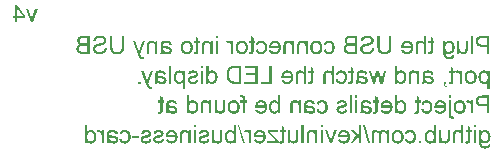
<source format=gbo>
G04 #@! TF.GenerationSoftware,KiCad,Pcbnew,7.0.5-0*
G04 #@! TF.CreationDate,2023-07-23T22:29:31-04:00*
G04 #@! TF.ProjectId,business_card,62757369-6e65-4737-935f-636172642e6b,rev?*
G04 #@! TF.SameCoordinates,Original*
G04 #@! TF.FileFunction,Legend,Bot*
G04 #@! TF.FilePolarity,Positive*
%FSLAX46Y46*%
G04 Gerber Fmt 4.6, Leading zero omitted, Abs format (unit mm)*
G04 Created by KiCad (PCBNEW 7.0.5-0) date 2023-07-23 22:29:31*
%MOMM*%
%LPD*%
G01*
G04 APERTURE LIST*
%ADD10C,0.142240*%
%ADD11C,1.092600*%
G04 APERTURE END LIST*
D10*
G36*
X104727480Y-90870796D02*
G01*
X105143670Y-89768772D01*
X104947665Y-89768772D01*
X104712826Y-90428960D01*
X104705736Y-90449089D01*
X104698756Y-90469360D01*
X104691886Y-90489773D01*
X104685125Y-90510327D01*
X104678474Y-90531023D01*
X104671932Y-90551861D01*
X104665499Y-90572840D01*
X104661272Y-90586905D01*
X104657093Y-90601033D01*
X104652963Y-90615224D01*
X104648881Y-90629478D01*
X104644848Y-90643795D01*
X104642850Y-90650977D01*
X104638074Y-90634319D01*
X104632950Y-90617042D01*
X104627478Y-90599148D01*
X104621658Y-90580635D01*
X104615491Y-90561504D01*
X104608976Y-90541755D01*
X104602113Y-90521387D01*
X104597344Y-90507465D01*
X104592421Y-90493269D01*
X104587344Y-90478797D01*
X104582111Y-90464051D01*
X104576725Y-90449030D01*
X104573973Y-90441417D01*
X104330708Y-89768772D01*
X104139832Y-89768772D01*
X104554190Y-90870796D01*
X104727480Y-90870796D01*
G37*
G36*
X104094403Y-90331507D02*
G01*
X104094403Y-90519086D01*
X103438977Y-90519086D01*
X103438977Y-90870796D01*
X103253597Y-90870796D01*
X103253597Y-90519086D01*
X103049532Y-90519086D01*
X103049532Y-90331507D01*
X103253597Y-90331507D01*
X103253597Y-89672052D01*
X103438977Y-89672052D01*
X103438977Y-90331507D01*
X103911953Y-90331507D01*
X103438977Y-89672052D01*
X103253597Y-89672052D01*
X103253597Y-89370167D01*
X103404905Y-89370167D01*
X104094403Y-90331507D01*
G37*
G36*
X143399131Y-93541296D02*
G01*
X143199096Y-93541296D01*
X143199096Y-92931665D01*
X142811482Y-92931665D01*
X142791640Y-92931533D01*
X142772186Y-92931134D01*
X142753118Y-92930471D01*
X142734437Y-92929542D01*
X142716144Y-92928347D01*
X142698237Y-92926887D01*
X142680718Y-92925161D01*
X142663586Y-92923170D01*
X142646841Y-92920914D01*
X142630483Y-92918392D01*
X142614512Y-92915604D01*
X142598928Y-92912551D01*
X142583732Y-92909233D01*
X142568922Y-92905649D01*
X142540465Y-92897685D01*
X142513555Y-92888659D01*
X142488195Y-92878571D01*
X142464382Y-92867421D01*
X142442119Y-92855210D01*
X142421403Y-92841936D01*
X142402236Y-92827601D01*
X142384618Y-92812203D01*
X142368548Y-92795744D01*
X142353686Y-92778472D01*
X142339783Y-92760728D01*
X142326838Y-92742511D01*
X142314853Y-92723822D01*
X142303826Y-92704661D01*
X142293758Y-92685028D01*
X142284649Y-92664922D01*
X142276499Y-92644344D01*
X142269308Y-92623294D01*
X142263075Y-92601772D01*
X142257802Y-92579777D01*
X142253487Y-92557310D01*
X142250131Y-92534370D01*
X142247734Y-92510959D01*
X142246295Y-92487075D01*
X142245946Y-92469314D01*
X142452079Y-92469314D01*
X142452397Y-92485434D01*
X142453350Y-92501096D01*
X142454938Y-92516300D01*
X142457162Y-92531046D01*
X142461690Y-92552307D01*
X142467647Y-92572537D01*
X142475033Y-92591737D01*
X142483850Y-92609906D01*
X142494096Y-92627045D01*
X142505772Y-92643153D01*
X142518877Y-92658232D01*
X142533412Y-92672279D01*
X142549650Y-92685112D01*
X142567866Y-92696683D01*
X142581108Y-92703695D01*
X142595229Y-92710147D01*
X142610228Y-92716037D01*
X142626106Y-92721367D01*
X142642863Y-92726135D01*
X142660499Y-92730342D01*
X142679013Y-92733989D01*
X142698406Y-92737074D01*
X142718678Y-92739599D01*
X142739828Y-92741562D01*
X142761857Y-92742965D01*
X142784765Y-92743806D01*
X142808552Y-92744087D01*
X143199096Y-92744087D01*
X143199096Y-92204799D01*
X142812582Y-92204799D01*
X142795925Y-92204852D01*
X142779935Y-92205010D01*
X142764612Y-92205275D01*
X142749956Y-92205646D01*
X142729223Y-92206400D01*
X142709990Y-92207393D01*
X142692257Y-92208624D01*
X142676025Y-92210094D01*
X142661294Y-92211801D01*
X142643986Y-92214449D01*
X142626102Y-92218354D01*
X142621254Y-92219750D01*
X142607063Y-92224474D01*
X142593399Y-92230002D01*
X142576003Y-92238626D01*
X142559545Y-92248681D01*
X142544026Y-92260167D01*
X142529446Y-92273084D01*
X142519127Y-92283712D01*
X142509336Y-92295144D01*
X142500073Y-92307381D01*
X142494261Y-92315913D01*
X142486247Y-92329108D01*
X142479076Y-92342781D01*
X142472748Y-92356929D01*
X142467265Y-92371554D01*
X142462625Y-92386656D01*
X142458828Y-92402235D01*
X142455876Y-92418290D01*
X142453766Y-92434821D01*
X142452501Y-92451829D01*
X142452079Y-92469314D01*
X142245946Y-92469314D01*
X142245816Y-92462719D01*
X142245995Y-92448504D01*
X142246934Y-92427455D01*
X142248678Y-92406734D01*
X142251227Y-92386342D01*
X142254582Y-92366278D01*
X142258741Y-92346543D01*
X142263705Y-92327136D01*
X142269474Y-92308057D01*
X142276048Y-92289307D01*
X142283427Y-92270886D01*
X142291612Y-92252792D01*
X142297452Y-92241006D01*
X142306647Y-92223948D01*
X142316364Y-92207638D01*
X142326603Y-92192075D01*
X142337363Y-92177258D01*
X142348645Y-92163189D01*
X142360448Y-92149867D01*
X142372773Y-92137292D01*
X142385620Y-92125464D01*
X142398988Y-92114383D01*
X142412878Y-92104048D01*
X142422408Y-92097541D01*
X142437234Y-92088279D01*
X142452697Y-92079617D01*
X142468798Y-92071553D01*
X142485537Y-92064088D01*
X142502913Y-92057221D01*
X142520927Y-92050954D01*
X142539578Y-92045286D01*
X142558867Y-92040217D01*
X142578794Y-92035746D01*
X142599358Y-92031875D01*
X142604395Y-92030973D01*
X142620338Y-92028440D01*
X142637523Y-92026165D01*
X142655951Y-92024147D01*
X142675622Y-92022386D01*
X142696536Y-92020884D01*
X142711169Y-92020025D01*
X142726354Y-92019281D01*
X142742092Y-92018651D01*
X142758383Y-92018136D01*
X142775225Y-92017735D01*
X142792620Y-92017449D01*
X142810568Y-92017277D01*
X142829068Y-92017220D01*
X143399131Y-92017220D01*
X143399131Y-93541296D01*
G37*
G36*
X142027463Y-93541296D02*
G01*
X142027463Y-92017220D01*
X141841716Y-92017220D01*
X141841716Y-93541296D01*
X142027463Y-93541296D01*
G37*
G36*
X140840076Y-93541296D02*
G01*
X140840076Y-93351885D01*
X140848157Y-93364981D01*
X140856417Y-93377661D01*
X140864855Y-93389925D01*
X140882269Y-93413206D01*
X140900398Y-93434825D01*
X140919243Y-93454780D01*
X140938804Y-93473073D01*
X140959080Y-93489702D01*
X140980071Y-93504669D01*
X141001778Y-93517972D01*
X141024201Y-93529613D01*
X141047339Y-93539591D01*
X141071193Y-93547905D01*
X141095762Y-93554557D01*
X141121047Y-93559546D01*
X141147047Y-93562872D01*
X141173763Y-93564535D01*
X141187390Y-93564743D01*
X141205415Y-93564414D01*
X141223222Y-93563429D01*
X141240809Y-93561787D01*
X141258178Y-93559488D01*
X141275328Y-93556532D01*
X141292259Y-93552919D01*
X141308970Y-93548649D01*
X141325463Y-93543723D01*
X141341737Y-93538139D01*
X141357792Y-93531899D01*
X141368374Y-93527374D01*
X141383724Y-93520200D01*
X141398315Y-93512690D01*
X141412146Y-93504847D01*
X141425217Y-93496668D01*
X141437528Y-93488154D01*
X141452761Y-93476282D01*
X141466643Y-93463814D01*
X141479174Y-93450751D01*
X141490354Y-93437092D01*
X141492937Y-93433584D01*
X141502726Y-93419084D01*
X141511759Y-93403794D01*
X141520037Y-93387714D01*
X141527559Y-93370845D01*
X141534325Y-93353185D01*
X141540336Y-93334735D01*
X141544348Y-93320379D01*
X141547935Y-93305579D01*
X141550090Y-93295465D01*
X141552752Y-93280719D01*
X141555059Y-93263958D01*
X141557011Y-93245182D01*
X141558242Y-93229777D01*
X141559274Y-93213239D01*
X141560106Y-93195568D01*
X141560738Y-93176763D01*
X141561170Y-93156825D01*
X141561403Y-93135753D01*
X141561448Y-93121076D01*
X141561448Y-92439272D01*
X141375701Y-92439272D01*
X141375701Y-93032782D01*
X141375657Y-93050144D01*
X141375523Y-93066785D01*
X141375302Y-93082705D01*
X141374991Y-93097903D01*
X141374359Y-93119348D01*
X141373527Y-93139171D01*
X141372496Y-93157370D01*
X141371264Y-93173947D01*
X141369834Y-93188900D01*
X141367615Y-93206314D01*
X141365042Y-93220843D01*
X141364344Y-93224024D01*
X141359340Y-93241409D01*
X141353124Y-93257844D01*
X141345693Y-93273329D01*
X141337049Y-93287863D01*
X141327192Y-93301447D01*
X141316121Y-93314081D01*
X141303836Y-93325765D01*
X141290338Y-93336498D01*
X141275724Y-93346029D01*
X141260273Y-93354289D01*
X141243987Y-93361279D01*
X141226865Y-93366998D01*
X141208908Y-93371446D01*
X141190114Y-93374623D01*
X141175471Y-93376171D01*
X141160357Y-93377005D01*
X141150021Y-93377164D01*
X141134452Y-93376797D01*
X141119070Y-93375696D01*
X141103875Y-93373861D01*
X141088866Y-93371291D01*
X141074045Y-93367987D01*
X141059410Y-93363949D01*
X141044962Y-93359177D01*
X141030700Y-93353671D01*
X141016626Y-93347431D01*
X141002738Y-93340456D01*
X140993583Y-93335399D01*
X140980221Y-93327304D01*
X140967613Y-93318681D01*
X140955758Y-93309529D01*
X140944656Y-93299850D01*
X140931026Y-93286123D01*
X140918736Y-93271457D01*
X140907785Y-93255852D01*
X140898174Y-93239308D01*
X140889902Y-93221826D01*
X140884468Y-93207723D01*
X140879568Y-93192481D01*
X140875203Y-93176099D01*
X140871372Y-93158576D01*
X140868076Y-93139914D01*
X140865314Y-93120113D01*
X140863087Y-93099171D01*
X140861394Y-93077089D01*
X140860563Y-93061735D01*
X140859969Y-93045874D01*
X140859612Y-93029506D01*
X140859494Y-93012632D01*
X140859494Y-92439272D01*
X140674113Y-92439272D01*
X140674113Y-93541296D01*
X140840076Y-93541296D01*
G37*
G36*
X140004437Y-92416108D02*
G01*
X140022134Y-92416958D01*
X140039539Y-92418375D01*
X140056652Y-92420358D01*
X140073473Y-92422908D01*
X140090003Y-92426025D01*
X140106240Y-92429709D01*
X140122186Y-92433959D01*
X140137839Y-92438777D01*
X140153201Y-92444160D01*
X140168270Y-92450111D01*
X140183048Y-92456628D01*
X140197534Y-92463712D01*
X140211727Y-92471363D01*
X140225629Y-92479580D01*
X140239239Y-92488365D01*
X140252504Y-92497670D01*
X140265371Y-92507450D01*
X140277840Y-92517705D01*
X140289912Y-92528436D01*
X140301585Y-92539641D01*
X140312861Y-92551322D01*
X140323739Y-92563478D01*
X140334219Y-92576109D01*
X140344301Y-92589215D01*
X140353985Y-92602796D01*
X140363272Y-92616853D01*
X140372160Y-92631384D01*
X140380651Y-92646391D01*
X140388744Y-92661872D01*
X140396439Y-92677829D01*
X140403736Y-92694261D01*
X140410569Y-92710981D01*
X140416960Y-92727892D01*
X140422911Y-92744996D01*
X140428420Y-92762291D01*
X140433489Y-92779777D01*
X140438117Y-92797456D01*
X140442305Y-92815326D01*
X140446052Y-92833388D01*
X140449357Y-92851642D01*
X140452223Y-92870088D01*
X140454647Y-92888725D01*
X140456630Y-92907554D01*
X140458173Y-92926575D01*
X140459275Y-92945788D01*
X140459936Y-92965192D01*
X140460157Y-92984788D01*
X140459674Y-93013156D01*
X140458227Y-93041014D01*
X140455816Y-93068362D01*
X140452440Y-93095201D01*
X140448099Y-93121531D01*
X140442794Y-93147351D01*
X140436525Y-93172661D01*
X140429290Y-93197463D01*
X140421092Y-93221754D01*
X140411928Y-93245536D01*
X140401800Y-93268809D01*
X140390708Y-93291572D01*
X140378651Y-93313826D01*
X140365629Y-93335571D01*
X140351643Y-93356805D01*
X140336692Y-93377531D01*
X140320817Y-93397362D01*
X140304148Y-93415913D01*
X140286687Y-93433185D01*
X140268434Y-93449178D01*
X140249387Y-93463891D01*
X140229547Y-93477325D01*
X140208915Y-93489479D01*
X140187490Y-93500354D01*
X140165272Y-93509950D01*
X140142261Y-93518266D01*
X140118458Y-93525303D01*
X140093861Y-93531060D01*
X140068472Y-93535538D01*
X140042290Y-93538737D01*
X140015315Y-93540656D01*
X139987547Y-93541296D01*
X139965111Y-93540746D01*
X139943142Y-93539097D01*
X139921640Y-93536350D01*
X139900604Y-93532503D01*
X139880035Y-93527557D01*
X139859932Y-93521512D01*
X139840295Y-93514368D01*
X139821126Y-93506125D01*
X139802423Y-93496782D01*
X139784186Y-93486341D01*
X139766416Y-93474800D01*
X139749112Y-93462161D01*
X139732275Y-93448422D01*
X139715905Y-93433584D01*
X139700001Y-93417648D01*
X139684563Y-93400612D01*
X139684488Y-93421001D01*
X139684535Y-93440494D01*
X139684705Y-93459091D01*
X139684998Y-93476792D01*
X139685415Y-93493598D01*
X139685954Y-93509508D01*
X139686995Y-93531692D01*
X139688312Y-93551861D01*
X139689905Y-93570015D01*
X139691776Y-93586152D01*
X139694701Y-93604533D01*
X139698119Y-93619331D01*
X139701365Y-93629853D01*
X139706899Y-93645077D01*
X139713231Y-93659631D01*
X139720363Y-93673516D01*
X139728292Y-93686731D01*
X139737021Y-93699276D01*
X139746548Y-93711151D01*
X139756873Y-93722357D01*
X139767997Y-93732893D01*
X139779920Y-93742759D01*
X139792641Y-93751955D01*
X139801618Y-93757678D01*
X139815948Y-93765570D01*
X139831315Y-93772632D01*
X139847719Y-93778862D01*
X139865160Y-93784262D01*
X139883637Y-93788831D01*
X139903151Y-93792570D01*
X139923702Y-93795478D01*
X139945290Y-93797554D01*
X139960258Y-93798477D01*
X139975687Y-93799031D01*
X139991577Y-93799216D01*
X140006309Y-93799053D01*
X140027666Y-93798196D01*
X140048134Y-93796606D01*
X140067714Y-93794281D01*
X140086405Y-93791222D01*
X140104207Y-93787429D01*
X140121121Y-93782901D01*
X140137146Y-93777640D01*
X140152282Y-93771644D01*
X140166529Y-93764914D01*
X140179888Y-93757450D01*
X140186188Y-93753415D01*
X140197843Y-93744485D01*
X140210640Y-93731712D01*
X140221470Y-93717150D01*
X140228717Y-93704213D01*
X140234705Y-93690131D01*
X140239434Y-93674904D01*
X140242903Y-93658532D01*
X140423154Y-93635085D01*
X140423171Y-93656766D01*
X140422215Y-93677755D01*
X140420286Y-93698051D01*
X140417384Y-93717654D01*
X140413508Y-93736565D01*
X140408660Y-93754783D01*
X140402838Y-93772308D01*
X140396043Y-93789141D01*
X140388275Y-93805281D01*
X140379534Y-93820728D01*
X140369819Y-93835483D01*
X140359132Y-93849545D01*
X140347471Y-93862915D01*
X140334837Y-93875591D01*
X140321230Y-93887576D01*
X140306650Y-93898867D01*
X140291290Y-93909514D01*
X140275343Y-93919475D01*
X140258809Y-93928749D01*
X140241689Y-93937335D01*
X140223982Y-93945235D01*
X140205688Y-93952448D01*
X140186807Y-93958974D01*
X140167340Y-93964813D01*
X140147286Y-93969965D01*
X140126645Y-93974430D01*
X140105417Y-93978208D01*
X140083603Y-93981299D01*
X140061202Y-93983703D01*
X140038214Y-93985421D01*
X140014639Y-93986451D01*
X139990478Y-93986794D01*
X139970073Y-93986551D01*
X139950074Y-93985821D01*
X139930483Y-93984605D01*
X139911297Y-93982902D01*
X139892518Y-93980712D01*
X139874145Y-93978036D01*
X139856179Y-93974873D01*
X139838620Y-93971224D01*
X139821466Y-93967088D01*
X139804719Y-93962466D01*
X139788379Y-93957357D01*
X139772445Y-93951761D01*
X139756918Y-93945679D01*
X139741796Y-93939110D01*
X139727082Y-93932054D01*
X139712773Y-93924513D01*
X139705780Y-93920576D01*
X139692150Y-93912439D01*
X139678996Y-93903949D01*
X139666316Y-93895108D01*
X139654112Y-93885914D01*
X139642382Y-93876369D01*
X139631128Y-93866471D01*
X139620349Y-93856222D01*
X139610045Y-93845620D01*
X139600216Y-93834666D01*
X139590862Y-93823361D01*
X139577722Y-93805742D01*
X139569557Y-93793556D01*
X139561866Y-93781018D01*
X139554650Y-93768128D01*
X139547910Y-93754886D01*
X139544709Y-93748053D01*
X139538612Y-93733507D01*
X139532922Y-93717788D01*
X139527639Y-93700895D01*
X139522761Y-93682829D01*
X139518291Y-93663589D01*
X139514226Y-93643176D01*
X139510568Y-93621589D01*
X139507317Y-93598828D01*
X139504472Y-93574894D01*
X139502033Y-93549787D01*
X139500001Y-93523506D01*
X139498375Y-93496052D01*
X139497156Y-93467424D01*
X139496699Y-93452670D01*
X139496343Y-93437622D01*
X139496089Y-93422281D01*
X139495937Y-93406647D01*
X139495886Y-93390720D01*
X139495886Y-92977461D01*
X139668810Y-92977461D01*
X139669149Y-93001373D01*
X139670166Y-93024476D01*
X139671862Y-93046768D01*
X139674237Y-93068251D01*
X139677289Y-93088923D01*
X139681020Y-93108785D01*
X139685429Y-93127838D01*
X139690517Y-93146080D01*
X139696283Y-93163512D01*
X139702727Y-93180135D01*
X139709850Y-93195947D01*
X139717651Y-93210949D01*
X139726130Y-93225142D01*
X139735288Y-93238524D01*
X139745124Y-93251096D01*
X139755638Y-93262859D01*
X139761082Y-93268449D01*
X139772210Y-93279096D01*
X139783659Y-93289034D01*
X139795429Y-93298261D01*
X139807519Y-93306779D01*
X139819929Y-93314588D01*
X139839146Y-93324969D01*
X139859084Y-93333753D01*
X139879744Y-93340940D01*
X139893918Y-93344844D01*
X139908412Y-93348038D01*
X139923227Y-93350523D01*
X139938362Y-93352297D01*
X139953818Y-93353362D01*
X139969595Y-93353717D01*
X139977613Y-93353628D01*
X139993395Y-93352915D01*
X140008839Y-93351490D01*
X140023946Y-93349352D01*
X140038715Y-93346501D01*
X140053147Y-93342938D01*
X140067240Y-93338661D01*
X140087747Y-93330911D01*
X140107494Y-93321557D01*
X140126482Y-93310599D01*
X140138718Y-93302403D01*
X140150616Y-93293494D01*
X140162176Y-93283873D01*
X140173399Y-93273539D01*
X140184284Y-93262492D01*
X140194621Y-93250624D01*
X140204291Y-93237917D01*
X140213294Y-93224372D01*
X140221631Y-93209988D01*
X140229300Y-93194765D01*
X140236302Y-93178704D01*
X140242638Y-93161804D01*
X140248306Y-93144065D01*
X140253308Y-93125488D01*
X140257643Y-93106072D01*
X140261311Y-93085817D01*
X140264312Y-93064724D01*
X140266646Y-93042793D01*
X140268313Y-93020022D01*
X140269314Y-92996413D01*
X140269647Y-92971965D01*
X140269309Y-92949466D01*
X140268296Y-92927670D01*
X140266607Y-92906578D01*
X140264243Y-92886190D01*
X140261204Y-92866507D01*
X140257488Y-92847528D01*
X140253098Y-92829252D01*
X140248032Y-92811681D01*
X140242290Y-92794814D01*
X140235873Y-92778651D01*
X140228780Y-92763192D01*
X140221012Y-92748437D01*
X140212569Y-92734387D01*
X140203450Y-92721040D01*
X140193655Y-92708398D01*
X140183185Y-92696459D01*
X140177723Y-92690734D01*
X140166583Y-92679829D01*
X140155157Y-92669651D01*
X140143445Y-92660200D01*
X140131446Y-92651476D01*
X140119162Y-92643479D01*
X140100198Y-92632847D01*
X140080590Y-92623850D01*
X140060339Y-92616489D01*
X140039443Y-92610764D01*
X140017903Y-92606674D01*
X140003186Y-92604857D01*
X139988182Y-92603766D01*
X139972892Y-92603403D01*
X139965074Y-92603495D01*
X139949652Y-92604234D01*
X139934517Y-92605711D01*
X139919668Y-92607926D01*
X139905105Y-92610880D01*
X139890828Y-92614572D01*
X139876837Y-92619003D01*
X139856388Y-92627033D01*
X139843113Y-92633310D01*
X139830125Y-92640326D01*
X139817422Y-92648079D01*
X139805006Y-92656572D01*
X139792876Y-92665802D01*
X139781032Y-92675771D01*
X139769474Y-92686479D01*
X139758203Y-92697925D01*
X139747378Y-92710051D01*
X139737251Y-92722889D01*
X139727823Y-92736440D01*
X139719093Y-92750704D01*
X139711062Y-92765681D01*
X139703729Y-92781370D01*
X139697094Y-92797772D01*
X139691158Y-92814887D01*
X139685920Y-92832714D01*
X139681381Y-92851254D01*
X139677540Y-92870507D01*
X139674397Y-92890472D01*
X139671952Y-92911150D01*
X139670207Y-92932541D01*
X139669159Y-92954645D01*
X139668810Y-92977461D01*
X139495886Y-92977461D01*
X139495886Y-92439272D01*
X139666978Y-92439272D01*
X139666978Y-92579956D01*
X139682952Y-92560080D01*
X139699458Y-92541487D01*
X139716497Y-92524177D01*
X139734068Y-92508148D01*
X139752172Y-92493402D01*
X139770808Y-92479938D01*
X139789976Y-92467757D01*
X139809677Y-92456857D01*
X139829910Y-92447240D01*
X139850675Y-92438905D01*
X139871973Y-92431853D01*
X139893803Y-92426083D01*
X139916166Y-92421595D01*
X139939061Y-92418389D01*
X139962488Y-92416466D01*
X139986448Y-92415824D01*
X140004437Y-92416108D01*
G37*
G36*
X138233028Y-93383026D02*
G01*
X138206284Y-93546791D01*
X138220836Y-93549999D01*
X138239778Y-93553786D01*
X138258194Y-93557012D01*
X138276082Y-93559676D01*
X138293445Y-93561780D01*
X138310280Y-93563323D01*
X138326589Y-93564305D01*
X138342371Y-93564725D01*
X138346235Y-93564743D01*
X138364795Y-93564469D01*
X138382556Y-93563648D01*
X138399519Y-93562280D01*
X138415684Y-93560364D01*
X138431050Y-93557900D01*
X138445617Y-93554890D01*
X138463798Y-93550024D01*
X138480559Y-93544185D01*
X138495900Y-93537373D01*
X138503039Y-93533602D01*
X138516359Y-93525513D01*
X138528661Y-93516818D01*
X138542606Y-93505095D01*
X138554958Y-93492425D01*
X138565718Y-93478806D01*
X138574886Y-93464239D01*
X138581074Y-93451903D01*
X138586398Y-93437517D01*
X138591012Y-93419640D01*
X138594006Y-93403940D01*
X138596602Y-93386276D01*
X138598798Y-93366648D01*
X138600595Y-93345056D01*
X138601571Y-93329570D01*
X138602369Y-93313211D01*
X138602990Y-93295979D01*
X138603434Y-93277874D01*
X138603700Y-93258896D01*
X138603789Y-93239045D01*
X138603789Y-92626850D01*
X138740076Y-92626850D01*
X138740076Y-92439272D01*
X138603789Y-92439272D01*
X138603789Y-92168162D01*
X138419508Y-92057154D01*
X138419508Y-92439272D01*
X138233028Y-92439272D01*
X138233028Y-92626850D01*
X138419508Y-92626850D01*
X138419508Y-93233550D01*
X138419359Y-93251490D01*
X138418912Y-93267759D01*
X138417936Y-93285744D01*
X138416494Y-93301118D01*
X138414150Y-93316119D01*
X138409982Y-93330270D01*
X138401753Y-93344091D01*
X138391792Y-93354853D01*
X138379470Y-93363898D01*
X138378108Y-93364708D01*
X138364031Y-93370729D01*
X138348987Y-93374427D01*
X138333870Y-93376386D01*
X138316930Y-93377152D01*
X138314361Y-93377164D01*
X138297737Y-93377531D01*
X138281163Y-93378452D01*
X138265449Y-93379689D01*
X138248345Y-93381337D01*
X138233028Y-93383026D01*
G37*
G36*
X138054609Y-93541296D02*
G01*
X138054609Y-92017220D01*
X137869228Y-92017220D01*
X137869228Y-92592412D01*
X137852749Y-92571028D01*
X137835735Y-92551024D01*
X137818185Y-92532400D01*
X137800100Y-92515155D01*
X137781480Y-92499290D01*
X137762325Y-92484804D01*
X137742634Y-92471698D01*
X137722408Y-92459971D01*
X137701647Y-92449624D01*
X137680351Y-92440657D01*
X137658519Y-92433069D01*
X137636152Y-92426861D01*
X137613250Y-92422033D01*
X137589813Y-92418584D01*
X137565840Y-92416514D01*
X137541332Y-92415824D01*
X137526254Y-92416013D01*
X137511428Y-92416580D01*
X137489661Y-92418139D01*
X137468460Y-92420547D01*
X137447827Y-92423806D01*
X137427760Y-92427914D01*
X137408259Y-92432873D01*
X137389326Y-92438682D01*
X137370959Y-92445341D01*
X137353159Y-92452850D01*
X137335925Y-92461209D01*
X137330307Y-92464185D01*
X137313928Y-92473509D01*
X137298450Y-92483483D01*
X137283874Y-92494108D01*
X137270200Y-92505383D01*
X137257427Y-92517309D01*
X137245556Y-92529885D01*
X137234587Y-92543112D01*
X137224519Y-92556989D01*
X137215353Y-92571517D01*
X137207088Y-92586695D01*
X137202079Y-92597175D01*
X137195139Y-92613785D01*
X137188881Y-92631740D01*
X137183307Y-92651042D01*
X137178414Y-92671690D01*
X137175532Y-92686203D01*
X137172953Y-92701314D01*
X137170678Y-92717023D01*
X137168706Y-92733331D01*
X137167037Y-92750236D01*
X137165672Y-92767740D01*
X137164610Y-92785842D01*
X137163851Y-92804543D01*
X137163396Y-92823841D01*
X137163245Y-92843738D01*
X137163245Y-93541296D01*
X137348991Y-93541296D01*
X137348991Y-92863155D01*
X137349227Y-92846454D01*
X137349936Y-92830331D01*
X137351116Y-92814787D01*
X137352769Y-92799820D01*
X137356134Y-92778454D01*
X137360562Y-92758389D01*
X137366052Y-92739625D01*
X137372605Y-92722162D01*
X137380220Y-92706000D01*
X137388898Y-92691139D01*
X137398638Y-92677578D01*
X137409441Y-92665319D01*
X137421148Y-92654254D01*
X137433737Y-92644277D01*
X137447209Y-92635389D01*
X137461562Y-92627589D01*
X137476798Y-92620877D01*
X137492917Y-92615254D01*
X137509917Y-92610719D01*
X137527800Y-92607273D01*
X137546565Y-92604915D01*
X137566212Y-92603645D01*
X137579801Y-92603403D01*
X137595170Y-92603770D01*
X137610365Y-92604871D01*
X137625386Y-92606707D01*
X137640234Y-92609276D01*
X137654907Y-92612580D01*
X137669407Y-92616618D01*
X137683733Y-92621390D01*
X137697884Y-92626896D01*
X137711862Y-92633136D01*
X137725667Y-92640111D01*
X137734773Y-92645168D01*
X137748010Y-92653260D01*
X137760520Y-92661874D01*
X137772302Y-92671009D01*
X137783356Y-92680666D01*
X137796963Y-92694353D01*
X137809276Y-92708967D01*
X137820296Y-92724509D01*
X137830022Y-92740978D01*
X137838454Y-92758375D01*
X137843954Y-92772250D01*
X137848912Y-92787085D01*
X137853330Y-92802879D01*
X137857207Y-92819632D01*
X137860543Y-92837346D01*
X137863338Y-92856018D01*
X137865592Y-92875651D01*
X137867305Y-92896243D01*
X137868477Y-92917794D01*
X137868958Y-92932695D01*
X137869198Y-92948022D01*
X137869228Y-92955845D01*
X137869228Y-93541296D01*
X138054609Y-93541296D01*
G37*
G36*
X136465494Y-92416423D02*
G01*
X136492849Y-92418217D01*
X136519544Y-92421208D01*
X136545577Y-92425396D01*
X136570949Y-92430780D01*
X136595660Y-92437360D01*
X136619710Y-92445136D01*
X136643099Y-92454110D01*
X136665826Y-92464279D01*
X136687893Y-92475645D01*
X136709298Y-92488207D01*
X136730042Y-92501966D01*
X136750124Y-92516921D01*
X136769546Y-92533072D01*
X136788306Y-92550420D01*
X136806406Y-92568965D01*
X136815151Y-92578657D01*
X136831809Y-92598770D01*
X136847357Y-92619853D01*
X136861794Y-92641907D01*
X136875120Y-92664930D01*
X136887336Y-92688924D01*
X136898442Y-92713889D01*
X136908437Y-92739823D01*
X136917321Y-92766728D01*
X136925095Y-92794603D01*
X136928565Y-92808905D01*
X136931758Y-92823449D01*
X136934673Y-92838235D01*
X136937311Y-92853264D01*
X136939671Y-92868536D01*
X136941753Y-92884051D01*
X136943558Y-92899807D01*
X136945085Y-92915807D01*
X136946334Y-92932049D01*
X136947306Y-92948533D01*
X136948000Y-92965261D01*
X136948416Y-92982230D01*
X136948555Y-92999443D01*
X136948418Y-93016087D01*
X136948006Y-93032499D01*
X136947319Y-93048677D01*
X136946357Y-93064621D01*
X136945120Y-93080333D01*
X136943609Y-93095811D01*
X136941823Y-93111056D01*
X136939762Y-93126067D01*
X136937427Y-93140846D01*
X136934816Y-93155391D01*
X136928771Y-93183781D01*
X136921627Y-93211239D01*
X136913384Y-93237763D01*
X136904042Y-93263354D01*
X136893600Y-93288012D01*
X136882060Y-93311737D01*
X136869420Y-93334529D01*
X136855682Y-93356387D01*
X136840844Y-93377313D01*
X136824907Y-93397306D01*
X136807871Y-93416365D01*
X136789898Y-93434333D01*
X136771149Y-93451141D01*
X136751624Y-93466790D01*
X136731324Y-93481280D01*
X136710248Y-93494611D01*
X136688396Y-93506783D01*
X136665769Y-93517795D01*
X136642366Y-93527648D01*
X136618187Y-93536342D01*
X136593233Y-93543877D01*
X136567503Y-93550253D01*
X136540998Y-93555469D01*
X136513716Y-93559526D01*
X136485660Y-93562424D01*
X136456827Y-93564163D01*
X136442120Y-93564598D01*
X136427219Y-93564743D01*
X136403627Y-93564407D01*
X136380570Y-93563398D01*
X136358049Y-93561716D01*
X136336063Y-93559362D01*
X136314612Y-93556335D01*
X136293696Y-93552636D01*
X136273316Y-93548264D01*
X136253470Y-93543219D01*
X136234160Y-93537502D01*
X136215386Y-93531112D01*
X136197146Y-93524049D01*
X136179442Y-93516314D01*
X136162273Y-93507906D01*
X136145639Y-93498826D01*
X136129541Y-93489073D01*
X136113977Y-93478647D01*
X136098938Y-93467612D01*
X136084502Y-93456030D01*
X136070670Y-93443901D01*
X136057443Y-93431226D01*
X136044819Y-93418004D01*
X136032799Y-93404235D01*
X136021383Y-93389920D01*
X136010571Y-93375058D01*
X136000363Y-93359649D01*
X135990759Y-93343693D01*
X135981758Y-93327191D01*
X135973362Y-93310143D01*
X135965570Y-93292547D01*
X135958381Y-93274405D01*
X135951797Y-93255716D01*
X135945816Y-93236480D01*
X136137791Y-93213033D01*
X136143175Y-93223568D01*
X136151691Y-93238688D01*
X136160734Y-93252990D01*
X136170306Y-93266474D01*
X136180407Y-93279140D01*
X136191035Y-93290989D01*
X136202191Y-93302020D01*
X136213875Y-93312232D01*
X136226088Y-93321627D01*
X136238828Y-93330204D01*
X136252097Y-93337963D01*
X136261234Y-93342710D01*
X136275375Y-93349257D01*
X136290038Y-93355114D01*
X136305223Y-93360282D01*
X136320929Y-93364761D01*
X136337156Y-93368551D01*
X136353906Y-93371652D01*
X136371177Y-93374063D01*
X136388969Y-93375786D01*
X136407284Y-93376820D01*
X136426120Y-93377164D01*
X136443071Y-93376834D01*
X136459671Y-93375842D01*
X136475918Y-93374189D01*
X136491813Y-93371875D01*
X136507357Y-93368900D01*
X136522548Y-93365263D01*
X136537387Y-93360966D01*
X136551874Y-93356007D01*
X136566009Y-93350387D01*
X136579792Y-93344106D01*
X136593223Y-93337163D01*
X136606302Y-93329560D01*
X136619029Y-93321295D01*
X136631404Y-93312369D01*
X136643427Y-93302782D01*
X136655097Y-93292534D01*
X136666228Y-93281665D01*
X136676724Y-93270215D01*
X136686585Y-93258183D01*
X136695809Y-93245571D01*
X136704399Y-93232377D01*
X136712353Y-93218603D01*
X136719672Y-93204248D01*
X136726355Y-93189311D01*
X136732403Y-93173793D01*
X136737815Y-93157695D01*
X136742592Y-93141015D01*
X136746734Y-93123755D01*
X136750240Y-93105913D01*
X136753111Y-93087490D01*
X136755347Y-93068487D01*
X136756947Y-93048902D01*
X135940687Y-93048902D01*
X135940598Y-93044755D01*
X135940301Y-93029482D01*
X135940057Y-93013353D01*
X135939954Y-92998344D01*
X135940090Y-92981154D01*
X135940498Y-92964207D01*
X135941178Y-92947503D01*
X135942129Y-92931041D01*
X135943353Y-92914822D01*
X135944849Y-92898846D01*
X135946616Y-92883112D01*
X135948655Y-92867620D01*
X135949610Y-92861323D01*
X136135593Y-92861323D01*
X136746688Y-92861323D01*
X136745239Y-92846809D01*
X136741921Y-92825735D01*
X136737232Y-92805499D01*
X136731170Y-92786099D01*
X136723738Y-92767537D01*
X136714933Y-92749812D01*
X136704757Y-92732924D01*
X136693209Y-92716874D01*
X136680289Y-92701660D01*
X136665998Y-92687284D01*
X136650335Y-92673745D01*
X136644846Y-92669417D01*
X136627906Y-92657259D01*
X136610258Y-92646336D01*
X136591902Y-92636651D01*
X136572838Y-92628201D01*
X136553065Y-92620988D01*
X136532583Y-92615012D01*
X136511394Y-92610272D01*
X136496874Y-92607799D01*
X136482039Y-92605876D01*
X136466889Y-92604502D01*
X136451424Y-92603678D01*
X136435645Y-92603403D01*
X136418174Y-92603746D01*
X136401115Y-92604777D01*
X136384469Y-92606494D01*
X136368234Y-92608898D01*
X136352412Y-92611990D01*
X136337001Y-92615768D01*
X136322003Y-92620233D01*
X136307418Y-92625385D01*
X136293244Y-92631224D01*
X136279482Y-92637750D01*
X136266133Y-92644962D01*
X136253196Y-92652862D01*
X136240671Y-92661449D01*
X136228558Y-92670722D01*
X136216857Y-92680683D01*
X136205568Y-92691330D01*
X136198554Y-92698649D01*
X136188694Y-92710454D01*
X136179625Y-92723250D01*
X136171349Y-92737038D01*
X136163864Y-92751818D01*
X136157172Y-92767589D01*
X136151272Y-92784353D01*
X136146164Y-92802108D01*
X136141848Y-92820854D01*
X136138324Y-92840593D01*
X136135593Y-92861323D01*
X135949610Y-92861323D01*
X135950967Y-92852371D01*
X135953550Y-92837365D01*
X135956405Y-92822602D01*
X135959532Y-92808080D01*
X135966601Y-92779766D01*
X135974759Y-92752422D01*
X135984004Y-92726048D01*
X135994336Y-92700644D01*
X136005757Y-92676211D01*
X136018265Y-92652748D01*
X136031860Y-92630255D01*
X136046543Y-92608732D01*
X136062314Y-92588180D01*
X136079173Y-92568598D01*
X136096844Y-92550098D01*
X136115145Y-92532792D01*
X136134076Y-92516679D01*
X136153636Y-92501760D01*
X136173826Y-92488034D01*
X136194646Y-92475502D01*
X136216096Y-92464163D01*
X136238175Y-92454018D01*
X136260884Y-92445066D01*
X136284222Y-92437308D01*
X136308190Y-92430744D01*
X136332788Y-92425373D01*
X136358016Y-92421195D01*
X136383873Y-92418212D01*
X136410360Y-92416421D01*
X136437477Y-92415824D01*
X136465494Y-92416423D01*
G37*
G36*
X134120589Y-92017220D02*
G01*
X133920554Y-92017220D01*
X133920554Y-92896494D01*
X133920756Y-92924793D01*
X133921361Y-92952353D01*
X133922370Y-92979175D01*
X133923783Y-93005259D01*
X133925599Y-93030604D01*
X133927819Y-93055210D01*
X133930442Y-93079078D01*
X133933469Y-93102208D01*
X133936899Y-93124599D01*
X133940733Y-93146252D01*
X133944971Y-93167166D01*
X133949612Y-93187342D01*
X133954656Y-93206779D01*
X133960105Y-93225478D01*
X133965956Y-93243438D01*
X133972212Y-93260660D01*
X133978948Y-93277317D01*
X133986334Y-93293582D01*
X133994370Y-93309454D01*
X134003055Y-93324935D01*
X134012390Y-93340023D01*
X134022375Y-93354719D01*
X134033010Y-93369023D01*
X134044294Y-93382935D01*
X134056228Y-93396454D01*
X134068812Y-93409582D01*
X134082045Y-93422317D01*
X134095928Y-93434661D01*
X134110461Y-93446612D01*
X134125644Y-93458171D01*
X134141476Y-93469338D01*
X134157958Y-93480113D01*
X134175095Y-93490361D01*
X134192889Y-93499948D01*
X134211342Y-93508874D01*
X134230453Y-93517138D01*
X134250222Y-93524742D01*
X134270650Y-93531684D01*
X134291736Y-93537965D01*
X134313480Y-93543585D01*
X134335883Y-93548544D01*
X134358944Y-93552842D01*
X134382663Y-93556478D01*
X134407040Y-93559453D01*
X134432076Y-93561768D01*
X134457770Y-93563420D01*
X134484123Y-93564412D01*
X134511134Y-93564743D01*
X134537349Y-93564455D01*
X134562963Y-93563592D01*
X134587976Y-93562154D01*
X134612387Y-93560140D01*
X134636198Y-93557551D01*
X134659408Y-93554387D01*
X134682017Y-93550648D01*
X134704024Y-93546333D01*
X134725431Y-93541443D01*
X134746236Y-93535977D01*
X134766441Y-93529937D01*
X134786044Y-93523321D01*
X134805046Y-93516129D01*
X134823448Y-93508363D01*
X134841248Y-93500021D01*
X134858447Y-93491104D01*
X134874999Y-93481641D01*
X134890950Y-93471663D01*
X134906300Y-93461170D01*
X134921049Y-93450162D01*
X134935197Y-93438639D01*
X134948744Y-93426601D01*
X134961690Y-93414047D01*
X134974035Y-93400978D01*
X134985779Y-93387394D01*
X134996921Y-93373295D01*
X135007463Y-93358680D01*
X135017403Y-93343550D01*
X135026743Y-93327905D01*
X135035481Y-93311745D01*
X135043618Y-93295070D01*
X135051154Y-93277880D01*
X135058120Y-93260032D01*
X135064636Y-93241386D01*
X135070702Y-93221942D01*
X135076319Y-93201699D01*
X135081487Y-93180657D01*
X135086205Y-93158817D01*
X135090474Y-93136178D01*
X135094294Y-93112741D01*
X135097664Y-93088505D01*
X135100585Y-93063471D01*
X135103057Y-93037638D01*
X135105079Y-93011006D01*
X135106652Y-92983576D01*
X135107775Y-92955347D01*
X135108449Y-92926320D01*
X135108618Y-92911507D01*
X135108674Y-92896494D01*
X135108674Y-92017220D01*
X134909005Y-92017220D01*
X134909005Y-92891365D01*
X134908862Y-92915644D01*
X134908433Y-92939113D01*
X134907717Y-92961772D01*
X134906715Y-92983620D01*
X134905427Y-93004659D01*
X134903853Y-93024888D01*
X134901993Y-93044307D01*
X134899846Y-93062915D01*
X134897413Y-93080714D01*
X134894694Y-93097703D01*
X134891689Y-93113881D01*
X134888397Y-93129250D01*
X134884819Y-93143809D01*
X134878916Y-93164128D01*
X134872369Y-93182625D01*
X134865039Y-93199765D01*
X134856788Y-93216152D01*
X134847617Y-93231785D01*
X134837524Y-93246664D01*
X134826511Y-93260790D01*
X134814576Y-93274163D01*
X134801721Y-93286782D01*
X134787945Y-93298648D01*
X134773248Y-93309760D01*
X134757629Y-93320119D01*
X134746706Y-93326606D01*
X134729662Y-93335641D01*
X134711917Y-93343788D01*
X134693470Y-93351046D01*
X134674320Y-93357415D01*
X134654469Y-93362895D01*
X134633916Y-93367487D01*
X134612660Y-93371190D01*
X134598100Y-93373165D01*
X134583228Y-93374745D01*
X134568044Y-93375930D01*
X134552548Y-93376720D01*
X134536740Y-93377115D01*
X134528719Y-93377164D01*
X134501645Y-93376774D01*
X134475562Y-93375602D01*
X134450469Y-93373648D01*
X134426366Y-93370913D01*
X134403254Y-93367397D01*
X134381131Y-93363099D01*
X134360000Y-93358020D01*
X134339858Y-93352160D01*
X134320707Y-93345518D01*
X134302546Y-93338095D01*
X134285376Y-93329890D01*
X134269196Y-93320904D01*
X134254006Y-93311137D01*
X134239806Y-93300588D01*
X134226597Y-93289258D01*
X134214378Y-93277147D01*
X134203021Y-93263876D01*
X134192397Y-93249160D01*
X134182505Y-93232999D01*
X134173346Y-93215392D01*
X134164919Y-93196339D01*
X134157226Y-93175841D01*
X134150265Y-93153898D01*
X134144037Y-93130510D01*
X134138541Y-93105676D01*
X134133778Y-93079396D01*
X134129748Y-93051671D01*
X134126451Y-93022501D01*
X134125077Y-93007374D01*
X134123887Y-92991885D01*
X134122879Y-92976035D01*
X134122055Y-92959824D01*
X134121414Y-92943251D01*
X134120956Y-92926317D01*
X134120681Y-92909022D01*
X134120589Y-92891365D01*
X134120589Y-92017220D01*
G37*
G36*
X133664466Y-93025455D02*
G01*
X133476154Y-93025455D01*
X133473304Y-93046529D01*
X133469835Y-93066890D01*
X133465747Y-93086535D01*
X133461042Y-93105465D01*
X133455718Y-93123681D01*
X133449776Y-93141181D01*
X133443216Y-93157967D01*
X133436038Y-93174038D01*
X133428241Y-93189394D01*
X133419826Y-93204036D01*
X133413873Y-93213399D01*
X133404194Y-93226893D01*
X133393569Y-93239898D01*
X133381998Y-93252413D01*
X133369480Y-93264439D01*
X133356015Y-93275975D01*
X133341603Y-93287022D01*
X133326245Y-93297579D01*
X133309940Y-93307647D01*
X133292688Y-93317225D01*
X133274490Y-93326314D01*
X133261831Y-93332102D01*
X133242300Y-93340155D01*
X133222311Y-93347416D01*
X133201865Y-93353885D01*
X133180962Y-93359562D01*
X133159602Y-93364446D01*
X133145108Y-93367263D01*
X133130410Y-93369727D01*
X133115509Y-93371840D01*
X133100405Y-93373600D01*
X133085098Y-93375008D01*
X133069588Y-93376064D01*
X133053874Y-93376768D01*
X133037957Y-93377120D01*
X133029923Y-93377164D01*
X133008726Y-93376865D01*
X132987998Y-93375966D01*
X132967741Y-93374469D01*
X132947955Y-93372373D01*
X132928638Y-93369678D01*
X132909791Y-93366384D01*
X132891415Y-93362491D01*
X132873508Y-93357999D01*
X132856072Y-93352908D01*
X132839106Y-93347218D01*
X132828056Y-93343092D01*
X132811969Y-93336413D01*
X132796680Y-93329289D01*
X132782190Y-93321721D01*
X132768499Y-93313709D01*
X132755606Y-93305252D01*
X132743512Y-93296351D01*
X132732216Y-93287005D01*
X132718397Y-93273854D01*
X132705998Y-93259912D01*
X132697630Y-93248937D01*
X132687584Y-93233784D01*
X132678877Y-93218368D01*
X132671510Y-93202689D01*
X132665482Y-93186746D01*
X132660794Y-93170541D01*
X132657445Y-93154071D01*
X132655436Y-93137339D01*
X132654766Y-93120343D01*
X132655413Y-93103307D01*
X132657353Y-93086821D01*
X132660588Y-93070884D01*
X132665116Y-93055496D01*
X132670937Y-93040659D01*
X132678053Y-93026371D01*
X132686462Y-93012632D01*
X132696165Y-92999443D01*
X132707265Y-92986689D01*
X132720047Y-92974438D01*
X132734513Y-92962692D01*
X132746467Y-92954212D01*
X132759367Y-92946017D01*
X132773214Y-92938104D01*
X132788008Y-92930475D01*
X132803748Y-92923129D01*
X132820435Y-92916066D01*
X132832086Y-92911515D01*
X132849591Y-92905247D01*
X132865741Y-92900012D01*
X132884479Y-92894321D01*
X132905806Y-92888171D01*
X132921463Y-92883818D01*
X132938269Y-92879261D01*
X132956227Y-92874501D01*
X132975335Y-92869538D01*
X132995594Y-92864372D01*
X133017003Y-92859003D01*
X133039563Y-92853430D01*
X133063274Y-92847654D01*
X133088135Y-92841675D01*
X133100997Y-92838609D01*
X133126523Y-92832401D01*
X133151075Y-92826233D01*
X133174654Y-92820105D01*
X133197260Y-92814017D01*
X133218892Y-92807969D01*
X133239552Y-92801961D01*
X133259238Y-92795993D01*
X133277951Y-92790066D01*
X133295691Y-92784178D01*
X133312458Y-92778330D01*
X133328252Y-92772523D01*
X133343073Y-92766756D01*
X133356920Y-92761028D01*
X133375867Y-92752513D01*
X133392623Y-92744087D01*
X133405918Y-92736837D01*
X133418784Y-92729375D01*
X133437278Y-92717785D01*
X133454805Y-92705719D01*
X133471367Y-92693176D01*
X133486962Y-92680156D01*
X133501592Y-92666660D01*
X133515255Y-92652688D01*
X133527953Y-92638238D01*
X133539684Y-92623313D01*
X133550450Y-92607910D01*
X133553824Y-92602670D01*
X133563317Y-92586622D01*
X133571877Y-92570213D01*
X133579503Y-92553443D01*
X133586195Y-92536313D01*
X133591954Y-92518821D01*
X133596778Y-92500970D01*
X133600669Y-92482757D01*
X133603626Y-92464185D01*
X133605650Y-92445251D01*
X133606739Y-92425957D01*
X133606947Y-92412894D01*
X133606377Y-92391456D01*
X133604667Y-92370282D01*
X133601817Y-92349373D01*
X133597827Y-92328727D01*
X133592698Y-92308346D01*
X133586429Y-92288228D01*
X133579019Y-92268375D01*
X133570470Y-92248785D01*
X133560781Y-92229460D01*
X133549953Y-92210399D01*
X133542100Y-92197838D01*
X133533761Y-92185480D01*
X133524955Y-92173503D01*
X133515683Y-92161907D01*
X133505944Y-92150691D01*
X133495739Y-92139856D01*
X133485067Y-92129402D01*
X133473929Y-92119328D01*
X133462324Y-92109636D01*
X133450253Y-92100323D01*
X133437715Y-92091392D01*
X133424710Y-92082841D01*
X133411239Y-92074671D01*
X133397302Y-92066881D01*
X133382898Y-92059472D01*
X133368027Y-92052444D01*
X133352690Y-92045797D01*
X133336966Y-92039497D01*
X133321028Y-92033603D01*
X133304875Y-92028117D01*
X133288507Y-92023036D01*
X133271925Y-92018362D01*
X133255128Y-92014095D01*
X133238116Y-92010233D01*
X133220890Y-92006779D01*
X133203449Y-92003730D01*
X133185794Y-92001089D01*
X133167923Y-91998853D01*
X133149838Y-91997024D01*
X133131539Y-91995602D01*
X133113025Y-91994586D01*
X133094296Y-91993976D01*
X133075352Y-91993773D01*
X133054488Y-91993982D01*
X133033936Y-91994609D01*
X133013695Y-91995653D01*
X132993767Y-91997116D01*
X132974151Y-91998996D01*
X132954847Y-92001295D01*
X132935854Y-92004011D01*
X132917174Y-92007145D01*
X132898806Y-92010697D01*
X132880750Y-92014667D01*
X132863005Y-92019055D01*
X132845573Y-92023860D01*
X132828453Y-92029084D01*
X132811644Y-92034725D01*
X132795148Y-92040785D01*
X132778963Y-92047262D01*
X132763167Y-92054144D01*
X132747834Y-92061419D01*
X132732965Y-92069085D01*
X132718559Y-92077144D01*
X132704617Y-92085594D01*
X132691139Y-92094437D01*
X132678124Y-92103672D01*
X132665574Y-92113299D01*
X132653486Y-92123318D01*
X132641863Y-92133730D01*
X132630703Y-92144533D01*
X132620007Y-92155729D01*
X132609775Y-92167316D01*
X132600006Y-92179296D01*
X132590701Y-92191668D01*
X132581859Y-92204432D01*
X132573454Y-92217500D01*
X132565550Y-92230782D01*
X132558147Y-92244279D01*
X132551245Y-92257990D01*
X132544844Y-92271916D01*
X132538943Y-92286057D01*
X132533544Y-92300413D01*
X132528645Y-92314983D01*
X132524247Y-92329767D01*
X132520350Y-92344767D01*
X132516954Y-92359981D01*
X132514059Y-92375410D01*
X132511665Y-92391053D01*
X132509771Y-92406912D01*
X132508379Y-92422984D01*
X132507487Y-92439272D01*
X132699096Y-92439272D01*
X132701308Y-92423578D01*
X132704099Y-92408371D01*
X132707468Y-92393651D01*
X132711415Y-92379417D01*
X132718419Y-92358979D01*
X132726725Y-92339635D01*
X132736331Y-92321386D01*
X132747238Y-92304232D01*
X132759447Y-92288173D01*
X132772955Y-92273209D01*
X132787765Y-92259339D01*
X132803876Y-92246564D01*
X132821316Y-92234910D01*
X132840249Y-92224402D01*
X132853702Y-92218034D01*
X132867818Y-92212175D01*
X132882599Y-92206825D01*
X132898043Y-92201985D01*
X132914152Y-92197655D01*
X132930924Y-92193833D01*
X132948361Y-92190522D01*
X132966462Y-92187720D01*
X132985226Y-92185427D01*
X133004655Y-92183644D01*
X133024748Y-92182370D01*
X133045505Y-92181606D01*
X133066926Y-92181351D01*
X133089211Y-92181609D01*
X133110729Y-92182382D01*
X133131480Y-92183670D01*
X133151464Y-92185473D01*
X133170681Y-92187791D01*
X133189131Y-92190625D01*
X133206814Y-92193974D01*
X133223730Y-92197838D01*
X133239878Y-92202217D01*
X133255260Y-92207111D01*
X133269874Y-92212521D01*
X133283722Y-92218446D01*
X133303055Y-92228299D01*
X133320661Y-92239311D01*
X133331441Y-92247297D01*
X133346238Y-92259834D01*
X133359579Y-92272855D01*
X133371465Y-92286359D01*
X133381896Y-92300345D01*
X133390871Y-92314815D01*
X133398391Y-92329767D01*
X133404455Y-92345203D01*
X133409064Y-92361122D01*
X133412217Y-92377523D01*
X133413915Y-92394408D01*
X133414239Y-92405933D01*
X133413724Y-92420797D01*
X133411434Y-92439845D01*
X133407312Y-92458012D01*
X133401359Y-92475297D01*
X133393574Y-92491700D01*
X133383957Y-92507222D01*
X133372508Y-92521862D01*
X133359227Y-92535621D01*
X133355621Y-92538923D01*
X133343135Y-92548700D01*
X133327383Y-92558522D01*
X133308367Y-92568389D01*
X133293876Y-92574992D01*
X133277933Y-92581615D01*
X133260539Y-92588259D01*
X133241695Y-92594922D01*
X133221399Y-92601605D01*
X133199651Y-92608308D01*
X133176453Y-92615032D01*
X133151804Y-92621775D01*
X133125703Y-92628539D01*
X133098151Y-92635322D01*
X133083831Y-92638721D01*
X133069148Y-92642126D01*
X133054103Y-92645535D01*
X133039025Y-92648934D01*
X133024246Y-92652307D01*
X133009765Y-92655654D01*
X132981698Y-92662272D01*
X132954824Y-92668786D01*
X132929144Y-92675197D01*
X132904658Y-92681506D01*
X132881365Y-92687711D01*
X132859266Y-92693813D01*
X132838360Y-92699813D01*
X132818648Y-92705709D01*
X132800130Y-92711502D01*
X132782805Y-92717192D01*
X132766673Y-92722779D01*
X132751735Y-92728263D01*
X132737991Y-92733644D01*
X132719612Y-92741522D01*
X132703396Y-92749252D01*
X132687721Y-92757236D01*
X132672587Y-92765475D01*
X132657994Y-92773968D01*
X132643942Y-92782717D01*
X132630431Y-92791720D01*
X132617461Y-92800978D01*
X132605032Y-92810490D01*
X132593144Y-92820258D01*
X132581796Y-92830280D01*
X132570990Y-92840557D01*
X132560725Y-92851088D01*
X132546341Y-92867363D01*
X132533174Y-92884211D01*
X132525073Y-92895762D01*
X132513811Y-92913530D01*
X132503658Y-92931800D01*
X132494612Y-92950572D01*
X132486673Y-92969847D01*
X132479843Y-92989625D01*
X132474120Y-93009904D01*
X132469504Y-93030686D01*
X132465997Y-93051970D01*
X132463597Y-93073757D01*
X132462612Y-93088560D01*
X132462120Y-93103587D01*
X132462058Y-93111184D01*
X132462329Y-93126242D01*
X132463140Y-93141191D01*
X132464493Y-93156032D01*
X132466386Y-93170764D01*
X132468820Y-93185387D01*
X132471795Y-93199901D01*
X132475312Y-93214307D01*
X132479369Y-93228604D01*
X132483967Y-93242792D01*
X132489106Y-93256871D01*
X132494786Y-93270841D01*
X132501007Y-93284703D01*
X132507769Y-93298456D01*
X132515072Y-93312100D01*
X132522916Y-93325636D01*
X132531301Y-93339062D01*
X132540147Y-93352249D01*
X132549465Y-93365063D01*
X132559255Y-93377505D01*
X132569517Y-93389575D01*
X132580252Y-93401273D01*
X132591459Y-93412599D01*
X132603138Y-93423552D01*
X132615290Y-93434134D01*
X132627914Y-93444343D01*
X132641010Y-93454181D01*
X132654578Y-93463646D01*
X132668619Y-93472740D01*
X132683132Y-93481461D01*
X132698117Y-93489810D01*
X132713574Y-93497787D01*
X132729504Y-93505392D01*
X132745796Y-93512579D01*
X132762340Y-93519302D01*
X132779135Y-93525562D01*
X132796182Y-93531358D01*
X132813482Y-93536690D01*
X132831033Y-93541559D01*
X132848836Y-93545964D01*
X132866891Y-93549905D01*
X132885197Y-93553383D01*
X132903756Y-93556397D01*
X132922567Y-93558947D01*
X132941629Y-93561033D01*
X132960943Y-93562656D01*
X132980509Y-93563815D01*
X133000327Y-93564511D01*
X133020397Y-93564743D01*
X133045782Y-93564497D01*
X133070646Y-93563758D01*
X133094990Y-93562527D01*
X133118812Y-93560804D01*
X133142113Y-93558589D01*
X133164894Y-93555881D01*
X133187153Y-93552681D01*
X133208892Y-93548989D01*
X133230109Y-93544805D01*
X133250806Y-93540128D01*
X133270982Y-93534959D01*
X133290637Y-93529297D01*
X133309771Y-93523143D01*
X133328384Y-93516497D01*
X133346476Y-93509359D01*
X133364047Y-93501728D01*
X133381126Y-93493602D01*
X133397741Y-93484978D01*
X133413893Y-93475857D01*
X133429580Y-93466237D01*
X133444805Y-93456119D01*
X133459565Y-93445503D01*
X133473862Y-93434389D01*
X133487695Y-93422777D01*
X133501064Y-93410667D01*
X133513970Y-93398059D01*
X133526412Y-93384952D01*
X133538391Y-93371348D01*
X133549905Y-93357246D01*
X133560956Y-93342646D01*
X133571544Y-93327548D01*
X133581667Y-93311951D01*
X133591221Y-93295977D01*
X133600192Y-93279746D01*
X133608578Y-93263257D01*
X133616380Y-93246510D01*
X133623599Y-93229505D01*
X133630234Y-93212243D01*
X133636284Y-93194723D01*
X133641751Y-93176946D01*
X133646634Y-93158911D01*
X133650933Y-93140619D01*
X133654648Y-93122069D01*
X133657780Y-93103261D01*
X133660327Y-93084196D01*
X133662290Y-93064873D01*
X133663670Y-93045293D01*
X133664466Y-93025455D01*
G37*
G36*
X132205237Y-93541296D02*
G01*
X131629312Y-93541296D01*
X131611445Y-93541195D01*
X131593929Y-93540895D01*
X131576766Y-93540394D01*
X131559955Y-93539693D01*
X131543496Y-93538791D01*
X131527389Y-93537689D01*
X131511633Y-93536387D01*
X131496230Y-93534884D01*
X131481179Y-93533181D01*
X131466480Y-93531278D01*
X131445092Y-93528047D01*
X131424496Y-93524365D01*
X131404692Y-93520233D01*
X131385680Y-93515650D01*
X131373400Y-93512304D01*
X131355467Y-93506931D01*
X131338121Y-93501133D01*
X131321361Y-93494910D01*
X131305187Y-93488261D01*
X131289599Y-93481188D01*
X131274597Y-93473690D01*
X131260181Y-93465767D01*
X131246351Y-93457418D01*
X131233107Y-93448645D01*
X131220450Y-93439446D01*
X131212289Y-93432960D01*
X131200360Y-93422609D01*
X131188805Y-93411511D01*
X131177623Y-93399666D01*
X131166815Y-93387073D01*
X131156380Y-93373734D01*
X131146318Y-93359648D01*
X131136630Y-93344814D01*
X131127316Y-93329234D01*
X131118375Y-93312906D01*
X131109808Y-93295831D01*
X131104351Y-93284095D01*
X131096826Y-93266270D01*
X131090093Y-93248181D01*
X131084152Y-93229828D01*
X131079003Y-93211211D01*
X131074646Y-93192330D01*
X131071082Y-93173185D01*
X131068309Y-93153776D01*
X131066329Y-93134103D01*
X131065141Y-93114166D01*
X131064781Y-93095797D01*
X131271741Y-93095797D01*
X131272210Y-93113479D01*
X131273618Y-93130624D01*
X131275965Y-93147231D01*
X131279251Y-93163299D01*
X131283476Y-93178830D01*
X131288639Y-93193822D01*
X131294741Y-93208276D01*
X131301783Y-93222192D01*
X131307495Y-93232202D01*
X131315572Y-93244847D01*
X131326409Y-93259527D01*
X131338069Y-93272954D01*
X131350552Y-93285130D01*
X131363858Y-93296053D01*
X131377986Y-93305723D01*
X131383847Y-93309231D01*
X131399287Y-93317437D01*
X131415853Y-93324837D01*
X131429918Y-93330178D01*
X131444705Y-93335004D01*
X131460212Y-93339314D01*
X131476441Y-93343110D01*
X131493391Y-93346390D01*
X131510002Y-93348880D01*
X131526973Y-93350561D01*
X131542598Y-93351649D01*
X131560043Y-93352508D01*
X131579309Y-93353137D01*
X131594953Y-93353459D01*
X131611620Y-93353653D01*
X131629312Y-93353717D01*
X132005202Y-93353717D01*
X132005202Y-92837876D01*
X131656057Y-92837876D01*
X131638278Y-92837975D01*
X131621029Y-92838271D01*
X131604309Y-92838765D01*
X131588119Y-92839456D01*
X131572458Y-92840345D01*
X131557327Y-92841431D01*
X131542726Y-92842715D01*
X131521816Y-92845011D01*
X131502098Y-92847751D01*
X131483571Y-92850935D01*
X131466236Y-92854564D01*
X131450092Y-92858638D01*
X131435139Y-92863155D01*
X131430364Y-92864748D01*
X131416432Y-92869962D01*
X131398777Y-92877924D01*
X131382177Y-92887043D01*
X131366629Y-92897319D01*
X131352135Y-92908750D01*
X131338694Y-92921338D01*
X131326306Y-92935083D01*
X131314972Y-92949984D01*
X131307246Y-92961786D01*
X131298127Y-92978123D01*
X131290359Y-92995148D01*
X131283942Y-93012859D01*
X131278875Y-93031258D01*
X131275160Y-93050343D01*
X131273261Y-93065108D01*
X131272121Y-93080259D01*
X131271741Y-93095797D01*
X131064781Y-93095797D01*
X131064745Y-93093965D01*
X131065033Y-93077297D01*
X131065895Y-93060906D01*
X131067334Y-93044793D01*
X131069347Y-93028958D01*
X131071936Y-93013400D01*
X131075100Y-92998120D01*
X131078840Y-92983118D01*
X131083155Y-92968393D01*
X131088045Y-92953946D01*
X131093510Y-92939777D01*
X131099551Y-92925885D01*
X131106167Y-92912271D01*
X131113358Y-92898934D01*
X131121125Y-92885876D01*
X131129467Y-92873094D01*
X131138384Y-92860591D01*
X131147837Y-92848452D01*
X131157784Y-92836766D01*
X131168227Y-92825531D01*
X131179165Y-92814749D01*
X131190598Y-92804420D01*
X131202526Y-92794542D01*
X131214950Y-92785117D01*
X131227869Y-92776144D01*
X131241282Y-92767623D01*
X131255191Y-92759554D01*
X131269595Y-92751938D01*
X131284495Y-92744774D01*
X131299889Y-92738062D01*
X131315779Y-92731802D01*
X131332164Y-92725995D01*
X131349044Y-92720640D01*
X131335973Y-92713963D01*
X131317157Y-92703472D01*
X131299287Y-92692407D01*
X131282363Y-92680768D01*
X131266387Y-92668557D01*
X131251357Y-92655773D01*
X131237274Y-92642415D01*
X131224137Y-92628484D01*
X131211947Y-92613980D01*
X131200704Y-92598903D01*
X131190408Y-92583253D01*
X131184019Y-92572584D01*
X131175209Y-92556414D01*
X131167327Y-92540045D01*
X131160372Y-92523476D01*
X131154344Y-92506707D01*
X131149243Y-92489739D01*
X131145070Y-92472571D01*
X131141824Y-92455203D01*
X131139506Y-92437636D01*
X131139003Y-92431212D01*
X131334755Y-92431212D01*
X131335356Y-92450131D01*
X131337160Y-92468237D01*
X131340165Y-92485531D01*
X131344372Y-92502012D01*
X131349782Y-92517679D01*
X131356394Y-92532534D01*
X131364208Y-92546576D01*
X131373224Y-92559806D01*
X131383430Y-92572170D01*
X131394816Y-92583619D01*
X131407381Y-92594152D01*
X131421126Y-92603769D01*
X131436049Y-92612470D01*
X131452152Y-92620256D01*
X131469434Y-92627125D01*
X131487896Y-92633078D01*
X131503535Y-92637114D01*
X131521510Y-92640612D01*
X131536523Y-92642882D01*
X131552851Y-92644849D01*
X131570492Y-92646514D01*
X131589447Y-92647876D01*
X131609716Y-92648936D01*
X131631299Y-92649692D01*
X131646417Y-92650029D01*
X131662119Y-92650230D01*
X131678405Y-92650298D01*
X132005202Y-92650298D01*
X132005202Y-92204799D01*
X131703318Y-92204799D01*
X131683360Y-92204880D01*
X131664151Y-92205125D01*
X131645693Y-92205533D01*
X131627984Y-92206104D01*
X131611025Y-92206838D01*
X131594817Y-92207735D01*
X131579358Y-92208796D01*
X131564649Y-92210019D01*
X131543992Y-92212161D01*
X131525021Y-92214669D01*
X131507739Y-92217544D01*
X131492143Y-92220787D01*
X131473974Y-92225681D01*
X131457699Y-92231360D01*
X131442398Y-92238138D01*
X131428069Y-92246015D01*
X131414714Y-92254991D01*
X131402332Y-92265066D01*
X131390924Y-92276240D01*
X131380488Y-92288513D01*
X131371025Y-92301885D01*
X131362525Y-92316088D01*
X131355157Y-92330851D01*
X131348923Y-92346175D01*
X131343823Y-92362061D01*
X131339856Y-92378507D01*
X131337022Y-92395514D01*
X131335322Y-92413082D01*
X131334755Y-92431212D01*
X131139003Y-92431212D01*
X131138115Y-92419869D01*
X131137651Y-92401903D01*
X131137883Y-92388977D01*
X131139100Y-92369717D01*
X131141361Y-92350612D01*
X131144665Y-92331661D01*
X131149012Y-92312865D01*
X131154402Y-92294223D01*
X131160835Y-92275736D01*
X131168312Y-92257403D01*
X131176832Y-92239225D01*
X131186396Y-92221202D01*
X131197002Y-92203333D01*
X131204554Y-92191665D01*
X131216553Y-92174888D01*
X131229357Y-92158980D01*
X131242966Y-92143942D01*
X131257379Y-92129773D01*
X131272598Y-92116473D01*
X131288622Y-92104043D01*
X131305451Y-92092482D01*
X131323085Y-92081790D01*
X131341523Y-92071968D01*
X131360767Y-92063016D01*
X131374088Y-92057470D01*
X131387947Y-92052282D01*
X131402344Y-92047452D01*
X131417279Y-92042980D01*
X131432752Y-92038866D01*
X131448763Y-92035109D01*
X131465313Y-92031710D01*
X131482400Y-92028669D01*
X131500026Y-92025986D01*
X131518189Y-92023660D01*
X131536891Y-92021692D01*
X131556131Y-92020082D01*
X131575909Y-92018830D01*
X131596225Y-92017936D01*
X131617079Y-92017399D01*
X131638471Y-92017220D01*
X132205237Y-92017220D01*
X132205237Y-93541296D01*
G37*
G36*
X129523817Y-93142691D02*
G01*
X129341367Y-93166138D01*
X129345486Y-93189222D01*
X129350332Y-93211671D01*
X129355905Y-93233484D01*
X129362204Y-93254661D01*
X129369231Y-93275203D01*
X129376985Y-93295110D01*
X129385466Y-93314381D01*
X129394673Y-93333017D01*
X129404608Y-93351018D01*
X129415270Y-93368383D01*
X129426659Y-93385113D01*
X129438774Y-93401207D01*
X129451617Y-93416666D01*
X129465187Y-93431489D01*
X129479484Y-93445677D01*
X129494508Y-93459230D01*
X129510114Y-93472007D01*
X129526158Y-93483959D01*
X129542640Y-93495088D01*
X129559560Y-93505392D01*
X129576918Y-93514871D01*
X129594714Y-93523527D01*
X129612948Y-93531358D01*
X129631619Y-93538365D01*
X129650729Y-93544547D01*
X129670277Y-93549905D01*
X129690262Y-93554439D01*
X129710685Y-93558148D01*
X129731547Y-93561033D01*
X129752846Y-93563094D01*
X129774583Y-93564331D01*
X129796758Y-93564743D01*
X129824532Y-93564168D01*
X129851615Y-93562442D01*
X129878009Y-93559565D01*
X129903714Y-93555538D01*
X129928728Y-93550360D01*
X129953053Y-93544032D01*
X129976687Y-93536553D01*
X129999632Y-93527923D01*
X130021888Y-93518143D01*
X130043453Y-93507212D01*
X130064329Y-93495131D01*
X130084514Y-93481899D01*
X130104010Y-93467516D01*
X130122817Y-93451983D01*
X130140933Y-93435299D01*
X130158360Y-93417464D01*
X130174863Y-93398509D01*
X130190302Y-93378555D01*
X130204676Y-93357602D01*
X130217985Y-93335651D01*
X130230230Y-93312700D01*
X130241410Y-93288750D01*
X130251525Y-93263802D01*
X130260575Y-93237854D01*
X130268561Y-93210908D01*
X130275482Y-93182963D01*
X130278543Y-93168615D01*
X130281338Y-93154018D01*
X130283867Y-93139172D01*
X130286129Y-93124075D01*
X130288126Y-93108729D01*
X130289856Y-93093133D01*
X130291320Y-93077288D01*
X130292518Y-93061192D01*
X130293449Y-93044847D01*
X130294115Y-93028252D01*
X130294514Y-93011408D01*
X130294647Y-92994314D01*
X130294418Y-92972232D01*
X130293731Y-92950499D01*
X130292586Y-92929115D01*
X130290984Y-92908081D01*
X130288923Y-92887395D01*
X130286404Y-92867059D01*
X130283427Y-92847072D01*
X130279993Y-92827435D01*
X130276100Y-92808146D01*
X130271749Y-92789207D01*
X130266941Y-92770617D01*
X130261674Y-92752376D01*
X130255950Y-92734484D01*
X130249768Y-92716942D01*
X130243127Y-92699748D01*
X130236029Y-92682904D01*
X130228418Y-92666451D01*
X130220332Y-92650521D01*
X130211772Y-92635115D01*
X130202736Y-92620233D01*
X130193224Y-92605874D01*
X130183238Y-92592040D01*
X130172777Y-92578729D01*
X130161840Y-92565942D01*
X130150428Y-92553679D01*
X130138542Y-92541940D01*
X130126180Y-92530724D01*
X130113343Y-92520032D01*
X130100030Y-92509864D01*
X130086243Y-92500220D01*
X130071981Y-92491099D01*
X130057243Y-92482503D01*
X130042141Y-92474428D01*
X130026875Y-92466875D01*
X130011446Y-92459843D01*
X129995854Y-92453331D01*
X129980099Y-92447340D01*
X129964181Y-92441871D01*
X129948099Y-92436922D01*
X129931855Y-92432494D01*
X129915447Y-92428587D01*
X129898876Y-92425201D01*
X129882142Y-92422336D01*
X129865245Y-92419992D01*
X129848185Y-92418169D01*
X129830962Y-92416866D01*
X129813575Y-92416085D01*
X129796025Y-92415824D01*
X129773978Y-92416182D01*
X129752439Y-92417256D01*
X129731411Y-92419044D01*
X129710891Y-92421549D01*
X129690882Y-92424769D01*
X129671381Y-92428704D01*
X129652391Y-92433356D01*
X129633909Y-92438722D01*
X129615937Y-92444804D01*
X129598475Y-92451602D01*
X129581522Y-92459116D01*
X129565079Y-92467344D01*
X129549145Y-92476289D01*
X129533720Y-92485949D01*
X129518805Y-92496324D01*
X129504399Y-92507416D01*
X129490522Y-92519165D01*
X129477283Y-92531515D01*
X129464682Y-92544467D01*
X129452719Y-92558020D01*
X129441395Y-92572173D01*
X129430709Y-92586928D01*
X129420661Y-92602284D01*
X129411251Y-92618241D01*
X129402480Y-92634799D01*
X129394347Y-92651958D01*
X129386852Y-92669718D01*
X129379996Y-92688079D01*
X129373778Y-92707041D01*
X129368198Y-92726604D01*
X129363256Y-92746769D01*
X129358953Y-92767534D01*
X129539204Y-92790981D01*
X129544364Y-92773874D01*
X129550225Y-92757584D01*
X129556788Y-92742112D01*
X129564054Y-92727457D01*
X129572021Y-92713621D01*
X129580690Y-92700603D01*
X129590062Y-92688402D01*
X129600135Y-92677019D01*
X129610910Y-92666454D01*
X129622387Y-92656708D01*
X129630429Y-92650664D01*
X129642963Y-92642218D01*
X129655974Y-92634603D01*
X129669462Y-92627818D01*
X129683426Y-92621864D01*
X129697866Y-92616741D01*
X129712783Y-92612449D01*
X129728177Y-92608988D01*
X129744047Y-92606357D01*
X129760394Y-92604557D01*
X129777218Y-92603588D01*
X129788698Y-92603403D01*
X129806032Y-92603765D01*
X129822953Y-92604851D01*
X129839462Y-92606662D01*
X129855560Y-92609196D01*
X129871245Y-92612455D01*
X129886517Y-92616438D01*
X129901378Y-92621144D01*
X129915827Y-92626576D01*
X129929863Y-92632731D01*
X129943487Y-92639610D01*
X129956699Y-92647214D01*
X129969499Y-92655541D01*
X129981887Y-92664593D01*
X129993862Y-92674369D01*
X130005425Y-92684869D01*
X130016577Y-92696093D01*
X130027180Y-92708100D01*
X130037099Y-92720949D01*
X130046334Y-92734639D01*
X130054885Y-92749170D01*
X130062751Y-92764543D01*
X130069934Y-92780758D01*
X130076433Y-92797814D01*
X130082247Y-92815711D01*
X130087378Y-92834450D01*
X130091824Y-92854030D01*
X130095587Y-92874452D01*
X130098665Y-92895716D01*
X130101059Y-92917821D01*
X130102770Y-92940767D01*
X130103796Y-92964555D01*
X130104138Y-92989185D01*
X130103809Y-93014212D01*
X130102821Y-93038369D01*
X130101175Y-93061656D01*
X130098871Y-93084073D01*
X130095909Y-93105620D01*
X130092288Y-93126296D01*
X130088009Y-93146103D01*
X130083072Y-93165039D01*
X130077476Y-93183106D01*
X130071222Y-93200302D01*
X130064310Y-93216628D01*
X130056739Y-93232084D01*
X130048510Y-93246670D01*
X130039623Y-93260386D01*
X130030078Y-93273231D01*
X130019874Y-93285207D01*
X130009093Y-93296342D01*
X129997909Y-93306759D01*
X129986322Y-93316458D01*
X129974330Y-93325438D01*
X129961935Y-93333700D01*
X129949137Y-93341243D01*
X129935935Y-93348068D01*
X129922329Y-93354175D01*
X129908320Y-93359563D01*
X129893908Y-93364233D01*
X129879091Y-93368184D01*
X129863871Y-93371417D01*
X129848248Y-93373931D01*
X129832221Y-93375727D01*
X129815790Y-93376805D01*
X129798956Y-93377164D01*
X129778801Y-93376659D01*
X129759277Y-93375142D01*
X129740385Y-93372614D01*
X129722123Y-93369076D01*
X129704492Y-93364526D01*
X129687493Y-93358965D01*
X129671125Y-93352393D01*
X129655387Y-93344810D01*
X129640281Y-93336216D01*
X129625806Y-93326610D01*
X129616507Y-93319645D01*
X129603242Y-93308316D01*
X129590923Y-93295899D01*
X129579551Y-93282393D01*
X129569126Y-93267799D01*
X129559647Y-93252116D01*
X129551115Y-93235346D01*
X129543530Y-93217486D01*
X129536891Y-93198539D01*
X129531199Y-93178503D01*
X129526454Y-93157379D01*
X129523817Y-93142691D01*
G37*
G36*
X128769690Y-92416301D02*
G01*
X128794340Y-92417731D01*
X128818508Y-92420113D01*
X128842196Y-92423449D01*
X128865403Y-92427738D01*
X128888129Y-92432981D01*
X128910374Y-92439176D01*
X128932138Y-92446324D01*
X128953422Y-92454426D01*
X128974225Y-92463480D01*
X128994546Y-92473488D01*
X129014387Y-92484449D01*
X129033747Y-92496363D01*
X129052626Y-92509230D01*
X129071025Y-92523050D01*
X129088942Y-92537824D01*
X129099333Y-92547183D01*
X129119126Y-92566826D01*
X129137598Y-92587703D01*
X129154752Y-92609814D01*
X129170585Y-92633158D01*
X129185100Y-92657736D01*
X129198295Y-92683548D01*
X129204397Y-92696916D01*
X129210170Y-92710593D01*
X129215613Y-92724578D01*
X129220726Y-92738872D01*
X129225509Y-92753474D01*
X129229962Y-92768384D01*
X129234086Y-92783603D01*
X129237879Y-92799130D01*
X129241343Y-92814965D01*
X129244477Y-92831109D01*
X129247280Y-92847562D01*
X129249754Y-92864323D01*
X129251899Y-92881392D01*
X129253713Y-92898769D01*
X129255197Y-92916456D01*
X129256352Y-92934450D01*
X129257177Y-92952753D01*
X129257671Y-92971364D01*
X129257836Y-92990284D01*
X129257698Y-93007559D01*
X129257282Y-93024579D01*
X129256590Y-93041344D01*
X129255621Y-93057855D01*
X129254375Y-93074111D01*
X129252852Y-93090112D01*
X129251052Y-93105859D01*
X129248975Y-93121350D01*
X129246621Y-93136587D01*
X129243990Y-93151570D01*
X129241083Y-93166297D01*
X129237898Y-93180770D01*
X129230698Y-93208952D01*
X129222391Y-93236114D01*
X129212975Y-93262258D01*
X129202452Y-93287382D01*
X129190822Y-93311488D01*
X129178083Y-93334574D01*
X129164237Y-93356642D01*
X129149284Y-93377691D01*
X129133222Y-93397721D01*
X129116053Y-93416732D01*
X129097987Y-93434655D01*
X129079234Y-93451422D01*
X129059793Y-93467032D01*
X129039666Y-93481487D01*
X129018852Y-93494784D01*
X128997351Y-93506926D01*
X128975163Y-93517911D01*
X128952288Y-93527740D01*
X128928727Y-93536413D01*
X128904478Y-93543929D01*
X128879542Y-93550289D01*
X128853920Y-93555492D01*
X128827610Y-93559539D01*
X128800614Y-93562430D01*
X128772930Y-93564165D01*
X128744560Y-93564743D01*
X128726741Y-93564481D01*
X128709097Y-93563695D01*
X128691627Y-93562386D01*
X128674332Y-93560553D01*
X128657212Y-93558195D01*
X128640266Y-93555315D01*
X128623495Y-93551910D01*
X128606899Y-93547982D01*
X128590477Y-93543529D01*
X128574229Y-93538553D01*
X128558156Y-93533054D01*
X128542258Y-93527030D01*
X128526535Y-93520483D01*
X128510986Y-93513412D01*
X128495611Y-93505817D01*
X128480411Y-93497698D01*
X128465479Y-93489060D01*
X128450999Y-93479998D01*
X128436971Y-93470513D01*
X128423396Y-93460604D01*
X128410273Y-93450271D01*
X128397602Y-93439515D01*
X128385383Y-93428335D01*
X128373616Y-93416732D01*
X128362302Y-93404705D01*
X128351440Y-93392254D01*
X128341030Y-93379380D01*
X128331072Y-93366082D01*
X128321567Y-93352360D01*
X128312513Y-93338215D01*
X128303912Y-93323647D01*
X128295764Y-93308654D01*
X128288089Y-93293097D01*
X128280909Y-93276832D01*
X128274224Y-93259860D01*
X128268035Y-93242182D01*
X128262340Y-93223796D01*
X128257141Y-93204704D01*
X128252437Y-93184905D01*
X128248228Y-93164398D01*
X128244514Y-93143185D01*
X128241296Y-93121265D01*
X128238572Y-93098637D01*
X128236344Y-93075303D01*
X128234611Y-93051262D01*
X128233373Y-93026514D01*
X128232630Y-93001058D01*
X128232469Y-92984055D01*
X128423258Y-92984055D01*
X128423616Y-93008525D01*
X128424690Y-93032198D01*
X128426478Y-93055076D01*
X128428983Y-93077158D01*
X128432203Y-93098444D01*
X128436138Y-93118935D01*
X128440790Y-93138630D01*
X128446156Y-93157529D01*
X128452238Y-93175632D01*
X128459036Y-93192940D01*
X128466550Y-93209452D01*
X128474778Y-93225169D01*
X128483723Y-93240090D01*
X128493383Y-93254215D01*
X128503758Y-93267544D01*
X128514850Y-93280078D01*
X128526480Y-93291834D01*
X128538474Y-93302832D01*
X128550832Y-93313072D01*
X128563553Y-93322553D01*
X128576638Y-93331276D01*
X128590086Y-93339240D01*
X128603898Y-93346446D01*
X128618073Y-93352893D01*
X128632611Y-93358581D01*
X128647513Y-93363512D01*
X128662779Y-93367683D01*
X128678408Y-93371096D01*
X128694401Y-93373751D01*
X128710757Y-93375647D01*
X128727477Y-93376785D01*
X128744560Y-93377164D01*
X128761776Y-93376788D01*
X128778620Y-93375659D01*
X128795092Y-93373777D01*
X128811192Y-93371142D01*
X128826920Y-93367755D01*
X128842276Y-93363615D01*
X128857260Y-93358722D01*
X128871872Y-93353076D01*
X128886111Y-93346677D01*
X128899979Y-93339526D01*
X128913474Y-93331622D01*
X128926597Y-93322965D01*
X128939348Y-93313556D01*
X128951727Y-93303393D01*
X128963734Y-93292478D01*
X128975369Y-93280811D01*
X128986461Y-93268340D01*
X128996836Y-93255108D01*
X129006496Y-93241114D01*
X129015441Y-93226360D01*
X129023669Y-93210844D01*
X129031183Y-93194566D01*
X129037981Y-93177527D01*
X129044063Y-93159727D01*
X129049429Y-93141166D01*
X129054080Y-93121843D01*
X129058016Y-93101759D01*
X129061236Y-93080913D01*
X129063740Y-93059306D01*
X129065529Y-93036938D01*
X129066603Y-93013808D01*
X129066960Y-92989917D01*
X129066603Y-92966029D01*
X129065529Y-92942908D01*
X129063740Y-92920554D01*
X129061236Y-92898967D01*
X129058016Y-92878148D01*
X129054080Y-92858095D01*
X129049429Y-92838809D01*
X129044063Y-92820291D01*
X129037981Y-92802539D01*
X129031183Y-92785555D01*
X129023669Y-92769337D01*
X129015441Y-92753887D01*
X129006496Y-92739204D01*
X128996836Y-92725288D01*
X128986461Y-92712139D01*
X128975369Y-92699757D01*
X128963734Y-92688089D01*
X128951727Y-92677174D01*
X128939348Y-92667012D01*
X128926597Y-92657602D01*
X128913474Y-92648945D01*
X128899979Y-92641041D01*
X128886111Y-92633890D01*
X128871872Y-92627491D01*
X128857260Y-92621846D01*
X128842276Y-92616953D01*
X128826920Y-92612813D01*
X128811192Y-92609425D01*
X128795092Y-92606790D01*
X128778620Y-92604908D01*
X128761776Y-92603779D01*
X128744560Y-92603403D01*
X128727608Y-92603781D01*
X128711009Y-92604914D01*
X128694762Y-92606803D01*
X128678866Y-92609448D01*
X128663323Y-92612848D01*
X128648132Y-92617004D01*
X128633293Y-92621916D01*
X128618805Y-92627583D01*
X128604670Y-92634006D01*
X128590887Y-92641184D01*
X128577456Y-92649118D01*
X128564377Y-92657808D01*
X128551651Y-92667253D01*
X128539276Y-92677454D01*
X128527253Y-92688411D01*
X128515582Y-92700123D01*
X128504402Y-92712524D01*
X128493944Y-92725637D01*
X128484207Y-92739463D01*
X128475191Y-92754002D01*
X128466896Y-92769253D01*
X128459322Y-92785217D01*
X128452470Y-92801894D01*
X128446339Y-92819283D01*
X128440930Y-92837385D01*
X128436242Y-92856200D01*
X128432274Y-92875728D01*
X128429029Y-92895968D01*
X128426504Y-92916921D01*
X128424701Y-92938586D01*
X128423619Y-92960964D01*
X128423258Y-92984055D01*
X128232469Y-92984055D01*
X128232383Y-92974896D01*
X128232523Y-92958635D01*
X128232942Y-92942596D01*
X128233642Y-92926779D01*
X128234621Y-92911183D01*
X128235880Y-92895810D01*
X128237419Y-92880658D01*
X128239237Y-92865728D01*
X128241336Y-92851019D01*
X128246372Y-92822268D01*
X128252527Y-92794405D01*
X128259801Y-92767428D01*
X128268195Y-92741339D01*
X128277707Y-92716137D01*
X128288339Y-92691823D01*
X128300090Y-92668395D01*
X128312960Y-92645855D01*
X128326949Y-92624203D01*
X128342057Y-92603437D01*
X128358285Y-92583559D01*
X128375631Y-92564568D01*
X128393859Y-92546556D01*
X128412731Y-92529707D01*
X128432247Y-92514019D01*
X128452407Y-92499493D01*
X128473211Y-92486129D01*
X128494659Y-92473928D01*
X128516751Y-92462888D01*
X128539488Y-92453010D01*
X128562868Y-92444295D01*
X128586892Y-92436742D01*
X128611560Y-92430350D01*
X128636872Y-92425121D01*
X128662828Y-92421054D01*
X128689428Y-92418149D01*
X128716672Y-92416405D01*
X128744560Y-92415824D01*
X128769690Y-92416301D01*
G37*
G36*
X128020624Y-93541296D02*
G01*
X128020624Y-92439272D01*
X127853928Y-92439272D01*
X127853928Y-92594977D01*
X127838442Y-92573282D01*
X127822118Y-92552988D01*
X127804954Y-92534093D01*
X127786952Y-92516598D01*
X127768112Y-92500502D01*
X127748433Y-92485806D01*
X127727915Y-92472509D01*
X127706558Y-92460612D01*
X127684363Y-92450115D01*
X127661330Y-92441018D01*
X127637457Y-92433320D01*
X127612746Y-92427021D01*
X127587197Y-92422123D01*
X127560808Y-92418624D01*
X127533581Y-92416524D01*
X127505516Y-92415824D01*
X127487110Y-92416140D01*
X127468988Y-92417087D01*
X127451150Y-92418664D01*
X127433594Y-92420873D01*
X127416322Y-92423713D01*
X127399333Y-92427185D01*
X127382628Y-92431287D01*
X127366206Y-92436020D01*
X127350067Y-92441385D01*
X127334212Y-92447380D01*
X127323799Y-92451728D01*
X127308576Y-92458591D01*
X127294094Y-92465853D01*
X127280352Y-92473515D01*
X127267351Y-92481575D01*
X127255090Y-92490035D01*
X127239894Y-92501937D01*
X127226015Y-92514547D01*
X127213453Y-92527868D01*
X127202207Y-92541899D01*
X127199602Y-92545517D01*
X127189641Y-92560332D01*
X127180459Y-92575834D01*
X127172056Y-92592023D01*
X127164431Y-92608898D01*
X127157584Y-92626461D01*
X127151516Y-92644711D01*
X127147476Y-92658848D01*
X127143874Y-92673373D01*
X127141716Y-92683270D01*
X127138761Y-92701318D01*
X127136757Y-92718500D01*
X127135074Y-92738121D01*
X127134023Y-92754437D01*
X127133151Y-92772124D01*
X127132460Y-92791183D01*
X127131949Y-92811614D01*
X127131618Y-92833417D01*
X127131498Y-92848714D01*
X127131458Y-92864621D01*
X127131458Y-93541296D01*
X127316838Y-93541296D01*
X127316838Y-92889900D01*
X127317028Y-92869578D01*
X127317598Y-92850242D01*
X127318548Y-92831892D01*
X127319878Y-92814526D01*
X127321588Y-92798146D01*
X127323678Y-92782751D01*
X127327055Y-92763757D01*
X127331108Y-92746515D01*
X127335836Y-92731025D01*
X127338454Y-92723937D01*
X127346032Y-92707309D01*
X127355255Y-92691773D01*
X127366124Y-92677327D01*
X127378639Y-92663973D01*
X127389836Y-92654076D01*
X127402087Y-92644877D01*
X127415390Y-92636376D01*
X127429432Y-92628648D01*
X127444081Y-92621950D01*
X127459337Y-92616283D01*
X127475199Y-92611646D01*
X127491669Y-92608040D01*
X127508745Y-92605464D01*
X127526427Y-92603918D01*
X127544717Y-92603403D01*
X127559383Y-92603691D01*
X127580910Y-92605201D01*
X127601870Y-92608005D01*
X127622263Y-92612104D01*
X127642090Y-92617498D01*
X127661350Y-92624186D01*
X127680043Y-92632168D01*
X127698169Y-92641445D01*
X127715729Y-92652016D01*
X127732722Y-92663882D01*
X127749148Y-92677042D01*
X127764534Y-92692012D01*
X127773951Y-92703283D01*
X127782695Y-92715588D01*
X127790767Y-92728926D01*
X127798166Y-92743297D01*
X127804892Y-92758702D01*
X127810945Y-92775139D01*
X127816326Y-92792610D01*
X127821035Y-92811115D01*
X127825070Y-92830652D01*
X127828434Y-92851223D01*
X127831124Y-92872827D01*
X127833142Y-92895464D01*
X127834487Y-92919135D01*
X127835160Y-92943839D01*
X127835244Y-92956578D01*
X127835244Y-93541296D01*
X128020624Y-93541296D01*
G37*
G36*
X126852655Y-93541296D02*
G01*
X126852655Y-92439272D01*
X126685959Y-92439272D01*
X126685959Y-92594977D01*
X126670473Y-92573282D01*
X126654148Y-92552988D01*
X126636985Y-92534093D01*
X126618983Y-92516598D01*
X126600143Y-92500502D01*
X126580463Y-92485806D01*
X126559946Y-92472509D01*
X126538589Y-92460612D01*
X126516394Y-92450115D01*
X126493360Y-92441018D01*
X126469488Y-92433320D01*
X126444777Y-92427021D01*
X126419227Y-92422123D01*
X126392839Y-92418624D01*
X126365612Y-92416524D01*
X126337547Y-92415824D01*
X126319141Y-92416140D01*
X126301019Y-92417087D01*
X126283180Y-92418664D01*
X126265625Y-92420873D01*
X126248353Y-92423713D01*
X126231364Y-92427185D01*
X126214659Y-92431287D01*
X126198237Y-92436020D01*
X126182098Y-92441385D01*
X126166243Y-92447380D01*
X126155830Y-92451728D01*
X126140607Y-92458591D01*
X126126124Y-92465853D01*
X126112383Y-92473515D01*
X126099381Y-92481575D01*
X126087121Y-92490035D01*
X126071925Y-92501937D01*
X126058046Y-92514547D01*
X126045484Y-92527868D01*
X126034238Y-92541899D01*
X126031633Y-92545517D01*
X126021672Y-92560332D01*
X126012490Y-92575834D01*
X126004086Y-92592023D01*
X125996462Y-92608898D01*
X125989615Y-92626461D01*
X125983547Y-92644711D01*
X125979507Y-92658848D01*
X125975905Y-92673373D01*
X125973747Y-92683270D01*
X125970792Y-92701318D01*
X125968788Y-92718500D01*
X125967105Y-92738121D01*
X125966053Y-92754437D01*
X125965182Y-92772124D01*
X125964491Y-92791183D01*
X125963980Y-92811614D01*
X125963649Y-92833417D01*
X125963529Y-92848714D01*
X125963489Y-92864621D01*
X125963489Y-93541296D01*
X126148869Y-93541296D01*
X126148869Y-92889900D01*
X126149059Y-92869578D01*
X126149629Y-92850242D01*
X126150579Y-92831892D01*
X126151909Y-92814526D01*
X126153619Y-92798146D01*
X126155708Y-92782751D01*
X126159086Y-92763757D01*
X126163139Y-92746515D01*
X126167867Y-92731025D01*
X126170485Y-92723937D01*
X126178062Y-92707309D01*
X126187286Y-92691773D01*
X126198155Y-92677327D01*
X126210670Y-92663973D01*
X126221867Y-92654076D01*
X126234117Y-92644877D01*
X126247421Y-92636376D01*
X126261463Y-92628648D01*
X126276112Y-92621950D01*
X126291368Y-92616283D01*
X126307230Y-92611646D01*
X126323699Y-92608040D01*
X126340775Y-92605464D01*
X126358458Y-92603918D01*
X126376748Y-92603403D01*
X126391414Y-92603691D01*
X126412940Y-92605201D01*
X126433900Y-92608005D01*
X126454294Y-92612104D01*
X126474120Y-92617498D01*
X126493380Y-92624186D01*
X126512073Y-92632168D01*
X126530200Y-92641445D01*
X126547760Y-92652016D01*
X126564753Y-92663882D01*
X126581179Y-92677042D01*
X126596565Y-92692012D01*
X126605982Y-92703283D01*
X126614726Y-92715588D01*
X126622797Y-92728926D01*
X126630196Y-92743297D01*
X126636922Y-92758702D01*
X126642976Y-92775139D01*
X126648357Y-92792610D01*
X126653065Y-92811115D01*
X126657101Y-92830652D01*
X126660464Y-92851223D01*
X126663155Y-92872827D01*
X126665173Y-92895464D01*
X126666518Y-92919135D01*
X126667190Y-92943839D01*
X126667275Y-92956578D01*
X126667275Y-93541296D01*
X126852655Y-93541296D01*
G37*
G36*
X125263540Y-92416423D02*
G01*
X125290895Y-92418217D01*
X125317590Y-92421208D01*
X125343623Y-92425396D01*
X125368995Y-92430780D01*
X125393706Y-92437360D01*
X125417756Y-92445136D01*
X125441145Y-92454110D01*
X125463872Y-92464279D01*
X125485939Y-92475645D01*
X125507344Y-92488207D01*
X125528088Y-92501966D01*
X125548170Y-92516921D01*
X125567592Y-92533072D01*
X125586353Y-92550420D01*
X125604452Y-92568965D01*
X125613197Y-92578657D01*
X125629855Y-92598770D01*
X125645403Y-92619853D01*
X125659840Y-92641907D01*
X125673167Y-92664930D01*
X125685382Y-92688924D01*
X125696488Y-92713889D01*
X125706483Y-92739823D01*
X125715367Y-92766728D01*
X125723141Y-92794603D01*
X125726611Y-92808905D01*
X125729804Y-92823449D01*
X125732719Y-92838235D01*
X125735357Y-92853264D01*
X125737717Y-92868536D01*
X125739799Y-92884051D01*
X125741604Y-92899807D01*
X125743131Y-92915807D01*
X125744380Y-92932049D01*
X125745352Y-92948533D01*
X125746046Y-92965261D01*
X125746462Y-92982230D01*
X125746601Y-92999443D01*
X125746464Y-93016087D01*
X125746052Y-93032499D01*
X125745365Y-93048677D01*
X125744403Y-93064621D01*
X125743166Y-93080333D01*
X125741655Y-93095811D01*
X125739869Y-93111056D01*
X125737808Y-93126067D01*
X125735473Y-93140846D01*
X125732862Y-93155391D01*
X125726817Y-93183781D01*
X125719673Y-93211239D01*
X125711430Y-93237763D01*
X125702088Y-93263354D01*
X125691646Y-93288012D01*
X125680106Y-93311737D01*
X125667466Y-93334529D01*
X125653728Y-93356387D01*
X125638890Y-93377313D01*
X125622953Y-93397306D01*
X125605917Y-93416365D01*
X125587944Y-93434333D01*
X125569195Y-93451141D01*
X125549670Y-93466790D01*
X125529370Y-93481280D01*
X125508294Y-93494611D01*
X125486442Y-93506783D01*
X125463815Y-93517795D01*
X125440412Y-93527648D01*
X125416234Y-93536342D01*
X125391279Y-93543877D01*
X125365549Y-93550253D01*
X125339044Y-93555469D01*
X125311762Y-93559526D01*
X125283706Y-93562424D01*
X125254873Y-93564163D01*
X125240166Y-93564598D01*
X125225265Y-93564743D01*
X125201673Y-93564407D01*
X125178616Y-93563398D01*
X125156095Y-93561716D01*
X125134109Y-93559362D01*
X125112658Y-93556335D01*
X125091742Y-93552636D01*
X125071362Y-93548264D01*
X125051516Y-93543219D01*
X125032207Y-93537502D01*
X125013432Y-93531112D01*
X124995192Y-93524049D01*
X124977488Y-93516314D01*
X124960319Y-93507906D01*
X124943685Y-93498826D01*
X124927587Y-93489073D01*
X124912023Y-93478647D01*
X124896984Y-93467612D01*
X124882548Y-93456030D01*
X124868716Y-93443901D01*
X124855489Y-93431226D01*
X124842865Y-93418004D01*
X124830845Y-93404235D01*
X124819429Y-93389920D01*
X124808617Y-93375058D01*
X124798409Y-93359649D01*
X124788805Y-93343693D01*
X124779804Y-93327191D01*
X124771408Y-93310143D01*
X124763616Y-93292547D01*
X124756427Y-93274405D01*
X124749843Y-93255716D01*
X124743862Y-93236480D01*
X124935837Y-93213033D01*
X124941221Y-93223568D01*
X124949737Y-93238688D01*
X124958781Y-93252990D01*
X124968353Y-93266474D01*
X124978453Y-93279140D01*
X124989081Y-93290989D01*
X125000237Y-93302020D01*
X125011921Y-93312232D01*
X125024134Y-93321627D01*
X125036874Y-93330204D01*
X125050143Y-93337963D01*
X125059280Y-93342710D01*
X125073421Y-93349257D01*
X125088084Y-93355114D01*
X125103269Y-93360282D01*
X125118975Y-93364761D01*
X125135202Y-93368551D01*
X125151952Y-93371652D01*
X125169223Y-93374063D01*
X125187015Y-93375786D01*
X125205330Y-93376820D01*
X125224166Y-93377164D01*
X125241117Y-93376834D01*
X125257717Y-93375842D01*
X125273964Y-93374189D01*
X125289859Y-93371875D01*
X125305403Y-93368900D01*
X125320594Y-93365263D01*
X125335433Y-93360966D01*
X125349920Y-93356007D01*
X125364055Y-93350387D01*
X125377838Y-93344106D01*
X125391269Y-93337163D01*
X125404348Y-93329560D01*
X125417075Y-93321295D01*
X125429450Y-93312369D01*
X125441473Y-93302782D01*
X125453143Y-93292534D01*
X125464275Y-93281665D01*
X125474770Y-93270215D01*
X125484631Y-93258183D01*
X125493856Y-93245571D01*
X125502445Y-93232377D01*
X125510399Y-93218603D01*
X125517718Y-93204248D01*
X125524401Y-93189311D01*
X125530449Y-93173793D01*
X125535862Y-93157695D01*
X125540639Y-93141015D01*
X125544780Y-93123755D01*
X125548286Y-93105913D01*
X125551157Y-93087490D01*
X125553393Y-93068487D01*
X125554993Y-93048902D01*
X124738733Y-93048902D01*
X124738644Y-93044755D01*
X124738347Y-93029482D01*
X124738103Y-93013353D01*
X124738000Y-92998344D01*
X124738136Y-92981154D01*
X124738544Y-92964207D01*
X124739224Y-92947503D01*
X124740176Y-92931041D01*
X124741399Y-92914822D01*
X124742895Y-92898846D01*
X124744662Y-92883112D01*
X124746701Y-92867620D01*
X124747656Y-92861323D01*
X124933639Y-92861323D01*
X125544734Y-92861323D01*
X125543285Y-92846809D01*
X125539967Y-92825735D01*
X125535278Y-92805499D01*
X125529217Y-92786099D01*
X125521784Y-92767537D01*
X125512979Y-92749812D01*
X125502803Y-92732924D01*
X125491255Y-92716874D01*
X125478335Y-92701660D01*
X125464044Y-92687284D01*
X125448381Y-92673745D01*
X125442892Y-92669417D01*
X125425952Y-92657259D01*
X125408304Y-92646336D01*
X125389948Y-92636651D01*
X125370884Y-92628201D01*
X125351111Y-92620988D01*
X125330630Y-92615012D01*
X125309440Y-92610272D01*
X125294920Y-92607799D01*
X125280085Y-92605876D01*
X125264935Y-92604502D01*
X125249471Y-92603678D01*
X125233691Y-92603403D01*
X125216220Y-92603746D01*
X125199161Y-92604777D01*
X125182515Y-92606494D01*
X125166280Y-92608898D01*
X125150458Y-92611990D01*
X125135048Y-92615768D01*
X125120050Y-92620233D01*
X125105464Y-92625385D01*
X125091290Y-92631224D01*
X125077528Y-92637750D01*
X125064179Y-92644962D01*
X125051242Y-92652862D01*
X125038717Y-92661449D01*
X125026604Y-92670722D01*
X125014903Y-92680683D01*
X125003614Y-92691330D01*
X124996600Y-92698649D01*
X124986740Y-92710454D01*
X124977671Y-92723250D01*
X124969395Y-92737038D01*
X124961910Y-92751818D01*
X124955218Y-92767589D01*
X124949318Y-92784353D01*
X124944210Y-92802108D01*
X124939894Y-92820854D01*
X124936370Y-92840593D01*
X124933639Y-92861323D01*
X124747656Y-92861323D01*
X124749013Y-92852371D01*
X124751596Y-92837365D01*
X124754451Y-92822602D01*
X124757578Y-92808080D01*
X124764648Y-92779766D01*
X124772805Y-92752422D01*
X124782050Y-92726048D01*
X124792382Y-92700644D01*
X124803803Y-92676211D01*
X124816311Y-92652748D01*
X124829906Y-92630255D01*
X124844589Y-92608732D01*
X124860360Y-92588180D01*
X124877219Y-92568598D01*
X124894890Y-92550098D01*
X124913191Y-92532792D01*
X124932122Y-92516679D01*
X124951682Y-92501760D01*
X124971872Y-92488034D01*
X124992692Y-92475502D01*
X125014142Y-92464163D01*
X125036221Y-92454018D01*
X125058930Y-92445066D01*
X125082268Y-92437308D01*
X125106236Y-92430744D01*
X125130834Y-92425373D01*
X125156062Y-92421195D01*
X125181919Y-92418212D01*
X125208406Y-92416421D01*
X125235523Y-92415824D01*
X125263540Y-92416423D01*
G37*
G36*
X123802672Y-93142691D02*
G01*
X123620223Y-93166138D01*
X123624342Y-93189222D01*
X123629187Y-93211671D01*
X123634760Y-93233484D01*
X123641060Y-93254661D01*
X123648087Y-93275203D01*
X123655840Y-93295110D01*
X123664321Y-93314381D01*
X123673529Y-93333017D01*
X123683464Y-93351018D01*
X123694125Y-93368383D01*
X123705514Y-93385113D01*
X123717630Y-93401207D01*
X123730473Y-93416666D01*
X123744043Y-93431489D01*
X123758339Y-93445677D01*
X123773363Y-93459230D01*
X123788969Y-93472007D01*
X123805014Y-93483959D01*
X123821496Y-93495088D01*
X123838416Y-93505392D01*
X123855774Y-93514871D01*
X123873569Y-93523527D01*
X123891803Y-93531358D01*
X123910475Y-93538365D01*
X123929585Y-93544547D01*
X123949132Y-93549905D01*
X123969118Y-93554439D01*
X123989541Y-93558148D01*
X124010402Y-93561033D01*
X124031701Y-93563094D01*
X124053439Y-93564331D01*
X124075614Y-93564743D01*
X124103387Y-93564168D01*
X124130471Y-93562442D01*
X124156865Y-93559565D01*
X124182569Y-93555538D01*
X124207584Y-93550360D01*
X124231908Y-93544032D01*
X124255543Y-93536553D01*
X124278488Y-93527923D01*
X124300743Y-93518143D01*
X124322308Y-93507212D01*
X124343184Y-93495131D01*
X124363370Y-93481899D01*
X124382866Y-93467516D01*
X124401672Y-93451983D01*
X124419789Y-93435299D01*
X124437215Y-93417464D01*
X124453719Y-93398509D01*
X124469158Y-93378555D01*
X124483532Y-93357602D01*
X124496841Y-93335651D01*
X124509086Y-93312700D01*
X124520265Y-93288750D01*
X124530380Y-93263802D01*
X124539431Y-93237854D01*
X124547416Y-93210908D01*
X124554337Y-93182963D01*
X124557398Y-93168615D01*
X124560193Y-93154018D01*
X124562722Y-93139172D01*
X124564985Y-93124075D01*
X124566981Y-93108729D01*
X124568711Y-93093133D01*
X124570175Y-93077288D01*
X124571373Y-93061192D01*
X124572305Y-93044847D01*
X124572970Y-93028252D01*
X124573370Y-93011408D01*
X124573503Y-92994314D01*
X124573274Y-92972232D01*
X124572587Y-92950499D01*
X124571442Y-92929115D01*
X124569839Y-92908081D01*
X124567778Y-92887395D01*
X124565260Y-92867059D01*
X124562283Y-92847072D01*
X124558848Y-92827435D01*
X124554956Y-92808146D01*
X124550605Y-92789207D01*
X124545796Y-92770617D01*
X124540530Y-92752376D01*
X124534805Y-92734484D01*
X124528623Y-92716942D01*
X124521983Y-92699748D01*
X124514884Y-92682904D01*
X124507274Y-92666451D01*
X124499188Y-92650521D01*
X124490627Y-92635115D01*
X124481591Y-92620233D01*
X124472080Y-92605874D01*
X124462094Y-92592040D01*
X124451632Y-92578729D01*
X124440696Y-92565942D01*
X124429284Y-92553679D01*
X124417397Y-92541940D01*
X124405035Y-92530724D01*
X124392198Y-92520032D01*
X124378886Y-92509864D01*
X124365099Y-92500220D01*
X124350836Y-92491099D01*
X124336099Y-92482503D01*
X124320996Y-92474428D01*
X124305730Y-92466875D01*
X124290302Y-92459843D01*
X124274710Y-92453331D01*
X124258955Y-92447340D01*
X124243036Y-92441871D01*
X124226955Y-92436922D01*
X124210710Y-92432494D01*
X124194303Y-92428587D01*
X124177732Y-92425201D01*
X124160998Y-92422336D01*
X124144101Y-92419992D01*
X124127041Y-92418169D01*
X124109817Y-92416866D01*
X124092431Y-92416085D01*
X124074881Y-92415824D01*
X124052833Y-92416182D01*
X124031295Y-92417256D01*
X124010266Y-92419044D01*
X123989747Y-92421549D01*
X123969737Y-92424769D01*
X123950237Y-92428704D01*
X123931246Y-92433356D01*
X123912765Y-92438722D01*
X123894793Y-92444804D01*
X123877330Y-92451602D01*
X123860378Y-92459116D01*
X123843934Y-92467344D01*
X123828000Y-92476289D01*
X123812576Y-92485949D01*
X123797661Y-92496324D01*
X123783255Y-92507416D01*
X123769378Y-92519165D01*
X123756138Y-92531515D01*
X123743537Y-92544467D01*
X123731575Y-92558020D01*
X123720250Y-92572173D01*
X123709564Y-92586928D01*
X123699516Y-92602284D01*
X123690107Y-92618241D01*
X123681336Y-92634799D01*
X123673203Y-92651958D01*
X123665708Y-92669718D01*
X123658851Y-92688079D01*
X123652633Y-92707041D01*
X123647053Y-92726604D01*
X123642112Y-92746769D01*
X123637808Y-92767534D01*
X123818060Y-92790981D01*
X123823219Y-92773874D01*
X123829081Y-92757584D01*
X123835644Y-92742112D01*
X123842909Y-92727457D01*
X123850877Y-92713621D01*
X123859546Y-92700603D01*
X123868917Y-92688402D01*
X123878991Y-92677019D01*
X123889766Y-92666454D01*
X123901243Y-92656708D01*
X123909284Y-92650664D01*
X123921819Y-92642218D01*
X123934830Y-92634603D01*
X123948317Y-92627818D01*
X123962281Y-92621864D01*
X123976722Y-92616741D01*
X123991639Y-92612449D01*
X124007033Y-92608988D01*
X124022903Y-92606357D01*
X124039250Y-92604557D01*
X124056073Y-92603588D01*
X124067554Y-92603403D01*
X124084887Y-92603765D01*
X124101809Y-92604851D01*
X124118318Y-92606662D01*
X124134415Y-92609196D01*
X124150100Y-92612455D01*
X124165373Y-92616438D01*
X124180234Y-92621144D01*
X124194682Y-92626576D01*
X124208718Y-92632731D01*
X124222343Y-92639610D01*
X124235555Y-92647214D01*
X124248354Y-92655541D01*
X124260742Y-92664593D01*
X124272718Y-92674369D01*
X124284281Y-92684869D01*
X124295432Y-92696093D01*
X124306035Y-92708100D01*
X124315954Y-92720949D01*
X124325189Y-92734639D01*
X124333740Y-92749170D01*
X124341607Y-92764543D01*
X124348790Y-92780758D01*
X124355288Y-92797814D01*
X124361103Y-92815711D01*
X124366234Y-92834450D01*
X124370680Y-92854030D01*
X124374442Y-92874452D01*
X124377521Y-92895716D01*
X124379915Y-92917821D01*
X124381625Y-92940767D01*
X124382651Y-92964555D01*
X124382993Y-92989185D01*
X124382664Y-93014212D01*
X124381677Y-93038369D01*
X124380031Y-93061656D01*
X124377727Y-93084073D01*
X124374764Y-93105620D01*
X124371144Y-93126296D01*
X124366865Y-93146103D01*
X124361927Y-93165039D01*
X124356332Y-93183106D01*
X124350078Y-93200302D01*
X124343165Y-93216628D01*
X124335595Y-93232084D01*
X124327366Y-93246670D01*
X124318479Y-93260386D01*
X124308933Y-93273231D01*
X124298730Y-93285207D01*
X124287949Y-93296342D01*
X124276765Y-93306759D01*
X124265177Y-93316458D01*
X124253186Y-93325438D01*
X124240791Y-93333700D01*
X124227993Y-93341243D01*
X124214791Y-93348068D01*
X124201185Y-93354175D01*
X124187176Y-93359563D01*
X124172763Y-93364233D01*
X124157947Y-93368184D01*
X124142727Y-93371417D01*
X124127104Y-93373931D01*
X124111077Y-93375727D01*
X124094646Y-93376805D01*
X124077812Y-93377164D01*
X124057657Y-93376659D01*
X124038133Y-93375142D01*
X124019240Y-93372614D01*
X124000978Y-93369076D01*
X123983348Y-93364526D01*
X123966348Y-93358965D01*
X123949980Y-93352393D01*
X123934243Y-93344810D01*
X123919137Y-93336216D01*
X123904662Y-93326610D01*
X123895362Y-93319645D01*
X123882097Y-93308316D01*
X123869778Y-93295899D01*
X123858407Y-93282393D01*
X123847981Y-93267799D01*
X123838503Y-93252116D01*
X123829971Y-93235346D01*
X123822385Y-93217486D01*
X123815747Y-93198539D01*
X123810055Y-93178503D01*
X123805310Y-93157379D01*
X123802672Y-93142691D01*
G37*
G36*
X123062616Y-93383026D02*
G01*
X123035872Y-93546791D01*
X123050424Y-93549999D01*
X123069366Y-93553786D01*
X123087782Y-93557012D01*
X123105671Y-93559676D01*
X123123033Y-93561780D01*
X123139869Y-93563323D01*
X123156177Y-93564305D01*
X123171960Y-93564725D01*
X123175823Y-93564743D01*
X123194383Y-93564469D01*
X123212145Y-93563648D01*
X123229108Y-93562280D01*
X123245272Y-93560364D01*
X123260638Y-93557900D01*
X123275205Y-93554890D01*
X123293386Y-93550024D01*
X123310147Y-93544185D01*
X123325489Y-93537373D01*
X123332627Y-93533602D01*
X123345948Y-93525513D01*
X123358250Y-93516818D01*
X123372194Y-93505095D01*
X123384546Y-93492425D01*
X123395306Y-93478806D01*
X123404474Y-93464239D01*
X123410663Y-93451903D01*
X123415986Y-93437517D01*
X123420600Y-93419640D01*
X123423595Y-93403940D01*
X123426190Y-93386276D01*
X123428386Y-93366648D01*
X123430183Y-93345056D01*
X123431159Y-93329570D01*
X123431957Y-93313211D01*
X123432579Y-93295979D01*
X123433022Y-93277874D01*
X123433288Y-93258896D01*
X123433377Y-93239045D01*
X123433377Y-92626850D01*
X123569665Y-92626850D01*
X123569665Y-92439272D01*
X123433377Y-92439272D01*
X123433377Y-92168162D01*
X123249096Y-92057154D01*
X123249096Y-92439272D01*
X123062616Y-92439272D01*
X123062616Y-92626850D01*
X123249096Y-92626850D01*
X123249096Y-93233550D01*
X123248947Y-93251490D01*
X123248501Y-93267759D01*
X123247524Y-93285744D01*
X123246082Y-93301118D01*
X123243738Y-93316119D01*
X123239570Y-93330270D01*
X123231341Y-93344091D01*
X123221381Y-93354853D01*
X123209059Y-93363898D01*
X123207697Y-93364708D01*
X123193619Y-93370729D01*
X123178575Y-93374427D01*
X123163458Y-93376386D01*
X123146518Y-93377152D01*
X123143949Y-93377164D01*
X123127326Y-93377531D01*
X123110751Y-93378452D01*
X123095038Y-93379689D01*
X123077933Y-93381337D01*
X123062616Y-93383026D01*
G37*
G36*
X122465294Y-92416301D02*
G01*
X122489943Y-92417731D01*
X122514112Y-92420113D01*
X122537800Y-92423449D01*
X122561007Y-92427738D01*
X122583733Y-92432981D01*
X122605978Y-92439176D01*
X122627742Y-92446324D01*
X122649026Y-92454426D01*
X122669828Y-92463480D01*
X122690150Y-92473488D01*
X122709991Y-92484449D01*
X122729351Y-92496363D01*
X122748230Y-92509230D01*
X122766628Y-92523050D01*
X122784546Y-92537824D01*
X122794937Y-92547183D01*
X122814729Y-92566826D01*
X122833202Y-92587703D01*
X122850355Y-92609814D01*
X122866189Y-92633158D01*
X122880703Y-92657736D01*
X122893898Y-92683548D01*
X122900001Y-92696916D01*
X122905774Y-92710593D01*
X122911216Y-92724578D01*
X122916329Y-92738872D01*
X122921113Y-92753474D01*
X122925566Y-92768384D01*
X122929689Y-92783603D01*
X122933483Y-92799130D01*
X122936946Y-92814965D01*
X122940080Y-92831109D01*
X122942884Y-92847562D01*
X122945358Y-92864323D01*
X122947502Y-92881392D01*
X122949317Y-92898769D01*
X122950801Y-92916456D01*
X122951955Y-92934450D01*
X122952780Y-92952753D01*
X122953275Y-92971364D01*
X122953440Y-92990284D01*
X122953301Y-93007559D01*
X122952886Y-93024579D01*
X122952194Y-93041344D01*
X122951225Y-93057855D01*
X122949978Y-93074111D01*
X122948455Y-93090112D01*
X122946655Y-93105859D01*
X122944578Y-93121350D01*
X122942225Y-93136587D01*
X122939594Y-93151570D01*
X122936686Y-93166297D01*
X122933502Y-93180770D01*
X122926302Y-93208952D01*
X122917994Y-93236114D01*
X122908579Y-93262258D01*
X122898056Y-93287382D01*
X122886425Y-93311488D01*
X122873687Y-93334574D01*
X122859841Y-93356642D01*
X122844887Y-93377691D01*
X122828826Y-93397721D01*
X122811657Y-93416732D01*
X122793591Y-93434655D01*
X122774837Y-93451422D01*
X122755397Y-93467032D01*
X122735270Y-93481487D01*
X122714456Y-93494784D01*
X122692955Y-93506926D01*
X122670767Y-93517911D01*
X122647892Y-93527740D01*
X122624330Y-93536413D01*
X122600082Y-93543929D01*
X122575146Y-93550289D01*
X122549523Y-93555492D01*
X122523214Y-93559539D01*
X122496217Y-93562430D01*
X122468534Y-93564165D01*
X122440164Y-93564743D01*
X122422345Y-93564481D01*
X122404701Y-93563695D01*
X122387231Y-93562386D01*
X122369936Y-93560553D01*
X122352816Y-93558195D01*
X122335870Y-93555315D01*
X122319099Y-93551910D01*
X122302502Y-93547982D01*
X122286080Y-93543529D01*
X122269833Y-93538553D01*
X122253760Y-93533054D01*
X122237862Y-93527030D01*
X122222138Y-93520483D01*
X122206589Y-93513412D01*
X122191215Y-93505817D01*
X122176015Y-93497698D01*
X122161083Y-93489060D01*
X122146603Y-93479998D01*
X122132575Y-93470513D01*
X122118999Y-93460604D01*
X122105876Y-93450271D01*
X122093205Y-93439515D01*
X122080986Y-93428335D01*
X122069220Y-93416732D01*
X122057905Y-93404705D01*
X122047043Y-93392254D01*
X122036633Y-93379380D01*
X122026676Y-93366082D01*
X122017170Y-93352360D01*
X122008117Y-93338215D01*
X121999516Y-93323647D01*
X121991367Y-93308654D01*
X121983692Y-93293097D01*
X121976512Y-93276832D01*
X121969828Y-93259860D01*
X121963638Y-93242182D01*
X121957944Y-93223796D01*
X121952745Y-93204704D01*
X121948040Y-93184905D01*
X121943832Y-93164398D01*
X121940118Y-93143185D01*
X121936899Y-93121265D01*
X121934176Y-93098637D01*
X121931948Y-93075303D01*
X121930215Y-93051262D01*
X121928977Y-93026514D01*
X121928234Y-93001058D01*
X121928073Y-92984055D01*
X122118862Y-92984055D01*
X122119220Y-93008525D01*
X122120293Y-93032198D01*
X122122082Y-93055076D01*
X122124587Y-93077158D01*
X122127807Y-93098444D01*
X122131742Y-93118935D01*
X122136393Y-93138630D01*
X122141760Y-93157529D01*
X122147842Y-93175632D01*
X122154640Y-93192940D01*
X122162153Y-93209452D01*
X122170382Y-93225169D01*
X122179327Y-93240090D01*
X122188987Y-93254215D01*
X122199362Y-93267544D01*
X122210453Y-93280078D01*
X122222084Y-93291834D01*
X122234078Y-93302832D01*
X122246436Y-93313072D01*
X122259157Y-93322553D01*
X122272241Y-93331276D01*
X122285690Y-93339240D01*
X122299501Y-93346446D01*
X122313676Y-93352893D01*
X122328215Y-93358581D01*
X122343117Y-93363512D01*
X122358383Y-93367683D01*
X122374012Y-93371096D01*
X122390005Y-93373751D01*
X122406361Y-93375647D01*
X122423080Y-93376785D01*
X122440164Y-93377164D01*
X122457380Y-93376788D01*
X122474224Y-93375659D01*
X122490696Y-93373777D01*
X122506796Y-93371142D01*
X122522524Y-93367755D01*
X122537880Y-93363615D01*
X122552864Y-93358722D01*
X122567475Y-93353076D01*
X122581715Y-93346677D01*
X122595582Y-93339526D01*
X122609078Y-93331622D01*
X122622201Y-93322965D01*
X122634952Y-93313556D01*
X122647331Y-93303393D01*
X122659338Y-93292478D01*
X122670973Y-93280811D01*
X122682064Y-93268340D01*
X122692440Y-93255108D01*
X122702100Y-93241114D01*
X122711044Y-93226360D01*
X122719273Y-93210844D01*
X122726786Y-93194566D01*
X122733584Y-93177527D01*
X122739666Y-93159727D01*
X122745033Y-93141166D01*
X122749684Y-93121843D01*
X122753620Y-93101759D01*
X122756840Y-93080913D01*
X122759344Y-93059306D01*
X122761133Y-93036938D01*
X122762206Y-93013808D01*
X122762564Y-92989917D01*
X122762206Y-92966029D01*
X122761133Y-92942908D01*
X122759344Y-92920554D01*
X122756840Y-92898967D01*
X122753620Y-92878148D01*
X122749684Y-92858095D01*
X122745033Y-92838809D01*
X122739666Y-92820291D01*
X122733584Y-92802539D01*
X122726786Y-92785555D01*
X122719273Y-92769337D01*
X122711044Y-92753887D01*
X122702100Y-92739204D01*
X122692440Y-92725288D01*
X122682064Y-92712139D01*
X122670973Y-92699757D01*
X122659338Y-92688089D01*
X122647331Y-92677174D01*
X122634952Y-92667012D01*
X122622201Y-92657602D01*
X122609078Y-92648945D01*
X122595582Y-92641041D01*
X122581715Y-92633890D01*
X122567475Y-92627491D01*
X122552864Y-92621846D01*
X122537880Y-92616953D01*
X122522524Y-92612813D01*
X122506796Y-92609425D01*
X122490696Y-92606790D01*
X122474224Y-92604908D01*
X122457380Y-92603779D01*
X122440164Y-92603403D01*
X122423212Y-92603781D01*
X122406613Y-92604914D01*
X122390365Y-92606803D01*
X122374470Y-92609448D01*
X122358927Y-92612848D01*
X122343735Y-92617004D01*
X122328896Y-92621916D01*
X122314409Y-92627583D01*
X122300274Y-92634006D01*
X122286491Y-92641184D01*
X122273060Y-92649118D01*
X122259981Y-92657808D01*
X122247254Y-92667253D01*
X122234879Y-92677454D01*
X122222857Y-92688411D01*
X122211186Y-92700123D01*
X122200006Y-92712524D01*
X122189548Y-92725637D01*
X122179810Y-92739463D01*
X122170794Y-92754002D01*
X122162500Y-92769253D01*
X122154926Y-92785217D01*
X122148074Y-92801894D01*
X122141943Y-92819283D01*
X122136533Y-92837385D01*
X122131845Y-92856200D01*
X122127878Y-92875728D01*
X122124632Y-92895968D01*
X122122108Y-92916921D01*
X122120305Y-92938586D01*
X122119223Y-92960964D01*
X122118862Y-92984055D01*
X121928073Y-92984055D01*
X121927986Y-92974896D01*
X121928126Y-92958635D01*
X121928546Y-92942596D01*
X121929245Y-92926779D01*
X121930225Y-92911183D01*
X121931484Y-92895810D01*
X121933022Y-92880658D01*
X121934841Y-92865728D01*
X121936939Y-92851019D01*
X121941975Y-92822268D01*
X121948131Y-92794405D01*
X121955405Y-92767428D01*
X121963798Y-92741339D01*
X121973311Y-92716137D01*
X121983943Y-92691823D01*
X121995694Y-92668395D01*
X122008564Y-92645855D01*
X122022553Y-92624203D01*
X122037661Y-92603437D01*
X122053888Y-92583559D01*
X122071235Y-92564568D01*
X122089463Y-92546556D01*
X122108335Y-92529707D01*
X122127851Y-92514019D01*
X122148011Y-92499493D01*
X122168815Y-92486129D01*
X122190263Y-92473928D01*
X122212355Y-92462888D01*
X122235091Y-92453010D01*
X122258471Y-92444295D01*
X122282495Y-92436742D01*
X122307163Y-92430350D01*
X122332475Y-92425121D01*
X122358431Y-92421054D01*
X122385031Y-92418149D01*
X122412276Y-92416405D01*
X122440164Y-92415824D01*
X122465294Y-92416301D01*
G37*
G36*
X121718426Y-93541296D02*
G01*
X121718426Y-92439272D01*
X121551364Y-92439272D01*
X121551364Y-92602304D01*
X121543433Y-92588365D01*
X121535576Y-92575033D01*
X121527793Y-92562307D01*
X121516259Y-92544357D01*
X121504893Y-92527772D01*
X121493694Y-92512552D01*
X121482662Y-92498697D01*
X121471798Y-92486208D01*
X121461101Y-92475084D01*
X121447099Y-92462376D01*
X121433395Y-92452095D01*
X121419673Y-92443594D01*
X121405620Y-92436226D01*
X121391234Y-92429992D01*
X121376516Y-92424892D01*
X121361467Y-92420925D01*
X121346085Y-92418091D01*
X121330372Y-92416391D01*
X121314326Y-92415824D01*
X121296715Y-92416333D01*
X121279052Y-92417859D01*
X121261338Y-92420403D01*
X121243572Y-92423965D01*
X121225755Y-92428543D01*
X121207886Y-92434140D01*
X121189966Y-92440754D01*
X121171994Y-92448385D01*
X121153970Y-92457034D01*
X121135895Y-92466700D01*
X121123817Y-92473710D01*
X121187564Y-92645168D01*
X121200338Y-92637705D01*
X121217359Y-92628895D01*
X121234370Y-92621390D01*
X121251368Y-92615190D01*
X121268356Y-92610296D01*
X121285332Y-92606707D01*
X121302296Y-92604423D01*
X121319249Y-92603444D01*
X121323485Y-92603403D01*
X121338500Y-92603981D01*
X121353138Y-92605716D01*
X121370903Y-92609510D01*
X121388078Y-92615111D01*
X121404663Y-92622519D01*
X121417506Y-92629746D01*
X121429971Y-92638129D01*
X121433028Y-92640406D01*
X121444683Y-92650103D01*
X121455468Y-92660693D01*
X121465383Y-92672176D01*
X121474427Y-92684553D01*
X121482602Y-92697822D01*
X121489906Y-92711984D01*
X121496341Y-92727039D01*
X121501905Y-92742988D01*
X121507470Y-92761908D01*
X121512488Y-92781164D01*
X121516958Y-92800755D01*
X121520881Y-92820680D01*
X121524257Y-92840940D01*
X121527085Y-92861535D01*
X121529366Y-92882465D01*
X121531099Y-92903730D01*
X121532285Y-92925330D01*
X121532924Y-92947264D01*
X121533046Y-92962074D01*
X121533046Y-93541296D01*
X121718426Y-93541296D01*
G37*
G36*
X120432854Y-92204799D02*
G01*
X120432854Y-92017220D01*
X120247473Y-92017220D01*
X120247473Y-92204799D01*
X120432854Y-92204799D01*
G37*
G36*
X120432854Y-93541296D02*
G01*
X120432854Y-92439272D01*
X120247473Y-92439272D01*
X120247473Y-93541296D01*
X120432854Y-93541296D01*
G37*
G36*
X119967937Y-93541296D02*
G01*
X119967937Y-92439272D01*
X119801242Y-92439272D01*
X119801242Y-92594977D01*
X119785756Y-92573282D01*
X119769431Y-92552988D01*
X119752268Y-92534093D01*
X119734266Y-92516598D01*
X119715425Y-92500502D01*
X119695746Y-92485806D01*
X119675228Y-92472509D01*
X119653872Y-92460612D01*
X119631677Y-92450115D01*
X119608643Y-92441018D01*
X119584771Y-92433320D01*
X119560060Y-92427021D01*
X119534510Y-92422123D01*
X119508122Y-92418624D01*
X119480895Y-92416524D01*
X119452829Y-92415824D01*
X119434424Y-92416140D01*
X119416302Y-92417087D01*
X119398463Y-92418664D01*
X119380907Y-92420873D01*
X119363635Y-92423713D01*
X119346647Y-92427185D01*
X119329941Y-92431287D01*
X119313519Y-92436020D01*
X119297381Y-92441385D01*
X119281525Y-92447380D01*
X119271113Y-92451728D01*
X119255890Y-92458591D01*
X119241407Y-92465853D01*
X119227665Y-92473515D01*
X119214664Y-92481575D01*
X119202403Y-92490035D01*
X119187208Y-92501937D01*
X119173329Y-92514547D01*
X119160766Y-92527868D01*
X119149521Y-92541899D01*
X119146915Y-92545517D01*
X119136955Y-92560332D01*
X119127773Y-92575834D01*
X119119369Y-92592023D01*
X119111744Y-92608898D01*
X119104898Y-92626461D01*
X119098830Y-92644711D01*
X119094790Y-92658848D01*
X119091188Y-92673373D01*
X119089030Y-92683270D01*
X119086074Y-92701318D01*
X119084071Y-92718500D01*
X119082388Y-92738121D01*
X119081336Y-92754437D01*
X119080464Y-92772124D01*
X119079773Y-92791183D01*
X119079262Y-92811614D01*
X119078932Y-92833417D01*
X119078811Y-92848714D01*
X119078771Y-92864621D01*
X119078771Y-93541296D01*
X119264152Y-93541296D01*
X119264152Y-92889900D01*
X119264342Y-92869578D01*
X119264912Y-92850242D01*
X119265862Y-92831892D01*
X119267191Y-92814526D01*
X119268901Y-92798146D01*
X119270991Y-92782751D01*
X119274368Y-92763757D01*
X119278421Y-92746515D01*
X119283150Y-92731025D01*
X119285767Y-92723937D01*
X119293345Y-92707309D01*
X119302568Y-92691773D01*
X119313438Y-92677327D01*
X119325953Y-92663973D01*
X119337150Y-92654076D01*
X119349400Y-92644877D01*
X119362704Y-92636376D01*
X119376746Y-92628648D01*
X119391395Y-92621950D01*
X119406650Y-92616283D01*
X119422513Y-92611646D01*
X119438982Y-92608040D01*
X119456058Y-92605464D01*
X119473741Y-92603918D01*
X119492030Y-92603403D01*
X119506696Y-92603691D01*
X119528223Y-92605201D01*
X119549183Y-92608005D01*
X119569576Y-92612104D01*
X119589403Y-92617498D01*
X119608663Y-92624186D01*
X119627356Y-92632168D01*
X119645483Y-92641445D01*
X119663042Y-92652016D01*
X119680035Y-92663882D01*
X119696462Y-92677042D01*
X119711848Y-92692012D01*
X119721264Y-92703283D01*
X119730009Y-92715588D01*
X119738080Y-92728926D01*
X119745479Y-92743297D01*
X119752205Y-92758702D01*
X119758259Y-92775139D01*
X119763640Y-92792610D01*
X119768348Y-92811115D01*
X119772384Y-92830652D01*
X119775747Y-92851223D01*
X119778437Y-92872827D01*
X119780455Y-92895464D01*
X119781800Y-92919135D01*
X119782473Y-92943839D01*
X119782557Y-92956578D01*
X119782557Y-93541296D01*
X119967937Y-93541296D01*
G37*
G36*
X118395136Y-93383026D02*
G01*
X118368391Y-93546791D01*
X118382943Y-93549999D01*
X118401885Y-93553786D01*
X118420301Y-93557012D01*
X118438190Y-93559676D01*
X118455552Y-93561780D01*
X118472388Y-93563323D01*
X118488697Y-93564305D01*
X118504479Y-93564725D01*
X118508342Y-93564743D01*
X118526902Y-93564469D01*
X118544664Y-93563648D01*
X118561627Y-93562280D01*
X118577791Y-93560364D01*
X118593157Y-93557900D01*
X118607724Y-93554890D01*
X118625905Y-93550024D01*
X118642666Y-93544185D01*
X118658008Y-93537373D01*
X118665146Y-93533602D01*
X118678467Y-93525513D01*
X118690769Y-93516818D01*
X118704713Y-93505095D01*
X118717065Y-93492425D01*
X118727826Y-93478806D01*
X118736994Y-93464239D01*
X118743182Y-93451903D01*
X118748505Y-93437517D01*
X118753119Y-93419640D01*
X118756114Y-93403940D01*
X118758709Y-93386276D01*
X118760905Y-93366648D01*
X118762702Y-93345056D01*
X118763678Y-93329570D01*
X118764477Y-93313211D01*
X118765098Y-93295979D01*
X118765541Y-93277874D01*
X118765808Y-93258896D01*
X118765896Y-93239045D01*
X118765896Y-92626850D01*
X118902184Y-92626850D01*
X118902184Y-92439272D01*
X118765896Y-92439272D01*
X118765896Y-92168162D01*
X118581615Y-92057154D01*
X118581615Y-92439272D01*
X118395136Y-92439272D01*
X118395136Y-92626850D01*
X118581615Y-92626850D01*
X118581615Y-93233550D01*
X118581466Y-93251490D01*
X118581020Y-93267759D01*
X118580043Y-93285744D01*
X118578601Y-93301118D01*
X118576257Y-93316119D01*
X118572090Y-93330270D01*
X118563860Y-93344091D01*
X118553900Y-93354853D01*
X118541578Y-93363898D01*
X118540216Y-93364708D01*
X118526138Y-93370729D01*
X118511094Y-93374427D01*
X118495977Y-93376386D01*
X118479037Y-93377152D01*
X118476469Y-93377164D01*
X118459845Y-93377531D01*
X118443270Y-93378452D01*
X118427557Y-93379689D01*
X118410452Y-93381337D01*
X118395136Y-93383026D01*
G37*
G36*
X117797813Y-92416301D02*
G01*
X117822462Y-92417731D01*
X117846631Y-92420113D01*
X117870319Y-92423449D01*
X117893526Y-92427738D01*
X117916252Y-92432981D01*
X117938497Y-92439176D01*
X117960261Y-92446324D01*
X117981545Y-92454426D01*
X118002347Y-92463480D01*
X118022669Y-92473488D01*
X118042510Y-92484449D01*
X118061870Y-92496363D01*
X118080749Y-92509230D01*
X118099148Y-92523050D01*
X118117065Y-92537824D01*
X118127456Y-92547183D01*
X118147248Y-92566826D01*
X118165721Y-92587703D01*
X118182874Y-92609814D01*
X118198708Y-92633158D01*
X118213223Y-92657736D01*
X118226417Y-92683548D01*
X118232520Y-92696916D01*
X118238293Y-92710593D01*
X118243736Y-92724578D01*
X118248849Y-92738872D01*
X118253632Y-92753474D01*
X118258085Y-92768384D01*
X118262208Y-92783603D01*
X118266002Y-92799130D01*
X118269466Y-92814965D01*
X118272599Y-92831109D01*
X118275403Y-92847562D01*
X118277877Y-92864323D01*
X118280021Y-92881392D01*
X118281836Y-92898769D01*
X118283320Y-92916456D01*
X118284475Y-92934450D01*
X118285299Y-92952753D01*
X118285794Y-92971364D01*
X118285959Y-92990284D01*
X118285821Y-93007559D01*
X118285405Y-93024579D01*
X118284713Y-93041344D01*
X118283744Y-93057855D01*
X118282498Y-93074111D01*
X118280975Y-93090112D01*
X118279175Y-93105859D01*
X118277098Y-93121350D01*
X118274744Y-93136587D01*
X118272113Y-93151570D01*
X118269205Y-93166297D01*
X118266021Y-93180770D01*
X118258821Y-93208952D01*
X118250513Y-93236114D01*
X118241098Y-93262258D01*
X118230575Y-93287382D01*
X118218944Y-93311488D01*
X118206206Y-93334574D01*
X118192360Y-93356642D01*
X118177407Y-93377691D01*
X118161345Y-93397721D01*
X118144176Y-93416732D01*
X118126110Y-93434655D01*
X118107357Y-93451422D01*
X118087916Y-93467032D01*
X118067789Y-93481487D01*
X118046975Y-93494784D01*
X118025474Y-93506926D01*
X118003286Y-93517911D01*
X117980411Y-93527740D01*
X117956849Y-93536413D01*
X117932601Y-93543929D01*
X117907665Y-93550289D01*
X117882042Y-93555492D01*
X117855733Y-93559539D01*
X117828736Y-93562430D01*
X117801053Y-93564165D01*
X117772683Y-93564743D01*
X117754864Y-93564481D01*
X117737220Y-93563695D01*
X117719750Y-93562386D01*
X117702455Y-93560553D01*
X117685335Y-93558195D01*
X117668389Y-93555315D01*
X117651618Y-93551910D01*
X117635021Y-93547982D01*
X117618599Y-93543529D01*
X117602352Y-93538553D01*
X117586279Y-93533054D01*
X117570381Y-93527030D01*
X117554657Y-93520483D01*
X117539108Y-93513412D01*
X117523734Y-93505817D01*
X117508534Y-93497698D01*
X117493602Y-93489060D01*
X117479122Y-93479998D01*
X117465094Y-93470513D01*
X117451519Y-93460604D01*
X117438395Y-93450271D01*
X117425724Y-93439515D01*
X117413506Y-93428335D01*
X117401739Y-93416732D01*
X117390425Y-93404705D01*
X117379562Y-93392254D01*
X117369153Y-93379380D01*
X117359195Y-93366082D01*
X117349689Y-93352360D01*
X117340636Y-93338215D01*
X117332035Y-93323647D01*
X117323887Y-93308654D01*
X117316211Y-93293097D01*
X117309032Y-93276832D01*
X117302347Y-93259860D01*
X117296157Y-93242182D01*
X117290463Y-93223796D01*
X117285264Y-93204704D01*
X117280560Y-93184905D01*
X117276351Y-93164398D01*
X117272637Y-93143185D01*
X117269418Y-93121265D01*
X117266695Y-93098637D01*
X117264467Y-93075303D01*
X117262734Y-93051262D01*
X117261496Y-93026514D01*
X117260753Y-93001058D01*
X117260592Y-92984055D01*
X117451381Y-92984055D01*
X117451739Y-93008525D01*
X117452812Y-93032198D01*
X117454601Y-93055076D01*
X117457106Y-93077158D01*
X117460326Y-93098444D01*
X117464261Y-93118935D01*
X117468912Y-93138630D01*
X117474279Y-93157529D01*
X117480361Y-93175632D01*
X117487159Y-93192940D01*
X117494672Y-93209452D01*
X117502901Y-93225169D01*
X117511846Y-93240090D01*
X117521506Y-93254215D01*
X117531881Y-93267544D01*
X117542972Y-93280078D01*
X117554603Y-93291834D01*
X117566597Y-93302832D01*
X117578955Y-93313072D01*
X117591676Y-93322553D01*
X117604761Y-93331276D01*
X117618209Y-93339240D01*
X117632020Y-93346446D01*
X117646195Y-93352893D01*
X117660734Y-93358581D01*
X117675636Y-93363512D01*
X117690902Y-93367683D01*
X117706531Y-93371096D01*
X117722524Y-93373751D01*
X117738880Y-93375647D01*
X117755600Y-93376785D01*
X117772683Y-93377164D01*
X117789899Y-93376788D01*
X117806743Y-93375659D01*
X117823215Y-93373777D01*
X117839315Y-93371142D01*
X117855043Y-93367755D01*
X117870399Y-93363615D01*
X117885383Y-93358722D01*
X117899994Y-93353076D01*
X117914234Y-93346677D01*
X117928101Y-93339526D01*
X117941597Y-93331622D01*
X117954720Y-93322965D01*
X117967471Y-93313556D01*
X117979850Y-93303393D01*
X117991857Y-93292478D01*
X118003492Y-93280811D01*
X118014583Y-93268340D01*
X118024959Y-93255108D01*
X118034619Y-93241114D01*
X118043563Y-93226360D01*
X118051792Y-93210844D01*
X118059306Y-93194566D01*
X118066103Y-93177527D01*
X118072186Y-93159727D01*
X118077552Y-93141166D01*
X118082203Y-93121843D01*
X118086139Y-93101759D01*
X118089359Y-93080913D01*
X118091863Y-93059306D01*
X118093652Y-93036938D01*
X118094726Y-93013808D01*
X118095083Y-92989917D01*
X118094726Y-92966029D01*
X118093652Y-92942908D01*
X118091863Y-92920554D01*
X118089359Y-92898967D01*
X118086139Y-92878148D01*
X118082203Y-92858095D01*
X118077552Y-92838809D01*
X118072186Y-92820291D01*
X118066103Y-92802539D01*
X118059306Y-92785555D01*
X118051792Y-92769337D01*
X118043563Y-92753887D01*
X118034619Y-92739204D01*
X118024959Y-92725288D01*
X118014583Y-92712139D01*
X118003492Y-92699757D01*
X117991857Y-92688089D01*
X117979850Y-92677174D01*
X117967471Y-92667012D01*
X117954720Y-92657602D01*
X117941597Y-92648945D01*
X117928101Y-92641041D01*
X117914234Y-92633890D01*
X117899994Y-92627491D01*
X117885383Y-92621846D01*
X117870399Y-92616953D01*
X117855043Y-92612813D01*
X117839315Y-92609425D01*
X117823215Y-92606790D01*
X117806743Y-92604908D01*
X117789899Y-92603779D01*
X117772683Y-92603403D01*
X117755731Y-92603781D01*
X117739132Y-92604914D01*
X117722884Y-92606803D01*
X117706989Y-92609448D01*
X117691446Y-92612848D01*
X117676255Y-92617004D01*
X117661415Y-92621916D01*
X117646928Y-92627583D01*
X117632793Y-92634006D01*
X117619010Y-92641184D01*
X117605579Y-92649118D01*
X117592500Y-92657808D01*
X117579773Y-92667253D01*
X117567399Y-92677454D01*
X117555376Y-92688411D01*
X117543705Y-92700123D01*
X117532525Y-92712524D01*
X117522067Y-92725637D01*
X117512329Y-92739463D01*
X117503313Y-92754002D01*
X117495019Y-92769253D01*
X117487445Y-92785217D01*
X117480593Y-92801894D01*
X117474462Y-92819283D01*
X117469053Y-92837385D01*
X117464364Y-92856200D01*
X117460397Y-92875728D01*
X117457152Y-92895968D01*
X117454627Y-92916921D01*
X117452824Y-92938586D01*
X117451742Y-92960964D01*
X117451381Y-92984055D01*
X117260592Y-92984055D01*
X117260506Y-92974896D01*
X117260645Y-92958635D01*
X117261065Y-92942596D01*
X117261765Y-92926779D01*
X117262744Y-92911183D01*
X117264003Y-92895810D01*
X117265542Y-92880658D01*
X117267360Y-92865728D01*
X117269459Y-92851019D01*
X117274495Y-92822268D01*
X117280650Y-92794405D01*
X117287924Y-92767428D01*
X117296318Y-92741339D01*
X117305830Y-92716137D01*
X117316462Y-92691823D01*
X117328213Y-92668395D01*
X117341083Y-92645855D01*
X117355072Y-92624203D01*
X117370180Y-92603437D01*
X117386407Y-92583559D01*
X117403754Y-92564568D01*
X117421982Y-92546556D01*
X117440854Y-92529707D01*
X117460370Y-92514019D01*
X117480530Y-92499493D01*
X117501334Y-92486129D01*
X117522782Y-92473928D01*
X117544874Y-92462888D01*
X117567610Y-92453010D01*
X117590990Y-92444295D01*
X117615014Y-92436742D01*
X117639683Y-92430350D01*
X117664995Y-92425121D01*
X117690951Y-92421054D01*
X117717551Y-92418149D01*
X117744795Y-92416405D01*
X117772683Y-92415824D01*
X117797813Y-92416301D01*
G37*
G36*
X116020643Y-92415972D02*
G01*
X116037879Y-92416414D01*
X116054852Y-92417151D01*
X116071562Y-92418183D01*
X116088008Y-92419510D01*
X116104191Y-92421131D01*
X116120111Y-92423047D01*
X116135767Y-92425258D01*
X116151160Y-92427764D01*
X116166290Y-92430565D01*
X116181156Y-92433660D01*
X116195759Y-92437051D01*
X116210099Y-92440736D01*
X116231115Y-92446816D01*
X116251538Y-92453560D01*
X116264715Y-92458401D01*
X116283744Y-92466130D01*
X116301890Y-92474420D01*
X116319155Y-92483269D01*
X116335537Y-92492679D01*
X116351037Y-92502650D01*
X116365655Y-92513180D01*
X116379390Y-92524271D01*
X116392244Y-92535922D01*
X116404215Y-92548133D01*
X116415303Y-92560905D01*
X116422275Y-92569778D01*
X116432262Y-92583731D01*
X116441681Y-92598457D01*
X116450534Y-92613956D01*
X116458820Y-92630228D01*
X116466540Y-92647272D01*
X116473692Y-92665090D01*
X116480278Y-92683680D01*
X116486298Y-92703043D01*
X116491750Y-92723178D01*
X116496636Y-92744087D01*
X116315286Y-92767534D01*
X116313377Y-92761842D01*
X116307271Y-92745421D01*
X116300600Y-92729985D01*
X116293361Y-92715535D01*
X116285556Y-92702070D01*
X116277184Y-92689590D01*
X116265140Y-92674483D01*
X116252088Y-92661128D01*
X116238029Y-92649525D01*
X116222962Y-92639673D01*
X116219002Y-92637442D01*
X116201826Y-92629224D01*
X116187539Y-92623805D01*
X116172048Y-92619023D01*
X116155352Y-92614879D01*
X116137452Y-92611372D01*
X116118348Y-92608503D01*
X116098039Y-92606272D01*
X116076526Y-92604678D01*
X116061515Y-92603970D01*
X116045969Y-92603545D01*
X116029888Y-92603403D01*
X116021186Y-92603456D01*
X116004187Y-92603880D01*
X115987729Y-92604727D01*
X115971812Y-92605998D01*
X115956437Y-92607692D01*
X115941602Y-92609810D01*
X115920364Y-92613781D01*
X115900343Y-92618706D01*
X115881539Y-92624583D01*
X115863952Y-92631414D01*
X115847583Y-92639198D01*
X115832431Y-92647935D01*
X115818496Y-92657625D01*
X115806217Y-92668604D01*
X115795575Y-92681393D01*
X115786571Y-92695990D01*
X115779203Y-92712396D01*
X115773473Y-92730612D01*
X115770250Y-92745460D01*
X115767947Y-92761326D01*
X115766566Y-92778210D01*
X115766106Y-92796111D01*
X115766227Y-92807245D01*
X115766518Y-92822901D01*
X115766838Y-92837876D01*
X115780581Y-92842507D01*
X115795249Y-92847058D01*
X115810841Y-92851529D01*
X115827357Y-92855920D01*
X115844798Y-92860230D01*
X115863164Y-92864460D01*
X115882453Y-92868611D01*
X115902668Y-92872681D01*
X115923807Y-92876671D01*
X115945870Y-92880580D01*
X115968858Y-92884410D01*
X115992771Y-92888160D01*
X116017608Y-92891829D01*
X116043369Y-92895418D01*
X116070055Y-92898927D01*
X116097665Y-92902356D01*
X116111232Y-92904055D01*
X116130767Y-92906619D01*
X116149323Y-92909203D01*
X116166900Y-92911805D01*
X116183498Y-92914428D01*
X116199117Y-92917069D01*
X116213757Y-92919730D01*
X116231755Y-92923308D01*
X116248012Y-92926920D01*
X116262529Y-92930566D01*
X116280888Y-92936096D01*
X116298776Y-92942244D01*
X116316196Y-92949010D01*
X116333146Y-92956395D01*
X116349627Y-92964398D01*
X116365638Y-92973019D01*
X116381180Y-92982258D01*
X116396252Y-92992115D01*
X116410649Y-93002694D01*
X116424348Y-93014097D01*
X116437348Y-93026325D01*
X116449650Y-93039376D01*
X116461253Y-93053252D01*
X116472158Y-93067953D01*
X116482365Y-93083478D01*
X116491873Y-93099827D01*
X116498421Y-93112523D01*
X116506149Y-93129842D01*
X116512732Y-93147608D01*
X116518170Y-93165820D01*
X116522463Y-93184479D01*
X116525612Y-93203585D01*
X116527222Y-93218207D01*
X116528188Y-93233080D01*
X116528510Y-93248204D01*
X116528132Y-93265322D01*
X116526998Y-93282053D01*
X116525109Y-93298397D01*
X116522465Y-93314356D01*
X116519064Y-93329928D01*
X116514908Y-93345113D01*
X116509997Y-93359912D01*
X116504330Y-93374325D01*
X116497907Y-93388351D01*
X116490728Y-93401991D01*
X116482794Y-93415245D01*
X116474105Y-93428112D01*
X116464659Y-93440593D01*
X116454458Y-93452687D01*
X116443502Y-93464395D01*
X116431790Y-93475716D01*
X116419329Y-93486497D01*
X116406218Y-93496582D01*
X116392458Y-93505971D01*
X116378048Y-93514665D01*
X116362989Y-93522664D01*
X116347280Y-93529967D01*
X116330921Y-93536574D01*
X116313912Y-93542486D01*
X116296253Y-93547703D01*
X116277945Y-93552223D01*
X116258987Y-93556049D01*
X116239380Y-93559179D01*
X116219122Y-93561613D01*
X116198215Y-93563352D01*
X116176658Y-93564395D01*
X116154452Y-93564743D01*
X116140815Y-93564598D01*
X116120568Y-93563839D01*
X116100573Y-93562430D01*
X116080829Y-93560370D01*
X116061337Y-93557660D01*
X116042095Y-93554300D01*
X116023104Y-93550289D01*
X116004365Y-93545627D01*
X115985877Y-93540315D01*
X115967640Y-93534353D01*
X115949654Y-93527740D01*
X115943693Y-93525375D01*
X115925720Y-93517659D01*
X115907612Y-93509009D01*
X115889369Y-93499426D01*
X115870990Y-93488908D01*
X115852476Y-93477457D01*
X115840058Y-93469303D01*
X115827580Y-93460735D01*
X115815042Y-93451752D01*
X115802444Y-93442354D01*
X115789786Y-93432541D01*
X115777068Y-93422313D01*
X115764290Y-93411670D01*
X115751451Y-93400612D01*
X115750927Y-93405629D01*
X115749110Y-93420441D01*
X115746116Y-93439629D01*
X115742469Y-93458177D01*
X115738170Y-93476083D01*
X115733219Y-93493348D01*
X115727614Y-93509971D01*
X115721358Y-93525954D01*
X115714448Y-93541296D01*
X115520642Y-93541296D01*
X115524948Y-93531836D01*
X115531069Y-93517550D01*
X115536785Y-93503148D01*
X115542094Y-93488630D01*
X115546998Y-93473996D01*
X115551497Y-93459246D01*
X115555589Y-93444381D01*
X115559276Y-93429399D01*
X115562557Y-93414302D01*
X115565433Y-93399088D01*
X115567903Y-93383759D01*
X115569998Y-93366883D01*
X115571887Y-93347167D01*
X115573032Y-93332445D01*
X115574085Y-93316461D01*
X115575047Y-93299215D01*
X115575917Y-93280706D01*
X115576695Y-93260935D01*
X115577382Y-93239902D01*
X115577978Y-93217607D01*
X115578481Y-93194049D01*
X115578893Y-93169230D01*
X115579214Y-93143148D01*
X115579443Y-93115803D01*
X115579580Y-93087197D01*
X115579615Y-93072420D01*
X115579626Y-93057328D01*
X115579626Y-93025455D01*
X115766838Y-93025455D01*
X115766838Y-93078577D01*
X115767102Y-93096163D01*
X115767895Y-93112924D01*
X115769215Y-93128861D01*
X115771063Y-93143973D01*
X115774349Y-93162841D01*
X115778573Y-93180244D01*
X115783737Y-93196180D01*
X115789839Y-93210652D01*
X115796880Y-93223658D01*
X115807373Y-93239303D01*
X115819251Y-93254364D01*
X115829069Y-93265276D01*
X115839666Y-93275860D01*
X115851042Y-93286116D01*
X115863198Y-93296043D01*
X115876133Y-93305642D01*
X115889847Y-93314912D01*
X115904340Y-93323854D01*
X115919612Y-93332468D01*
X115930145Y-93337880D01*
X115946288Y-93345344D01*
X115962843Y-93352023D01*
X115979811Y-93357915D01*
X115997190Y-93363022D01*
X116014981Y-93367343D01*
X116033185Y-93370879D01*
X116051801Y-93373629D01*
X116070829Y-93375593D01*
X116090269Y-93376771D01*
X116110122Y-93377164D01*
X116123430Y-93377005D01*
X116142635Y-93376171D01*
X116160932Y-93374623D01*
X116178321Y-93372359D01*
X116194802Y-93369380D01*
X116210375Y-93365687D01*
X116225040Y-93361279D01*
X116243181Y-93354289D01*
X116259707Y-93346029D01*
X116274619Y-93336498D01*
X116278068Y-93333937D01*
X116290768Y-93323298D01*
X116301716Y-93312029D01*
X116310912Y-93300131D01*
X116319944Y-93284373D01*
X116326239Y-93267630D01*
X116329797Y-93249904D01*
X116330673Y-93235015D01*
X116329771Y-93220422D01*
X116326440Y-93204015D01*
X116320655Y-93188275D01*
X116313743Y-93175313D01*
X116305027Y-93162841D01*
X116298193Y-93154936D01*
X116286695Y-93144001D01*
X116273703Y-93134173D01*
X116259218Y-93125453D01*
X116246005Y-93119033D01*
X116231755Y-93113382D01*
X116228713Y-93112332D01*
X116211550Y-93107178D01*
X116195476Y-93103171D01*
X116177318Y-93099267D01*
X116162332Y-93096407D01*
X116146174Y-93093604D01*
X116128844Y-93090860D01*
X116110342Y-93088173D01*
X116090668Y-93085544D01*
X116069822Y-93082974D01*
X116057303Y-93081476D01*
X116032857Y-93078422D01*
X116009198Y-93075291D01*
X115986326Y-93072082D01*
X115964241Y-93068796D01*
X115942943Y-93065433D01*
X115922433Y-93061993D01*
X115902709Y-93058475D01*
X115883773Y-93054880D01*
X115865623Y-93051208D01*
X115848261Y-93047458D01*
X115831686Y-93043631D01*
X115815898Y-93039727D01*
X115800897Y-93035746D01*
X115786683Y-93031687D01*
X115766838Y-93025455D01*
X115579626Y-93025455D01*
X115579626Y-92824321D01*
X115579635Y-92817106D01*
X115579769Y-92796271D01*
X115580065Y-92776646D01*
X115580521Y-92758232D01*
X115581138Y-92741029D01*
X115581916Y-92725036D01*
X115582855Y-92710254D01*
X115584358Y-92692428D01*
X115586147Y-92676755D01*
X115588785Y-92660189D01*
X115593296Y-92641373D01*
X115598586Y-92623393D01*
X115604653Y-92606248D01*
X115611500Y-92589939D01*
X115619125Y-92574466D01*
X115627528Y-92559829D01*
X115636710Y-92546027D01*
X115646671Y-92533061D01*
X115649281Y-92529918D01*
X115660630Y-92517682D01*
X115673432Y-92505984D01*
X115687689Y-92494824D01*
X115703400Y-92484203D01*
X115716137Y-92476589D01*
X115729692Y-92469279D01*
X115744065Y-92462271D01*
X115759256Y-92455566D01*
X115775265Y-92449164D01*
X115792146Y-92443206D01*
X115809955Y-92437834D01*
X115828691Y-92433048D01*
X115848354Y-92428848D01*
X115868945Y-92425234D01*
X115890463Y-92422206D01*
X115905324Y-92420513D01*
X115920597Y-92419080D01*
X115936282Y-92417908D01*
X115952379Y-92416997D01*
X115968888Y-92416345D01*
X115985810Y-92415955D01*
X116003143Y-92415824D01*
X116020643Y-92415972D01*
G37*
G36*
X115297526Y-93541296D02*
G01*
X115297526Y-92439272D01*
X115130830Y-92439272D01*
X115130830Y-92594977D01*
X115115344Y-92573282D01*
X115099019Y-92552988D01*
X115081856Y-92534093D01*
X115063854Y-92516598D01*
X115045013Y-92500502D01*
X115025334Y-92485806D01*
X115004816Y-92472509D01*
X114983460Y-92460612D01*
X114961265Y-92450115D01*
X114938231Y-92441018D01*
X114914359Y-92433320D01*
X114889648Y-92427021D01*
X114864098Y-92422123D01*
X114837710Y-92418624D01*
X114810483Y-92416524D01*
X114782418Y-92415824D01*
X114764012Y-92416140D01*
X114745890Y-92417087D01*
X114728051Y-92418664D01*
X114710496Y-92420873D01*
X114693224Y-92423713D01*
X114676235Y-92427185D01*
X114659530Y-92431287D01*
X114643108Y-92436020D01*
X114626969Y-92441385D01*
X114611114Y-92447380D01*
X114600701Y-92451728D01*
X114585478Y-92458591D01*
X114570995Y-92465853D01*
X114557253Y-92473515D01*
X114544252Y-92481575D01*
X114531991Y-92490035D01*
X114516796Y-92501937D01*
X114502917Y-92514547D01*
X114490355Y-92527868D01*
X114479109Y-92541899D01*
X114476503Y-92545517D01*
X114466543Y-92560332D01*
X114457361Y-92575834D01*
X114448957Y-92592023D01*
X114441332Y-92608898D01*
X114434486Y-92626461D01*
X114428418Y-92644711D01*
X114424378Y-92658848D01*
X114420776Y-92673373D01*
X114418618Y-92683270D01*
X114415663Y-92701318D01*
X114413659Y-92718500D01*
X114411976Y-92738121D01*
X114410924Y-92754437D01*
X114410053Y-92772124D01*
X114409361Y-92791183D01*
X114408851Y-92811614D01*
X114408520Y-92833417D01*
X114408400Y-92848714D01*
X114408360Y-92864621D01*
X114408360Y-93541296D01*
X114593740Y-93541296D01*
X114593740Y-92889900D01*
X114593930Y-92869578D01*
X114594500Y-92850242D01*
X114595450Y-92831892D01*
X114596780Y-92814526D01*
X114598489Y-92798146D01*
X114600579Y-92782751D01*
X114603957Y-92763757D01*
X114608010Y-92746515D01*
X114612738Y-92731025D01*
X114615355Y-92723937D01*
X114622933Y-92707309D01*
X114632157Y-92691773D01*
X114643026Y-92677327D01*
X114655541Y-92663973D01*
X114666738Y-92654076D01*
X114678988Y-92644877D01*
X114692292Y-92636376D01*
X114706334Y-92628648D01*
X114720983Y-92621950D01*
X114736239Y-92616283D01*
X114752101Y-92611646D01*
X114768570Y-92608040D01*
X114785646Y-92605464D01*
X114803329Y-92603918D01*
X114821619Y-92603403D01*
X114836285Y-92603691D01*
X114857811Y-92605201D01*
X114878771Y-92608005D01*
X114899165Y-92612104D01*
X114918991Y-92617498D01*
X114938251Y-92624186D01*
X114956944Y-92632168D01*
X114975071Y-92641445D01*
X114992631Y-92652016D01*
X115009624Y-92663882D01*
X115026050Y-92677042D01*
X115041436Y-92692012D01*
X115050853Y-92703283D01*
X115059597Y-92715588D01*
X115067668Y-92728926D01*
X115075067Y-92743297D01*
X115081793Y-92758702D01*
X115087847Y-92775139D01*
X115093228Y-92792610D01*
X115097936Y-92811115D01*
X115101972Y-92830652D01*
X115105335Y-92851223D01*
X115108026Y-92872827D01*
X115110043Y-92895464D01*
X115111389Y-92919135D01*
X115112061Y-92943839D01*
X115112145Y-92956578D01*
X115112145Y-93541296D01*
X115297526Y-93541296D01*
G37*
G36*
X114137983Y-93963347D02*
G01*
X114158499Y-93782730D01*
X114143536Y-93786594D01*
X114129053Y-93789942D01*
X114111625Y-93793404D01*
X114094949Y-93796060D01*
X114079025Y-93797912D01*
X114063851Y-93798958D01*
X114052254Y-93799216D01*
X114037250Y-93798890D01*
X114019574Y-93797564D01*
X114003096Y-93795219D01*
X113987817Y-93791854D01*
X113973737Y-93787469D01*
X113958423Y-93780862D01*
X113953702Y-93778333D01*
X113940178Y-93770060D01*
X113927632Y-93760627D01*
X113916066Y-93750036D01*
X113905479Y-93738285D01*
X113895870Y-93725375D01*
X113892885Y-93720814D01*
X113885531Y-93707475D01*
X113878241Y-93691931D01*
X113871649Y-93676598D01*
X113864382Y-93658689D01*
X113858488Y-93643567D01*
X113852215Y-93626996D01*
X113845561Y-93608976D01*
X113838528Y-93589506D01*
X113836099Y-93582695D01*
X113830903Y-93567597D01*
X113825508Y-93552857D01*
X113820316Y-93539107D01*
X113819612Y-93537265D01*
X114234703Y-92439272D01*
X114035034Y-92439272D01*
X113807156Y-93060626D01*
X113801650Y-93075465D01*
X113796216Y-93090398D01*
X113790854Y-93105426D01*
X113785563Y-93120549D01*
X113780344Y-93135766D01*
X113775196Y-93151077D01*
X113770120Y-93166483D01*
X113765116Y-93181984D01*
X113760183Y-93197579D01*
X113755321Y-93213268D01*
X113750531Y-93229052D01*
X113745813Y-93244930D01*
X113741166Y-93260902D01*
X113736591Y-93276969D01*
X113732087Y-93293131D01*
X113727655Y-93309387D01*
X113721569Y-93289854D01*
X113715264Y-93270000D01*
X113708741Y-93249823D01*
X113701998Y-93229325D01*
X113695036Y-93208504D01*
X113690274Y-93194445D01*
X113685413Y-93180243D01*
X113680456Y-93165897D01*
X113675401Y-93151409D01*
X113670249Y-93136777D01*
X113665000Y-93122002D01*
X113659653Y-93107084D01*
X113654210Y-93092023D01*
X113651451Y-93084439D01*
X113417711Y-92439272D01*
X113232330Y-92439272D01*
X113648520Y-93562545D01*
X113656783Y-93584592D01*
X113664812Y-93605764D01*
X113672606Y-93626060D01*
X113680165Y-93645480D01*
X113687489Y-93664025D01*
X113694579Y-93681693D01*
X113701434Y-93698486D01*
X113708054Y-93714403D01*
X113714440Y-93729444D01*
X113720591Y-93743609D01*
X113729377Y-93763214D01*
X113737635Y-93780849D01*
X113745366Y-93796513D01*
X113752568Y-93810207D01*
X113761970Y-93826883D01*
X113771630Y-93842703D01*
X113781548Y-93857666D01*
X113791723Y-93871773D01*
X113802156Y-93885024D01*
X113812846Y-93897417D01*
X113823794Y-93908955D01*
X113835000Y-93919635D01*
X113846463Y-93929460D01*
X113858184Y-93938427D01*
X113866141Y-93943930D01*
X113882467Y-93953976D01*
X113899571Y-93962683D01*
X113917454Y-93970050D01*
X113931378Y-93974697D01*
X113945739Y-93978590D01*
X113960538Y-93981729D01*
X113975775Y-93984115D01*
X113991450Y-93985748D01*
X114007563Y-93986627D01*
X114018548Y-93986794D01*
X114035568Y-93986222D01*
X114053195Y-93984505D01*
X114067735Y-93982306D01*
X114082665Y-93979376D01*
X114097983Y-93975712D01*
X114113691Y-93971316D01*
X114129788Y-93966186D01*
X114137983Y-93963347D01*
G37*
G36*
X111482208Y-92017220D02*
G01*
X111282173Y-92017220D01*
X111282173Y-92896494D01*
X111282375Y-92924793D01*
X111282980Y-92952353D01*
X111283989Y-92979175D01*
X111285402Y-93005259D01*
X111287218Y-93030604D01*
X111289438Y-93055210D01*
X111292061Y-93079078D01*
X111295088Y-93102208D01*
X111298518Y-93124599D01*
X111302352Y-93146252D01*
X111306590Y-93167166D01*
X111311231Y-93187342D01*
X111316275Y-93206779D01*
X111321723Y-93225478D01*
X111327575Y-93243438D01*
X111333831Y-93260660D01*
X111340567Y-93277317D01*
X111347953Y-93293582D01*
X111355989Y-93309454D01*
X111364674Y-93324935D01*
X111374009Y-93340023D01*
X111383994Y-93354719D01*
X111394629Y-93369023D01*
X111405913Y-93382935D01*
X111417847Y-93396454D01*
X111430431Y-93409582D01*
X111443664Y-93422317D01*
X111457547Y-93434661D01*
X111472080Y-93446612D01*
X111487263Y-93458171D01*
X111503095Y-93469338D01*
X111519577Y-93480113D01*
X111536713Y-93490361D01*
X111554508Y-93499948D01*
X111572961Y-93508874D01*
X111592072Y-93517138D01*
X111611841Y-93524742D01*
X111632269Y-93531684D01*
X111653355Y-93537965D01*
X111675099Y-93543585D01*
X111697502Y-93548544D01*
X111720563Y-93552842D01*
X111744282Y-93556478D01*
X111768659Y-93559453D01*
X111793695Y-93561768D01*
X111819389Y-93563420D01*
X111845742Y-93564412D01*
X111872753Y-93564743D01*
X111898968Y-93564455D01*
X111924582Y-93563592D01*
X111949595Y-93562154D01*
X111974006Y-93560140D01*
X111997817Y-93557551D01*
X112021027Y-93554387D01*
X112043636Y-93550648D01*
X112065643Y-93546333D01*
X112087050Y-93541443D01*
X112107855Y-93535977D01*
X112128060Y-93529937D01*
X112147663Y-93523321D01*
X112166665Y-93516129D01*
X112185067Y-93508363D01*
X112202867Y-93500021D01*
X112220066Y-93491104D01*
X112236618Y-93481641D01*
X112252569Y-93471663D01*
X112267919Y-93461170D01*
X112282668Y-93450162D01*
X112296816Y-93438639D01*
X112310363Y-93426601D01*
X112323309Y-93414047D01*
X112335654Y-93400978D01*
X112347397Y-93387394D01*
X112358540Y-93373295D01*
X112369082Y-93358680D01*
X112379022Y-93343550D01*
X112388362Y-93327905D01*
X112397100Y-93311745D01*
X112405237Y-93295070D01*
X112412773Y-93277880D01*
X112419739Y-93260032D01*
X112426255Y-93241386D01*
X112432321Y-93221942D01*
X112437938Y-93201699D01*
X112443106Y-93180657D01*
X112447824Y-93158817D01*
X112452093Y-93136178D01*
X112455913Y-93112741D01*
X112459283Y-93088505D01*
X112462204Y-93063471D01*
X112464676Y-93037638D01*
X112466698Y-93011006D01*
X112468271Y-92983576D01*
X112469394Y-92955347D01*
X112470068Y-92926320D01*
X112470236Y-92911507D01*
X112470293Y-92896494D01*
X112470293Y-92017220D01*
X112270624Y-92017220D01*
X112270624Y-92891365D01*
X112270481Y-92915644D01*
X112270052Y-92939113D01*
X112269336Y-92961772D01*
X112268334Y-92983620D01*
X112267046Y-93004659D01*
X112265472Y-93024888D01*
X112263612Y-93044307D01*
X112261465Y-93062915D01*
X112259032Y-93080714D01*
X112256313Y-93097703D01*
X112253308Y-93113881D01*
X112250016Y-93129250D01*
X112246438Y-93143809D01*
X112240535Y-93164128D01*
X112233988Y-93182625D01*
X112226658Y-93199765D01*
X112218407Y-93216152D01*
X112209236Y-93231785D01*
X112199143Y-93246664D01*
X112188130Y-93260790D01*
X112176195Y-93274163D01*
X112163340Y-93286782D01*
X112149564Y-93298648D01*
X112134866Y-93309760D01*
X112119248Y-93320119D01*
X112108325Y-93326606D01*
X112091281Y-93335641D01*
X112073536Y-93343788D01*
X112055089Y-93351046D01*
X112035939Y-93357415D01*
X112016088Y-93362895D01*
X111995535Y-93367487D01*
X111974279Y-93371190D01*
X111959719Y-93373165D01*
X111944847Y-93374745D01*
X111929663Y-93375930D01*
X111914167Y-93376720D01*
X111898359Y-93377115D01*
X111890338Y-93377164D01*
X111863264Y-93376774D01*
X111837181Y-93375602D01*
X111812088Y-93373648D01*
X111787985Y-93370913D01*
X111764873Y-93367397D01*
X111742750Y-93363099D01*
X111721619Y-93358020D01*
X111701477Y-93352160D01*
X111682326Y-93345518D01*
X111664165Y-93338095D01*
X111646995Y-93329890D01*
X111630815Y-93320904D01*
X111615625Y-93311137D01*
X111601425Y-93300588D01*
X111588216Y-93289258D01*
X111575997Y-93277147D01*
X111564640Y-93263876D01*
X111554016Y-93249160D01*
X111544124Y-93232999D01*
X111534965Y-93215392D01*
X111526538Y-93196339D01*
X111518845Y-93175841D01*
X111511884Y-93153898D01*
X111505656Y-93130510D01*
X111500160Y-93105676D01*
X111495397Y-93079396D01*
X111491367Y-93051671D01*
X111488070Y-93022501D01*
X111486696Y-93007374D01*
X111485506Y-92991885D01*
X111484498Y-92976035D01*
X111483674Y-92959824D01*
X111483033Y-92943251D01*
X111482575Y-92926317D01*
X111482300Y-92909022D01*
X111482208Y-92891365D01*
X111482208Y-92017220D01*
G37*
G36*
X111026085Y-93025455D02*
G01*
X110837773Y-93025455D01*
X110834923Y-93046529D01*
X110831454Y-93066890D01*
X110827366Y-93086535D01*
X110822661Y-93105465D01*
X110817337Y-93123681D01*
X110811395Y-93141181D01*
X110804835Y-93157967D01*
X110797657Y-93174038D01*
X110789860Y-93189394D01*
X110781445Y-93204036D01*
X110775492Y-93213399D01*
X110765813Y-93226893D01*
X110755188Y-93239898D01*
X110743617Y-93252413D01*
X110731098Y-93264439D01*
X110717634Y-93275975D01*
X110703222Y-93287022D01*
X110687864Y-93297579D01*
X110671559Y-93307647D01*
X110654307Y-93317225D01*
X110636109Y-93326314D01*
X110623450Y-93332102D01*
X110603919Y-93340155D01*
X110583930Y-93347416D01*
X110563484Y-93353885D01*
X110542581Y-93359562D01*
X110521221Y-93364446D01*
X110506727Y-93367263D01*
X110492029Y-93369727D01*
X110477128Y-93371840D01*
X110462024Y-93373600D01*
X110446717Y-93375008D01*
X110431207Y-93376064D01*
X110415493Y-93376768D01*
X110399576Y-93377120D01*
X110391542Y-93377164D01*
X110370345Y-93376865D01*
X110349617Y-93375966D01*
X110329360Y-93374469D01*
X110309574Y-93372373D01*
X110290257Y-93369678D01*
X110271410Y-93366384D01*
X110253034Y-93362491D01*
X110235127Y-93357999D01*
X110217691Y-93352908D01*
X110200725Y-93347218D01*
X110189675Y-93343092D01*
X110173588Y-93336413D01*
X110158299Y-93329289D01*
X110143809Y-93321721D01*
X110130118Y-93313709D01*
X110117225Y-93305252D01*
X110105131Y-93296351D01*
X110093835Y-93287005D01*
X110080016Y-93273854D01*
X110067617Y-93259912D01*
X110059249Y-93248937D01*
X110049203Y-93233784D01*
X110040496Y-93218368D01*
X110033129Y-93202689D01*
X110027101Y-93186746D01*
X110022413Y-93170541D01*
X110019064Y-93154071D01*
X110017055Y-93137339D01*
X110016385Y-93120343D01*
X110017032Y-93103307D01*
X110018972Y-93086821D01*
X110022207Y-93070884D01*
X110026735Y-93055496D01*
X110032556Y-93040659D01*
X110039672Y-93026371D01*
X110048081Y-93012632D01*
X110057784Y-92999443D01*
X110068884Y-92986689D01*
X110081666Y-92974438D01*
X110096132Y-92962692D01*
X110108086Y-92954212D01*
X110120986Y-92946017D01*
X110134833Y-92938104D01*
X110149627Y-92930475D01*
X110165367Y-92923129D01*
X110182054Y-92916066D01*
X110193705Y-92911515D01*
X110211210Y-92905247D01*
X110227360Y-92900012D01*
X110246098Y-92894321D01*
X110267425Y-92888171D01*
X110283082Y-92883818D01*
X110299888Y-92879261D01*
X110317846Y-92874501D01*
X110336954Y-92869538D01*
X110357213Y-92864372D01*
X110378622Y-92859003D01*
X110401182Y-92853430D01*
X110424893Y-92847654D01*
X110449754Y-92841675D01*
X110462616Y-92838609D01*
X110488142Y-92832401D01*
X110512694Y-92826233D01*
X110536273Y-92820105D01*
X110558879Y-92814017D01*
X110580511Y-92807969D01*
X110601171Y-92801961D01*
X110620857Y-92795993D01*
X110639570Y-92790066D01*
X110657310Y-92784178D01*
X110674077Y-92778330D01*
X110689871Y-92772523D01*
X110704692Y-92766756D01*
X110718539Y-92761028D01*
X110737486Y-92752513D01*
X110754242Y-92744087D01*
X110767537Y-92736837D01*
X110780403Y-92729375D01*
X110798897Y-92717785D01*
X110816424Y-92705719D01*
X110832986Y-92693176D01*
X110848581Y-92680156D01*
X110863211Y-92666660D01*
X110876874Y-92652688D01*
X110889572Y-92638238D01*
X110901303Y-92623313D01*
X110912069Y-92607910D01*
X110915443Y-92602670D01*
X110924936Y-92586622D01*
X110933496Y-92570213D01*
X110941122Y-92553443D01*
X110947814Y-92536313D01*
X110953573Y-92518821D01*
X110958397Y-92500970D01*
X110962288Y-92482757D01*
X110965245Y-92464185D01*
X110967269Y-92445251D01*
X110968358Y-92425957D01*
X110968566Y-92412894D01*
X110967996Y-92391456D01*
X110966286Y-92370282D01*
X110963436Y-92349373D01*
X110959446Y-92328727D01*
X110954317Y-92308346D01*
X110948048Y-92288228D01*
X110940638Y-92268375D01*
X110932089Y-92248785D01*
X110922400Y-92229460D01*
X110911572Y-92210399D01*
X110903719Y-92197838D01*
X110895380Y-92185480D01*
X110886574Y-92173503D01*
X110877302Y-92161907D01*
X110867563Y-92150691D01*
X110857358Y-92139856D01*
X110846686Y-92129402D01*
X110835548Y-92119328D01*
X110823943Y-92109636D01*
X110811872Y-92100323D01*
X110799334Y-92091392D01*
X110786329Y-92082841D01*
X110772858Y-92074671D01*
X110758921Y-92066881D01*
X110744517Y-92059472D01*
X110729646Y-92052444D01*
X110714309Y-92045797D01*
X110698585Y-92039497D01*
X110682647Y-92033603D01*
X110666494Y-92028117D01*
X110650126Y-92023036D01*
X110633544Y-92018362D01*
X110616747Y-92014095D01*
X110599735Y-92010233D01*
X110582509Y-92006779D01*
X110565068Y-92003730D01*
X110547413Y-92001089D01*
X110529542Y-91998853D01*
X110511457Y-91997024D01*
X110493158Y-91995602D01*
X110474644Y-91994586D01*
X110455915Y-91993976D01*
X110436971Y-91993773D01*
X110416107Y-91993982D01*
X110395555Y-91994609D01*
X110375314Y-91995653D01*
X110355386Y-91997116D01*
X110335770Y-91998996D01*
X110316466Y-92001295D01*
X110297473Y-92004011D01*
X110278793Y-92007145D01*
X110260425Y-92010697D01*
X110242369Y-92014667D01*
X110224624Y-92019055D01*
X110207192Y-92023860D01*
X110190071Y-92029084D01*
X110173263Y-92034725D01*
X110156767Y-92040785D01*
X110140582Y-92047262D01*
X110124786Y-92054144D01*
X110109453Y-92061419D01*
X110094584Y-92069085D01*
X110080178Y-92077144D01*
X110066236Y-92085594D01*
X110052758Y-92094437D01*
X110039743Y-92103672D01*
X110027193Y-92113299D01*
X110015105Y-92123318D01*
X110003482Y-92133730D01*
X109992322Y-92144533D01*
X109981626Y-92155729D01*
X109971394Y-92167316D01*
X109961625Y-92179296D01*
X109952320Y-92191668D01*
X109943478Y-92204432D01*
X109935073Y-92217500D01*
X109927169Y-92230782D01*
X109919766Y-92244279D01*
X109912864Y-92257990D01*
X109906463Y-92271916D01*
X109900562Y-92286057D01*
X109895163Y-92300413D01*
X109890264Y-92314983D01*
X109885866Y-92329767D01*
X109881969Y-92344767D01*
X109878573Y-92359981D01*
X109875678Y-92375410D01*
X109873284Y-92391053D01*
X109871390Y-92406912D01*
X109869998Y-92422984D01*
X109869106Y-92439272D01*
X110060715Y-92439272D01*
X110062927Y-92423578D01*
X110065718Y-92408371D01*
X110069087Y-92393651D01*
X110073034Y-92379417D01*
X110080038Y-92358979D01*
X110088344Y-92339635D01*
X110097950Y-92321386D01*
X110108857Y-92304232D01*
X110121065Y-92288173D01*
X110134574Y-92273209D01*
X110149384Y-92259339D01*
X110165495Y-92246564D01*
X110182935Y-92234910D01*
X110201868Y-92224402D01*
X110215321Y-92218034D01*
X110229437Y-92212175D01*
X110244218Y-92206825D01*
X110259662Y-92201985D01*
X110275771Y-92197655D01*
X110292543Y-92193833D01*
X110309980Y-92190522D01*
X110328081Y-92187720D01*
X110346845Y-92185427D01*
X110366274Y-92183644D01*
X110386367Y-92182370D01*
X110407124Y-92181606D01*
X110428545Y-92181351D01*
X110450830Y-92181609D01*
X110472348Y-92182382D01*
X110493099Y-92183670D01*
X110513083Y-92185473D01*
X110532300Y-92187791D01*
X110550750Y-92190625D01*
X110568433Y-92193974D01*
X110585348Y-92197838D01*
X110601497Y-92202217D01*
X110616879Y-92207111D01*
X110631493Y-92212521D01*
X110645341Y-92218446D01*
X110664674Y-92228299D01*
X110682280Y-92239311D01*
X110693060Y-92247297D01*
X110707857Y-92259834D01*
X110721198Y-92272855D01*
X110733084Y-92286359D01*
X110743515Y-92300345D01*
X110752490Y-92314815D01*
X110760010Y-92329767D01*
X110766074Y-92345203D01*
X110770683Y-92361122D01*
X110773836Y-92377523D01*
X110775534Y-92394408D01*
X110775858Y-92405933D01*
X110775343Y-92420797D01*
X110773053Y-92439845D01*
X110768931Y-92458012D01*
X110762978Y-92475297D01*
X110755193Y-92491700D01*
X110745576Y-92507222D01*
X110734127Y-92521862D01*
X110720846Y-92535621D01*
X110717240Y-92538923D01*
X110704754Y-92548700D01*
X110689002Y-92558522D01*
X110669986Y-92568389D01*
X110655495Y-92574992D01*
X110639552Y-92581615D01*
X110622158Y-92588259D01*
X110603314Y-92594922D01*
X110583018Y-92601605D01*
X110561270Y-92608308D01*
X110538072Y-92615032D01*
X110513423Y-92621775D01*
X110487322Y-92628539D01*
X110459770Y-92635322D01*
X110445450Y-92638721D01*
X110430767Y-92642126D01*
X110415722Y-92645535D01*
X110400644Y-92648934D01*
X110385865Y-92652307D01*
X110371384Y-92655654D01*
X110343317Y-92662272D01*
X110316443Y-92668786D01*
X110290763Y-92675197D01*
X110266277Y-92681506D01*
X110242984Y-92687711D01*
X110220885Y-92693813D01*
X110199979Y-92699813D01*
X110180267Y-92705709D01*
X110161749Y-92711502D01*
X110144424Y-92717192D01*
X110128292Y-92722779D01*
X110113354Y-92728263D01*
X110099610Y-92733644D01*
X110081231Y-92741522D01*
X110065015Y-92749252D01*
X110049340Y-92757236D01*
X110034206Y-92765475D01*
X110019613Y-92773968D01*
X110005561Y-92782717D01*
X109992050Y-92791720D01*
X109979080Y-92800978D01*
X109966651Y-92810490D01*
X109954763Y-92820258D01*
X109943415Y-92830280D01*
X109932609Y-92840557D01*
X109922344Y-92851088D01*
X109907960Y-92867363D01*
X109894793Y-92884211D01*
X109886692Y-92895762D01*
X109875430Y-92913530D01*
X109865277Y-92931800D01*
X109856231Y-92950572D01*
X109848292Y-92969847D01*
X109841462Y-92989625D01*
X109835739Y-93009904D01*
X109831123Y-93030686D01*
X109827616Y-93051970D01*
X109825216Y-93073757D01*
X109824231Y-93088560D01*
X109823739Y-93103587D01*
X109823677Y-93111184D01*
X109823948Y-93126242D01*
X109824759Y-93141191D01*
X109826111Y-93156032D01*
X109828005Y-93170764D01*
X109830439Y-93185387D01*
X109833414Y-93199901D01*
X109836931Y-93214307D01*
X109840988Y-93228604D01*
X109845586Y-93242792D01*
X109850725Y-93256871D01*
X109856405Y-93270841D01*
X109862626Y-93284703D01*
X109869388Y-93298456D01*
X109876691Y-93312100D01*
X109884535Y-93325636D01*
X109892920Y-93339062D01*
X109901766Y-93352249D01*
X109911084Y-93365063D01*
X109920874Y-93377505D01*
X109931136Y-93389575D01*
X109941871Y-93401273D01*
X109953078Y-93412599D01*
X109964757Y-93423552D01*
X109976909Y-93434134D01*
X109989533Y-93444343D01*
X110002629Y-93454181D01*
X110016197Y-93463646D01*
X110030238Y-93472740D01*
X110044751Y-93481461D01*
X110059736Y-93489810D01*
X110075193Y-93497787D01*
X110091123Y-93505392D01*
X110107415Y-93512579D01*
X110123958Y-93519302D01*
X110140754Y-93525562D01*
X110157801Y-93531358D01*
X110175101Y-93536690D01*
X110192652Y-93541559D01*
X110210455Y-93545964D01*
X110228510Y-93549905D01*
X110246816Y-93553383D01*
X110265375Y-93556397D01*
X110284186Y-93558947D01*
X110303248Y-93561033D01*
X110322562Y-93562656D01*
X110342128Y-93563815D01*
X110361946Y-93564511D01*
X110382016Y-93564743D01*
X110407401Y-93564497D01*
X110432265Y-93563758D01*
X110456609Y-93562527D01*
X110480431Y-93560804D01*
X110503732Y-93558589D01*
X110526513Y-93555881D01*
X110548772Y-93552681D01*
X110570511Y-93548989D01*
X110591728Y-93544805D01*
X110612425Y-93540128D01*
X110632601Y-93534959D01*
X110652256Y-93529297D01*
X110671390Y-93523143D01*
X110690003Y-93516497D01*
X110708095Y-93509359D01*
X110725666Y-93501728D01*
X110742745Y-93493602D01*
X110759360Y-93484978D01*
X110775512Y-93475857D01*
X110791199Y-93466237D01*
X110806424Y-93456119D01*
X110821184Y-93445503D01*
X110835481Y-93434389D01*
X110849314Y-93422777D01*
X110862683Y-93410667D01*
X110875589Y-93398059D01*
X110888031Y-93384952D01*
X110900010Y-93371348D01*
X110911524Y-93357246D01*
X110922575Y-93342646D01*
X110933163Y-93327548D01*
X110943286Y-93311951D01*
X110952840Y-93295977D01*
X110961811Y-93279746D01*
X110970197Y-93263257D01*
X110977999Y-93246510D01*
X110985218Y-93229505D01*
X110991853Y-93212243D01*
X110997903Y-93194723D01*
X111003370Y-93176946D01*
X111008253Y-93158911D01*
X111012552Y-93140619D01*
X111016267Y-93122069D01*
X111019399Y-93103261D01*
X111021946Y-93084196D01*
X111023909Y-93064873D01*
X111025289Y-93045293D01*
X111026085Y-93025455D01*
G37*
G36*
X109566856Y-93541296D02*
G01*
X108990931Y-93541296D01*
X108973064Y-93541195D01*
X108955548Y-93540895D01*
X108938385Y-93540394D01*
X108921574Y-93539693D01*
X108905115Y-93538791D01*
X108889007Y-93537689D01*
X108873252Y-93536387D01*
X108857849Y-93534884D01*
X108842798Y-93533181D01*
X108828099Y-93531278D01*
X108806711Y-93528047D01*
X108786115Y-93524365D01*
X108766311Y-93520233D01*
X108747299Y-93515650D01*
X108735019Y-93512304D01*
X108717086Y-93506931D01*
X108699740Y-93501133D01*
X108682980Y-93494910D01*
X108666806Y-93488261D01*
X108651218Y-93481188D01*
X108636216Y-93473690D01*
X108621800Y-93465767D01*
X108607970Y-93457418D01*
X108594726Y-93448645D01*
X108582069Y-93439446D01*
X108573908Y-93432960D01*
X108561979Y-93422609D01*
X108550424Y-93411511D01*
X108539242Y-93399666D01*
X108528433Y-93387073D01*
X108517999Y-93373734D01*
X108507937Y-93359648D01*
X108498249Y-93344814D01*
X108488935Y-93329234D01*
X108479994Y-93312906D01*
X108471427Y-93295831D01*
X108465970Y-93284095D01*
X108458445Y-93266270D01*
X108451712Y-93248181D01*
X108445771Y-93229828D01*
X108440622Y-93211211D01*
X108436265Y-93192330D01*
X108432701Y-93173185D01*
X108429928Y-93153776D01*
X108427948Y-93134103D01*
X108426760Y-93114166D01*
X108426400Y-93095797D01*
X108633360Y-93095797D01*
X108633829Y-93113479D01*
X108635237Y-93130624D01*
X108637584Y-93147231D01*
X108640870Y-93163299D01*
X108645095Y-93178830D01*
X108650258Y-93193822D01*
X108656360Y-93208276D01*
X108663402Y-93222192D01*
X108669114Y-93232202D01*
X108677191Y-93244847D01*
X108688028Y-93259527D01*
X108699688Y-93272954D01*
X108712171Y-93285130D01*
X108725477Y-93296053D01*
X108739605Y-93305723D01*
X108745466Y-93309231D01*
X108760906Y-93317437D01*
X108777472Y-93324837D01*
X108791537Y-93330178D01*
X108806324Y-93335004D01*
X108821831Y-93339314D01*
X108838060Y-93343110D01*
X108855010Y-93346390D01*
X108871621Y-93348880D01*
X108888592Y-93350561D01*
X108904217Y-93351649D01*
X108921662Y-93352508D01*
X108940928Y-93353137D01*
X108956572Y-93353459D01*
X108973239Y-93353653D01*
X108990931Y-93353717D01*
X109366821Y-93353717D01*
X109366821Y-92837876D01*
X109017676Y-92837876D01*
X108999897Y-92837975D01*
X108982648Y-92838271D01*
X108965928Y-92838765D01*
X108949738Y-92839456D01*
X108934077Y-92840345D01*
X108918946Y-92841431D01*
X108904345Y-92842715D01*
X108883435Y-92845011D01*
X108863717Y-92847751D01*
X108845190Y-92850935D01*
X108827855Y-92854564D01*
X108811711Y-92858638D01*
X108796758Y-92863155D01*
X108791983Y-92864748D01*
X108778051Y-92869962D01*
X108760396Y-92877924D01*
X108743796Y-92887043D01*
X108728248Y-92897319D01*
X108713754Y-92908750D01*
X108700313Y-92921338D01*
X108687925Y-92935083D01*
X108676591Y-92949984D01*
X108668865Y-92961786D01*
X108659746Y-92978123D01*
X108651978Y-92995148D01*
X108645561Y-93012859D01*
X108640494Y-93031258D01*
X108636779Y-93050343D01*
X108634879Y-93065108D01*
X108633740Y-93080259D01*
X108633360Y-93095797D01*
X108426400Y-93095797D01*
X108426364Y-93093965D01*
X108426651Y-93077297D01*
X108427514Y-93060906D01*
X108428953Y-93044793D01*
X108430966Y-93028958D01*
X108433555Y-93013400D01*
X108436719Y-92998120D01*
X108440459Y-92983118D01*
X108444774Y-92968393D01*
X108449664Y-92953946D01*
X108455129Y-92939777D01*
X108461170Y-92925885D01*
X108467786Y-92912271D01*
X108474977Y-92898934D01*
X108482744Y-92885876D01*
X108491086Y-92873094D01*
X108500003Y-92860591D01*
X108509456Y-92848452D01*
X108519403Y-92836766D01*
X108529846Y-92825531D01*
X108540784Y-92814749D01*
X108552217Y-92804420D01*
X108564145Y-92794542D01*
X108576569Y-92785117D01*
X108589488Y-92776144D01*
X108602901Y-92767623D01*
X108616810Y-92759554D01*
X108631214Y-92751938D01*
X108646114Y-92744774D01*
X108661508Y-92738062D01*
X108677398Y-92731802D01*
X108693783Y-92725995D01*
X108710663Y-92720640D01*
X108697592Y-92713963D01*
X108678776Y-92703472D01*
X108660906Y-92692407D01*
X108643982Y-92680768D01*
X108628006Y-92668557D01*
X108612976Y-92655773D01*
X108598893Y-92642415D01*
X108585756Y-92628484D01*
X108573566Y-92613980D01*
X108562323Y-92598903D01*
X108552027Y-92583253D01*
X108545638Y-92572584D01*
X108536828Y-92556414D01*
X108528946Y-92540045D01*
X108521991Y-92523476D01*
X108515963Y-92506707D01*
X108510862Y-92489739D01*
X108506689Y-92472571D01*
X108503443Y-92455203D01*
X108501125Y-92437636D01*
X108500622Y-92431212D01*
X108696374Y-92431212D01*
X108696975Y-92450131D01*
X108698779Y-92468237D01*
X108701784Y-92485531D01*
X108705991Y-92502012D01*
X108711401Y-92517679D01*
X108718013Y-92532534D01*
X108725827Y-92546576D01*
X108734843Y-92559806D01*
X108745049Y-92572170D01*
X108756435Y-92583619D01*
X108769000Y-92594152D01*
X108782745Y-92603769D01*
X108797668Y-92612470D01*
X108813771Y-92620256D01*
X108831053Y-92627125D01*
X108849515Y-92633078D01*
X108865154Y-92637114D01*
X108883128Y-92640612D01*
X108898142Y-92642882D01*
X108914470Y-92644849D01*
X108932111Y-92646514D01*
X108951066Y-92647876D01*
X108971335Y-92648936D01*
X108992918Y-92649692D01*
X109008036Y-92650029D01*
X109023738Y-92650230D01*
X109040024Y-92650298D01*
X109366821Y-92650298D01*
X109366821Y-92204799D01*
X109064937Y-92204799D01*
X109044978Y-92204880D01*
X109025770Y-92205125D01*
X109007312Y-92205533D01*
X108989603Y-92206104D01*
X108972644Y-92206838D01*
X108956436Y-92207735D01*
X108940977Y-92208796D01*
X108926268Y-92210019D01*
X108905611Y-92212161D01*
X108886640Y-92214669D01*
X108869358Y-92217544D01*
X108853762Y-92220787D01*
X108835593Y-92225681D01*
X108819318Y-92231360D01*
X108804017Y-92238138D01*
X108789688Y-92246015D01*
X108776333Y-92254991D01*
X108763951Y-92265066D01*
X108752543Y-92276240D01*
X108742107Y-92288513D01*
X108732644Y-92301885D01*
X108724144Y-92316088D01*
X108716776Y-92330851D01*
X108710542Y-92346175D01*
X108705442Y-92362061D01*
X108701475Y-92378507D01*
X108698641Y-92395514D01*
X108696941Y-92413082D01*
X108696374Y-92431212D01*
X108500622Y-92431212D01*
X108499734Y-92419869D01*
X108499270Y-92401903D01*
X108499502Y-92388977D01*
X108500719Y-92369717D01*
X108502980Y-92350612D01*
X108506283Y-92331661D01*
X108510630Y-92312865D01*
X108516021Y-92294223D01*
X108522454Y-92275736D01*
X108529931Y-92257403D01*
X108538451Y-92239225D01*
X108548015Y-92221202D01*
X108558621Y-92203333D01*
X108566173Y-92191665D01*
X108578172Y-92174888D01*
X108590976Y-92158980D01*
X108604585Y-92143942D01*
X108618998Y-92129773D01*
X108634217Y-92116473D01*
X108650241Y-92104043D01*
X108667070Y-92092482D01*
X108684704Y-92081790D01*
X108703142Y-92071968D01*
X108722386Y-92063016D01*
X108735707Y-92057470D01*
X108749566Y-92052282D01*
X108763963Y-92047452D01*
X108778898Y-92042980D01*
X108794371Y-92038866D01*
X108810382Y-92035109D01*
X108826932Y-92031710D01*
X108844019Y-92028669D01*
X108861645Y-92025986D01*
X108879808Y-92023660D01*
X108898510Y-92021692D01*
X108917750Y-92020082D01*
X108937528Y-92018830D01*
X108957844Y-92017936D01*
X108978698Y-92017399D01*
X109000090Y-92017220D01*
X109566856Y-92017220D01*
X109566856Y-93541296D01*
G37*
G36*
X142949662Y-94936028D02*
G01*
X142969074Y-94937095D01*
X142987933Y-94939076D01*
X143006237Y-94941972D01*
X143023988Y-94945782D01*
X143041185Y-94950507D01*
X143057828Y-94956146D01*
X143073917Y-94962700D01*
X143089453Y-94970168D01*
X143104434Y-94978551D01*
X143118862Y-94987848D01*
X143132809Y-94997991D01*
X143146485Y-95009049D01*
X143159891Y-95021021D01*
X143173027Y-95033907D01*
X143185892Y-95047708D01*
X143198486Y-95062423D01*
X143210810Y-95078053D01*
X143222864Y-95094598D01*
X143234647Y-95112056D01*
X143246159Y-95130430D01*
X143253684Y-95143187D01*
X143253684Y-94959272D01*
X143422578Y-94959272D01*
X143422578Y-96483347D01*
X143237198Y-96483347D01*
X143237198Y-95914750D01*
X143231187Y-95923856D01*
X143221785Y-95937145D01*
X143211919Y-95949989D01*
X143201589Y-95962390D01*
X143190795Y-95974346D01*
X143179538Y-95985857D01*
X143167818Y-95996924D01*
X143155633Y-96007547D01*
X143142985Y-96017725D01*
X143129873Y-96027459D01*
X143116298Y-96036749D01*
X143106974Y-96042561D01*
X143092715Y-96050575D01*
X143078127Y-96057746D01*
X143063211Y-96064074D01*
X143047966Y-96069557D01*
X143032393Y-96074197D01*
X143016492Y-96077994D01*
X143000262Y-96080946D01*
X142983704Y-96083056D01*
X142966817Y-96084321D01*
X142949602Y-96084743D01*
X142933804Y-96084462D01*
X142918100Y-96083621D01*
X142902491Y-96082218D01*
X142886976Y-96080255D01*
X142871556Y-96077730D01*
X142856230Y-96074645D01*
X142840999Y-96070998D01*
X142825862Y-96066791D01*
X142810820Y-96062023D01*
X142795872Y-96056693D01*
X142781018Y-96050803D01*
X142766259Y-96044351D01*
X142751595Y-96037339D01*
X142737025Y-96029765D01*
X142722549Y-96021631D01*
X142708168Y-96012935D01*
X142694003Y-96003669D01*
X142680267Y-95993913D01*
X142666960Y-95983668D01*
X142654083Y-95972933D01*
X142641635Y-95961709D01*
X142629617Y-95949995D01*
X142618028Y-95937792D01*
X142606868Y-95925100D01*
X142596138Y-95911918D01*
X142585836Y-95898246D01*
X142575965Y-95884085D01*
X142566522Y-95869435D01*
X142557509Y-95854295D01*
X142548925Y-95838666D01*
X142540771Y-95822548D01*
X142533046Y-95805940D01*
X142525725Y-95788909D01*
X142518878Y-95771616D01*
X142512502Y-95754059D01*
X142506599Y-95736239D01*
X142501168Y-95718155D01*
X142496209Y-95699808D01*
X142491722Y-95681198D01*
X142487708Y-95662325D01*
X142484166Y-95643188D01*
X142481096Y-95623788D01*
X142478499Y-95604124D01*
X142476374Y-95584198D01*
X142474721Y-95564008D01*
X142473540Y-95543554D01*
X142472832Y-95522837D01*
X142472633Y-95505155D01*
X142662372Y-95505155D01*
X142662717Y-95529840D01*
X142663752Y-95553704D01*
X142665476Y-95576746D01*
X142667891Y-95598967D01*
X142670995Y-95620366D01*
X142674789Y-95640944D01*
X142679272Y-95660700D01*
X142684446Y-95679636D01*
X142690309Y-95697749D01*
X142696862Y-95715041D01*
X142704105Y-95731512D01*
X142712037Y-95747161D01*
X142720660Y-95761989D01*
X142729972Y-95775995D01*
X142739974Y-95789180D01*
X142750666Y-95801543D01*
X142761796Y-95813122D01*
X142773203Y-95823954D01*
X142784888Y-95834039D01*
X142796851Y-95843377D01*
X142809091Y-95851968D01*
X142821609Y-95859812D01*
X142840906Y-95870177D01*
X142860829Y-95878862D01*
X142881375Y-95885865D01*
X142902547Y-95891188D01*
X142917008Y-95893803D01*
X142931747Y-95895670D01*
X142946764Y-95896791D01*
X142962058Y-95897164D01*
X142969625Y-95897074D01*
X142984549Y-95896353D01*
X143006408Y-95893919D01*
X143027637Y-95889861D01*
X143048234Y-95884181D01*
X143068200Y-95876878D01*
X143087535Y-95867952D01*
X143106239Y-95857404D01*
X143124312Y-95845232D01*
X143136010Y-95836216D01*
X143147427Y-95826479D01*
X143158564Y-95816020D01*
X143169420Y-95804841D01*
X143179757Y-95792905D01*
X143189427Y-95780180D01*
X143198430Y-95766664D01*
X143206767Y-95752359D01*
X143214436Y-95737263D01*
X143221438Y-95721378D01*
X143227774Y-95704703D01*
X143233443Y-95687238D01*
X143238444Y-95668982D01*
X143242779Y-95649937D01*
X143246447Y-95630102D01*
X143249448Y-95609477D01*
X143251782Y-95588062D01*
X143253449Y-95565857D01*
X143254450Y-95542861D01*
X143254783Y-95519076D01*
X143254427Y-95495301D01*
X143253358Y-95472245D01*
X143251576Y-95449907D01*
X143249082Y-95428287D01*
X143245875Y-95407385D01*
X143241955Y-95387202D01*
X143237322Y-95367738D01*
X143231977Y-95348992D01*
X143225919Y-95330964D01*
X143219149Y-95313655D01*
X143211665Y-95297064D01*
X143203469Y-95281191D01*
X143194561Y-95266037D01*
X143184939Y-95251602D01*
X143174605Y-95237885D01*
X143163559Y-95224886D01*
X143157831Y-95218642D01*
X143146216Y-95206750D01*
X143134389Y-95195650D01*
X143122350Y-95185343D01*
X143110100Y-95175829D01*
X143097638Y-95167108D01*
X143084964Y-95159180D01*
X143072078Y-95152044D01*
X143052353Y-95142827D01*
X143032150Y-95135395D01*
X143011472Y-95129746D01*
X142990316Y-95125881D01*
X142968684Y-95123799D01*
X142953998Y-95123403D01*
X142946566Y-95123496D01*
X142924660Y-95124891D01*
X142903341Y-95127961D01*
X142882607Y-95132705D01*
X142862460Y-95139124D01*
X142842898Y-95147217D01*
X142823923Y-95156984D01*
X142805533Y-95168426D01*
X142793599Y-95176984D01*
X142781926Y-95186286D01*
X142770513Y-95196332D01*
X142759360Y-95207123D01*
X142748468Y-95218658D01*
X142738042Y-95230939D01*
X142728289Y-95243971D01*
X142719209Y-95257753D01*
X142710801Y-95272284D01*
X142703066Y-95287566D01*
X142696003Y-95303597D01*
X142689613Y-95320378D01*
X142683896Y-95337909D01*
X142678851Y-95356190D01*
X142674479Y-95375221D01*
X142670780Y-95395002D01*
X142667753Y-95415533D01*
X142665399Y-95436813D01*
X142663717Y-95458844D01*
X142662709Y-95481624D01*
X142662372Y-95505155D01*
X142472633Y-95505155D01*
X142472596Y-95501857D01*
X142472809Y-95482310D01*
X142473448Y-95462960D01*
X142474515Y-95443807D01*
X142476007Y-95424852D01*
X142477926Y-95406095D01*
X142480272Y-95387534D01*
X142483044Y-95369172D01*
X142486243Y-95351007D01*
X142489868Y-95333039D01*
X142493919Y-95315269D01*
X142498397Y-95297696D01*
X142503301Y-95280321D01*
X142508632Y-95263144D01*
X142514390Y-95246164D01*
X142520574Y-95229381D01*
X142527184Y-95212796D01*
X142534213Y-95196541D01*
X142541655Y-95180750D01*
X142549509Y-95165423D01*
X142557775Y-95150560D01*
X142566453Y-95136160D01*
X142575544Y-95122224D01*
X142585046Y-95108751D01*
X142594961Y-95095742D01*
X142605288Y-95083197D01*
X142616027Y-95071116D01*
X142627178Y-95059498D01*
X142638742Y-95048344D01*
X142650717Y-95037654D01*
X142663105Y-95027427D01*
X142675905Y-95017664D01*
X142689117Y-95008365D01*
X142702619Y-94999580D01*
X142716382Y-94991363D01*
X142730406Y-94983712D01*
X142744690Y-94976628D01*
X142759234Y-94970111D01*
X142774039Y-94964160D01*
X142789104Y-94958777D01*
X142804430Y-94953959D01*
X142820016Y-94949709D01*
X142835863Y-94946025D01*
X142851970Y-94942908D01*
X142868338Y-94940358D01*
X142884966Y-94938375D01*
X142901854Y-94936958D01*
X142919003Y-94936108D01*
X142936413Y-94935824D01*
X142949662Y-94936028D01*
G37*
G36*
X141835706Y-94936301D02*
G01*
X141860355Y-94937731D01*
X141884524Y-94940113D01*
X141908211Y-94943449D01*
X141931418Y-94947738D01*
X141954144Y-94952981D01*
X141976389Y-94959176D01*
X141998154Y-94966324D01*
X142019437Y-94974426D01*
X142040240Y-94983480D01*
X142060562Y-94993488D01*
X142080403Y-95004449D01*
X142099763Y-95016363D01*
X142118642Y-95029230D01*
X142137040Y-95043050D01*
X142154958Y-95057824D01*
X142165349Y-95067183D01*
X142185141Y-95086826D01*
X142203614Y-95107703D01*
X142220767Y-95129814D01*
X142236601Y-95153158D01*
X142251115Y-95177736D01*
X142264310Y-95203548D01*
X142270413Y-95216916D01*
X142276185Y-95230593D01*
X142281628Y-95244578D01*
X142286741Y-95258872D01*
X142291524Y-95273474D01*
X142295978Y-95288384D01*
X142300101Y-95303603D01*
X142303894Y-95319130D01*
X142307358Y-95334965D01*
X142310492Y-95351109D01*
X142313296Y-95367562D01*
X142315770Y-95384323D01*
X142317914Y-95401392D01*
X142319728Y-95418769D01*
X142321213Y-95436456D01*
X142322367Y-95454450D01*
X142323192Y-95472753D01*
X142323687Y-95491364D01*
X142323852Y-95510284D01*
X142323713Y-95527559D01*
X142323298Y-95544579D01*
X142322605Y-95561344D01*
X142321636Y-95577855D01*
X142320390Y-95594111D01*
X142318867Y-95610112D01*
X142317067Y-95625859D01*
X142314990Y-95641350D01*
X142312636Y-95656587D01*
X142310006Y-95671570D01*
X142307098Y-95686297D01*
X142303913Y-95700770D01*
X142296713Y-95728952D01*
X142288406Y-95756114D01*
X142278991Y-95782258D01*
X142268468Y-95807382D01*
X142256837Y-95831488D01*
X142244099Y-95854574D01*
X142230253Y-95876642D01*
X142215299Y-95897691D01*
X142199238Y-95917721D01*
X142182069Y-95936732D01*
X142164002Y-95954655D01*
X142145249Y-95971422D01*
X142125809Y-95987032D01*
X142105682Y-96001487D01*
X142084868Y-96014784D01*
X142063367Y-96026926D01*
X142041179Y-96037911D01*
X142018304Y-96047740D01*
X141994742Y-96056413D01*
X141970493Y-96063929D01*
X141945558Y-96070289D01*
X141919935Y-96075492D01*
X141893625Y-96079539D01*
X141866629Y-96082430D01*
X141838946Y-96084165D01*
X141810575Y-96084743D01*
X141792757Y-96084481D01*
X141775112Y-96083695D01*
X141757643Y-96082386D01*
X141740348Y-96080553D01*
X141723227Y-96078195D01*
X141706282Y-96075315D01*
X141689510Y-96071910D01*
X141672914Y-96067982D01*
X141656492Y-96063529D01*
X141640245Y-96058553D01*
X141624172Y-96053054D01*
X141608274Y-96047030D01*
X141592550Y-96040483D01*
X141577001Y-96033412D01*
X141561626Y-96025817D01*
X141546427Y-96017698D01*
X141531494Y-96009060D01*
X141517014Y-95999998D01*
X141502987Y-95990513D01*
X141489411Y-95980604D01*
X141476288Y-95970271D01*
X141463617Y-95959515D01*
X141451398Y-95948335D01*
X141439631Y-95936732D01*
X141428317Y-95924705D01*
X141417455Y-95912254D01*
X141407045Y-95899380D01*
X141397087Y-95886082D01*
X141387582Y-95872360D01*
X141378529Y-95858215D01*
X141369928Y-95843647D01*
X141361779Y-95828654D01*
X141354104Y-95813097D01*
X141346924Y-95796832D01*
X141340239Y-95779860D01*
X141334050Y-95762182D01*
X141328355Y-95743796D01*
X141323156Y-95724704D01*
X141318452Y-95704905D01*
X141314243Y-95684398D01*
X141310530Y-95663185D01*
X141307311Y-95641265D01*
X141304588Y-95618637D01*
X141302359Y-95595303D01*
X141300626Y-95571262D01*
X141299388Y-95546514D01*
X141298646Y-95521058D01*
X141298485Y-95504055D01*
X141489274Y-95504055D01*
X141489632Y-95528525D01*
X141490705Y-95552198D01*
X141492494Y-95575076D01*
X141494998Y-95597158D01*
X141498218Y-95618444D01*
X141502154Y-95638935D01*
X141506805Y-95658630D01*
X141512172Y-95677529D01*
X141518254Y-95695632D01*
X141525052Y-95712940D01*
X141532565Y-95729452D01*
X141540794Y-95745169D01*
X141549738Y-95760090D01*
X141559398Y-95774215D01*
X141569774Y-95787544D01*
X141580865Y-95800078D01*
X141592496Y-95811834D01*
X141604490Y-95822832D01*
X141616847Y-95833072D01*
X141629568Y-95842553D01*
X141642653Y-95851276D01*
X141656101Y-95859240D01*
X141669913Y-95866446D01*
X141684088Y-95872893D01*
X141698627Y-95878581D01*
X141713529Y-95883512D01*
X141728794Y-95887683D01*
X141744424Y-95891096D01*
X141760416Y-95893751D01*
X141776772Y-95895647D01*
X141793492Y-95896785D01*
X141810575Y-95897164D01*
X141827792Y-95896788D01*
X141844636Y-95895659D01*
X141861108Y-95893777D01*
X141877208Y-95891142D01*
X141892936Y-95887755D01*
X141908292Y-95883615D01*
X141923275Y-95878722D01*
X141937887Y-95873076D01*
X141952126Y-95866677D01*
X141965994Y-95859526D01*
X141979489Y-95851622D01*
X141992613Y-95842965D01*
X142005364Y-95833556D01*
X142017743Y-95823393D01*
X142029750Y-95812478D01*
X142041385Y-95800811D01*
X142052476Y-95788340D01*
X142062851Y-95775108D01*
X142072511Y-95761114D01*
X142081456Y-95746360D01*
X142089685Y-95730844D01*
X142097198Y-95714566D01*
X142103996Y-95697527D01*
X142110078Y-95679727D01*
X142115445Y-95661166D01*
X142120096Y-95641843D01*
X142124031Y-95621759D01*
X142127251Y-95600913D01*
X142129756Y-95579306D01*
X142131545Y-95556938D01*
X142132618Y-95533808D01*
X142132976Y-95509917D01*
X142132618Y-95486029D01*
X142131545Y-95462908D01*
X142129756Y-95440554D01*
X142127251Y-95418967D01*
X142124031Y-95398148D01*
X142120096Y-95378095D01*
X142115445Y-95358809D01*
X142110078Y-95340291D01*
X142103996Y-95322539D01*
X142097198Y-95305555D01*
X142089685Y-95289337D01*
X142081456Y-95273887D01*
X142072511Y-95259204D01*
X142062851Y-95245288D01*
X142052476Y-95232139D01*
X142041385Y-95219757D01*
X142029750Y-95208089D01*
X142017743Y-95197174D01*
X142005364Y-95187012D01*
X141992613Y-95177602D01*
X141979489Y-95168945D01*
X141965994Y-95161041D01*
X141952126Y-95153890D01*
X141937887Y-95147491D01*
X141923275Y-95141846D01*
X141908292Y-95136953D01*
X141892936Y-95132813D01*
X141877208Y-95129425D01*
X141861108Y-95126790D01*
X141844636Y-95124908D01*
X141827792Y-95123779D01*
X141810575Y-95123403D01*
X141793624Y-95123781D01*
X141777024Y-95124914D01*
X141760777Y-95126803D01*
X141744882Y-95129448D01*
X141729338Y-95132848D01*
X141714147Y-95137004D01*
X141699308Y-95141916D01*
X141684821Y-95147583D01*
X141670686Y-95154006D01*
X141656903Y-95161184D01*
X141643472Y-95169118D01*
X141630393Y-95177808D01*
X141617666Y-95187253D01*
X141605291Y-95197454D01*
X141593268Y-95208411D01*
X141581598Y-95220123D01*
X141570418Y-95232524D01*
X141559959Y-95245637D01*
X141550222Y-95259463D01*
X141541206Y-95274002D01*
X141532911Y-95289253D01*
X141525338Y-95305217D01*
X141518486Y-95321894D01*
X141512355Y-95339283D01*
X141506945Y-95357385D01*
X141502257Y-95376200D01*
X141498290Y-95395728D01*
X141495044Y-95415968D01*
X141492520Y-95436921D01*
X141490716Y-95458586D01*
X141489634Y-95480964D01*
X141489274Y-95504055D01*
X141298485Y-95504055D01*
X141298398Y-95494896D01*
X141298538Y-95478635D01*
X141298958Y-95462596D01*
X141299657Y-95446779D01*
X141300636Y-95431183D01*
X141301895Y-95415810D01*
X141303434Y-95400658D01*
X141305253Y-95385728D01*
X141307351Y-95371019D01*
X141312387Y-95342268D01*
X141318542Y-95314405D01*
X141325817Y-95287428D01*
X141334210Y-95261339D01*
X141343723Y-95236137D01*
X141354354Y-95211823D01*
X141366105Y-95188395D01*
X141378975Y-95165855D01*
X141392964Y-95144203D01*
X141408073Y-95123437D01*
X141424300Y-95103559D01*
X141441646Y-95084568D01*
X141459875Y-95066556D01*
X141478747Y-95049707D01*
X141498263Y-95034019D01*
X141518423Y-95019493D01*
X141539227Y-95006129D01*
X141560675Y-94993928D01*
X141582767Y-94982888D01*
X141605503Y-94973010D01*
X141628883Y-94964295D01*
X141652907Y-94956742D01*
X141677575Y-94950350D01*
X141702887Y-94945121D01*
X141728843Y-94941054D01*
X141755443Y-94938149D01*
X141782687Y-94936405D01*
X141810575Y-94935824D01*
X141835706Y-94936301D01*
G37*
G36*
X141088838Y-96061296D02*
G01*
X141088838Y-94959272D01*
X140921776Y-94959272D01*
X140921776Y-95122304D01*
X140913844Y-95108365D01*
X140905988Y-95095033D01*
X140898205Y-95082307D01*
X140886671Y-95064357D01*
X140875305Y-95047772D01*
X140864105Y-95032552D01*
X140853074Y-95018697D01*
X140842209Y-95006208D01*
X140831513Y-94995084D01*
X140817511Y-94982376D01*
X140803806Y-94972095D01*
X140790085Y-94963594D01*
X140776031Y-94956226D01*
X140761646Y-94949992D01*
X140746928Y-94944892D01*
X140731879Y-94940925D01*
X140716497Y-94938091D01*
X140700783Y-94936391D01*
X140684738Y-94935824D01*
X140667127Y-94936333D01*
X140649464Y-94937859D01*
X140631750Y-94940403D01*
X140613984Y-94943965D01*
X140596166Y-94948543D01*
X140578298Y-94954140D01*
X140560377Y-94960754D01*
X140542405Y-94968385D01*
X140524382Y-94977034D01*
X140506307Y-94986700D01*
X140494228Y-94993710D01*
X140557976Y-95165168D01*
X140570750Y-95157705D01*
X140587771Y-95148895D01*
X140604781Y-95141390D01*
X140621780Y-95135190D01*
X140638767Y-95130296D01*
X140655743Y-95126707D01*
X140672708Y-95124423D01*
X140689661Y-95123444D01*
X140693897Y-95123403D01*
X140708912Y-95123981D01*
X140723550Y-95125716D01*
X140741315Y-95129510D01*
X140758490Y-95135111D01*
X140775075Y-95142519D01*
X140787918Y-95149746D01*
X140800383Y-95158129D01*
X140803440Y-95160406D01*
X140815095Y-95170103D01*
X140825880Y-95180693D01*
X140835794Y-95192176D01*
X140844839Y-95204553D01*
X140853014Y-95217822D01*
X140860318Y-95231984D01*
X140866752Y-95247039D01*
X140872316Y-95262988D01*
X140877882Y-95281908D01*
X140882899Y-95301164D01*
X140887370Y-95320755D01*
X140891293Y-95340680D01*
X140894669Y-95360940D01*
X140897497Y-95381535D01*
X140899778Y-95402465D01*
X140901511Y-95423730D01*
X140902697Y-95445330D01*
X140903336Y-95467264D01*
X140903457Y-95482074D01*
X140903457Y-96061296D01*
X141088838Y-96061296D01*
G37*
G36*
X139982784Y-95903026D02*
G01*
X139956039Y-96066791D01*
X139970592Y-96069999D01*
X139989534Y-96073786D01*
X140007949Y-96077012D01*
X140025838Y-96079676D01*
X140043200Y-96081780D01*
X140060036Y-96083323D01*
X140076345Y-96084305D01*
X140092127Y-96084725D01*
X140095990Y-96084743D01*
X140114551Y-96084469D01*
X140132312Y-96083648D01*
X140149275Y-96082280D01*
X140165439Y-96080364D01*
X140180805Y-96077900D01*
X140195373Y-96074890D01*
X140213553Y-96070024D01*
X140230315Y-96064185D01*
X140245656Y-96057373D01*
X140252794Y-96053602D01*
X140266115Y-96045513D01*
X140278417Y-96036818D01*
X140292361Y-96025095D01*
X140304714Y-96012425D01*
X140315474Y-95998806D01*
X140324642Y-95984239D01*
X140330830Y-95971903D01*
X140336154Y-95957517D01*
X140340768Y-95939640D01*
X140343762Y-95923940D01*
X140346358Y-95906276D01*
X140348554Y-95886648D01*
X140350350Y-95865056D01*
X140351326Y-95849570D01*
X140352125Y-95833211D01*
X140352746Y-95815979D01*
X140353190Y-95797874D01*
X140353456Y-95778896D01*
X140353545Y-95759045D01*
X140353545Y-95146850D01*
X140489832Y-95146850D01*
X140489832Y-94959272D01*
X140353545Y-94959272D01*
X140353545Y-94688162D01*
X140169263Y-94577154D01*
X140169263Y-94959272D01*
X139982784Y-94959272D01*
X139982784Y-95146850D01*
X140169263Y-95146850D01*
X140169263Y-95753550D01*
X140169115Y-95771490D01*
X140168668Y-95787759D01*
X140167691Y-95805744D01*
X140166249Y-95821118D01*
X140163905Y-95836119D01*
X140159738Y-95850270D01*
X140151509Y-95864091D01*
X140141548Y-95874853D01*
X140129226Y-95883898D01*
X140127864Y-95884708D01*
X140113786Y-95890729D01*
X140098743Y-95894427D01*
X140083626Y-95896386D01*
X140066686Y-95897152D01*
X140064117Y-95897164D01*
X140047493Y-95897531D01*
X140030919Y-95898452D01*
X140015205Y-95899689D01*
X139998100Y-95901337D01*
X139982784Y-95903026D01*
G37*
G36*
X139756004Y-96061296D02*
G01*
X139756004Y-95873717D01*
X139544979Y-95873717D01*
X139544979Y-96061296D01*
X139545140Y-96075954D01*
X139545989Y-96097272D01*
X139547566Y-96117784D01*
X139549871Y-96137492D01*
X139552903Y-96156394D01*
X139556663Y-96174492D01*
X139561150Y-96191784D01*
X139566366Y-96208272D01*
X139572309Y-96223954D01*
X139578979Y-96238832D01*
X139586378Y-96252904D01*
X139594496Y-96266350D01*
X139603465Y-96279209D01*
X139613284Y-96291483D01*
X139623953Y-96303170D01*
X139635472Y-96314272D01*
X139647841Y-96324787D01*
X139661060Y-96334717D01*
X139675130Y-96344060D01*
X139690049Y-96352817D01*
X139705818Y-96360989D01*
X139716803Y-96366111D01*
X139768461Y-96295769D01*
X139754201Y-96288493D01*
X139740915Y-96280404D01*
X139728602Y-96271503D01*
X139717261Y-96261788D01*
X139706894Y-96251261D01*
X139697501Y-96239921D01*
X139689080Y-96227768D01*
X139681633Y-96214802D01*
X139675061Y-96200703D01*
X139669268Y-96185150D01*
X139664253Y-96168142D01*
X139660017Y-96149681D01*
X139657351Y-96134881D01*
X139655123Y-96119263D01*
X139653332Y-96102827D01*
X139651980Y-96085573D01*
X139651065Y-96067501D01*
X139650858Y-96061296D01*
X139756004Y-96061296D01*
G37*
G36*
X138193009Y-94935972D02*
G01*
X138210245Y-94936414D01*
X138227218Y-94937151D01*
X138243928Y-94938183D01*
X138260374Y-94939510D01*
X138276557Y-94941131D01*
X138292477Y-94943047D01*
X138308133Y-94945258D01*
X138323526Y-94947764D01*
X138338656Y-94950565D01*
X138353522Y-94953660D01*
X138368125Y-94957051D01*
X138382465Y-94960736D01*
X138403481Y-94966816D01*
X138423904Y-94973560D01*
X138437080Y-94978401D01*
X138456109Y-94986130D01*
X138474256Y-94994420D01*
X138491521Y-95003269D01*
X138507903Y-95012679D01*
X138523403Y-95022650D01*
X138538021Y-95033180D01*
X138551756Y-95044271D01*
X138564609Y-95055922D01*
X138576580Y-95068133D01*
X138587669Y-95080905D01*
X138594641Y-95089778D01*
X138604627Y-95103731D01*
X138614047Y-95118457D01*
X138622900Y-95133956D01*
X138631186Y-95150228D01*
X138638905Y-95167272D01*
X138646058Y-95185090D01*
X138652644Y-95203680D01*
X138658663Y-95223043D01*
X138664116Y-95243178D01*
X138669002Y-95264087D01*
X138487651Y-95287534D01*
X138485742Y-95281842D01*
X138479637Y-95265421D01*
X138472965Y-95249985D01*
X138465727Y-95235535D01*
X138457921Y-95222070D01*
X138449549Y-95209590D01*
X138437505Y-95194483D01*
X138424454Y-95181128D01*
X138410394Y-95169525D01*
X138395328Y-95159673D01*
X138391368Y-95157442D01*
X138374192Y-95149224D01*
X138359905Y-95143805D01*
X138344413Y-95139023D01*
X138327718Y-95134879D01*
X138309818Y-95131372D01*
X138290713Y-95128503D01*
X138270405Y-95126272D01*
X138248892Y-95124678D01*
X138233881Y-95123970D01*
X138218335Y-95123545D01*
X138202254Y-95123403D01*
X138193551Y-95123456D01*
X138176553Y-95123880D01*
X138160095Y-95124727D01*
X138144178Y-95125998D01*
X138128802Y-95127692D01*
X138113967Y-95129810D01*
X138092729Y-95133781D01*
X138072708Y-95138706D01*
X138053905Y-95144583D01*
X138036318Y-95151414D01*
X138019949Y-95159198D01*
X138004796Y-95167935D01*
X137990861Y-95177625D01*
X137978582Y-95188604D01*
X137967941Y-95201393D01*
X137958936Y-95215990D01*
X137951569Y-95232396D01*
X137945839Y-95250612D01*
X137942615Y-95265460D01*
X137940313Y-95281326D01*
X137938932Y-95298210D01*
X137938471Y-95316111D01*
X137938592Y-95327245D01*
X137938883Y-95342901D01*
X137939204Y-95357876D01*
X137952947Y-95362507D01*
X137967614Y-95367058D01*
X137983206Y-95371529D01*
X137999723Y-95375920D01*
X138017164Y-95380230D01*
X138035529Y-95384460D01*
X138054819Y-95388611D01*
X138075034Y-95392681D01*
X138096173Y-95396671D01*
X138118236Y-95400580D01*
X138141224Y-95404410D01*
X138165136Y-95408160D01*
X138189973Y-95411829D01*
X138215735Y-95415418D01*
X138242421Y-95418927D01*
X138270031Y-95422356D01*
X138283598Y-95424055D01*
X138303133Y-95426619D01*
X138321688Y-95429203D01*
X138339265Y-95431805D01*
X138355863Y-95434428D01*
X138371482Y-95437069D01*
X138386123Y-95439730D01*
X138404120Y-95443308D01*
X138420378Y-95446920D01*
X138434895Y-95450566D01*
X138453253Y-95456096D01*
X138471142Y-95462244D01*
X138488562Y-95469010D01*
X138505512Y-95476395D01*
X138521992Y-95484398D01*
X138538004Y-95493019D01*
X138553545Y-95502258D01*
X138568618Y-95512115D01*
X138583015Y-95522694D01*
X138596713Y-95534097D01*
X138609714Y-95546325D01*
X138622015Y-95559376D01*
X138633619Y-95573252D01*
X138644524Y-95587953D01*
X138654731Y-95603478D01*
X138664239Y-95619827D01*
X138670786Y-95632523D01*
X138678514Y-95649842D01*
X138685097Y-95667608D01*
X138690536Y-95685820D01*
X138694829Y-95704479D01*
X138697977Y-95723585D01*
X138699587Y-95738207D01*
X138700553Y-95753080D01*
X138700875Y-95768204D01*
X138700498Y-95785322D01*
X138699364Y-95802053D01*
X138697475Y-95818397D01*
X138694830Y-95834356D01*
X138691430Y-95849928D01*
X138687274Y-95865113D01*
X138682363Y-95879912D01*
X138676695Y-95894325D01*
X138670272Y-95908351D01*
X138663094Y-95921991D01*
X138655160Y-95935245D01*
X138646470Y-95948112D01*
X138637025Y-95960593D01*
X138626824Y-95972687D01*
X138615867Y-95984395D01*
X138604155Y-95995716D01*
X138591695Y-96006497D01*
X138578584Y-96016582D01*
X138564824Y-96025971D01*
X138550414Y-96034665D01*
X138535355Y-96042664D01*
X138519645Y-96049967D01*
X138503286Y-96056574D01*
X138486277Y-96062486D01*
X138468619Y-96067703D01*
X138450311Y-96072223D01*
X138431353Y-96076049D01*
X138411745Y-96079179D01*
X138391488Y-96081613D01*
X138370581Y-96083352D01*
X138349024Y-96084395D01*
X138326817Y-96084743D01*
X138313180Y-96084598D01*
X138292934Y-96083839D01*
X138272939Y-96082430D01*
X138253195Y-96080370D01*
X138233702Y-96077660D01*
X138214461Y-96074300D01*
X138195470Y-96070289D01*
X138176731Y-96065627D01*
X138158243Y-96060315D01*
X138140006Y-96054353D01*
X138122020Y-96047740D01*
X138116059Y-96045375D01*
X138098086Y-96037659D01*
X138079978Y-96029009D01*
X138061734Y-96019426D01*
X138043356Y-96008908D01*
X138024842Y-95997457D01*
X138012424Y-95989303D01*
X137999946Y-95980735D01*
X137987408Y-95971752D01*
X137974810Y-95962354D01*
X137962152Y-95952541D01*
X137949434Y-95942313D01*
X137936655Y-95931670D01*
X137923817Y-95920612D01*
X137923293Y-95925629D01*
X137921475Y-95940441D01*
X137918482Y-95959629D01*
X137914835Y-95978177D01*
X137910536Y-95996083D01*
X137905584Y-96013348D01*
X137899980Y-96029971D01*
X137893723Y-96045954D01*
X137886814Y-96061296D01*
X137693007Y-96061296D01*
X137697313Y-96051836D01*
X137703435Y-96037550D01*
X137709150Y-96023148D01*
X137714460Y-96008630D01*
X137719364Y-95993996D01*
X137723862Y-95979246D01*
X137727955Y-95964381D01*
X137731642Y-95949399D01*
X137734923Y-95934302D01*
X137737798Y-95919088D01*
X137740268Y-95903759D01*
X137742363Y-95886883D01*
X137744252Y-95867167D01*
X137745397Y-95852445D01*
X137746451Y-95836461D01*
X137747412Y-95819215D01*
X137748282Y-95800706D01*
X137749061Y-95780935D01*
X137749748Y-95759902D01*
X137750343Y-95737607D01*
X137750847Y-95714049D01*
X137751259Y-95689230D01*
X137751580Y-95663148D01*
X137751809Y-95635803D01*
X137751946Y-95607197D01*
X137751980Y-95592420D01*
X137751992Y-95577328D01*
X137751992Y-95545455D01*
X137939204Y-95545455D01*
X137939204Y-95598577D01*
X137939468Y-95616163D01*
X137940260Y-95632924D01*
X137941580Y-95648861D01*
X137943429Y-95663973D01*
X137946715Y-95682841D01*
X137950939Y-95700244D01*
X137956103Y-95716180D01*
X137962205Y-95730652D01*
X137969246Y-95743658D01*
X137979739Y-95759303D01*
X137991617Y-95774364D01*
X138001435Y-95785276D01*
X138012032Y-95795860D01*
X138023408Y-95806116D01*
X138035564Y-95816043D01*
X138048498Y-95825642D01*
X138062212Y-95834912D01*
X138076705Y-95843854D01*
X138091978Y-95852468D01*
X138102511Y-95857880D01*
X138118654Y-95865344D01*
X138135209Y-95872023D01*
X138152176Y-95877915D01*
X138169556Y-95883022D01*
X138187347Y-95887343D01*
X138205551Y-95890879D01*
X138224167Y-95893629D01*
X138243195Y-95895593D01*
X138262635Y-95896771D01*
X138282487Y-95897164D01*
X138295795Y-95897005D01*
X138315000Y-95896171D01*
X138333298Y-95894623D01*
X138350687Y-95892359D01*
X138367168Y-95889380D01*
X138382741Y-95885687D01*
X138397406Y-95881279D01*
X138415546Y-95874289D01*
X138432073Y-95866029D01*
X138446985Y-95856498D01*
X138450434Y-95853937D01*
X138463133Y-95843298D01*
X138474081Y-95832029D01*
X138483278Y-95820131D01*
X138492310Y-95804373D01*
X138498605Y-95787630D01*
X138502163Y-95769904D01*
X138503039Y-95755015D01*
X138502137Y-95740422D01*
X138498806Y-95724015D01*
X138493021Y-95708275D01*
X138486109Y-95695313D01*
X138477393Y-95682841D01*
X138470558Y-95674936D01*
X138459061Y-95664001D01*
X138446069Y-95654173D01*
X138431583Y-95645453D01*
X138418371Y-95639033D01*
X138404120Y-95633382D01*
X138401078Y-95632332D01*
X138383916Y-95627178D01*
X138367842Y-95623171D01*
X138349684Y-95619267D01*
X138334698Y-95616407D01*
X138318540Y-95613604D01*
X138301210Y-95610860D01*
X138282708Y-95608173D01*
X138263034Y-95605544D01*
X138242187Y-95602974D01*
X138229669Y-95601476D01*
X138205223Y-95598422D01*
X138181564Y-95595291D01*
X138158692Y-95592082D01*
X138136607Y-95588796D01*
X138115309Y-95585433D01*
X138094798Y-95581993D01*
X138075075Y-95578475D01*
X138056138Y-95574880D01*
X138037989Y-95571208D01*
X138020627Y-95567458D01*
X138004052Y-95563631D01*
X137988264Y-95559727D01*
X137973263Y-95555746D01*
X137959049Y-95551687D01*
X137939204Y-95545455D01*
X137751992Y-95545455D01*
X137751992Y-95344321D01*
X137752001Y-95337106D01*
X137752135Y-95316271D01*
X137752430Y-95296646D01*
X137752886Y-95278232D01*
X137753504Y-95261029D01*
X137754282Y-95245036D01*
X137755221Y-95230254D01*
X137756724Y-95212428D01*
X137758512Y-95196755D01*
X137761151Y-95180189D01*
X137765662Y-95161373D01*
X137770951Y-95143393D01*
X137777019Y-95126248D01*
X137783866Y-95109939D01*
X137791491Y-95094466D01*
X137799894Y-95079829D01*
X137809076Y-95066027D01*
X137819037Y-95053061D01*
X137821647Y-95049918D01*
X137832995Y-95037682D01*
X137845798Y-95025984D01*
X137860055Y-95014824D01*
X137875765Y-95004203D01*
X137888503Y-94996589D01*
X137902058Y-94989279D01*
X137916431Y-94982271D01*
X137931622Y-94975566D01*
X137947630Y-94969164D01*
X137964512Y-94963206D01*
X137982321Y-94957834D01*
X138001057Y-94953048D01*
X138020720Y-94948848D01*
X138041311Y-94945234D01*
X138062829Y-94942206D01*
X138077690Y-94940513D01*
X138092963Y-94939080D01*
X138108648Y-94937908D01*
X138124745Y-94936997D01*
X138141254Y-94936345D01*
X138158175Y-94935955D01*
X138175509Y-94935824D01*
X138193009Y-94935972D01*
G37*
G36*
X137469891Y-96061296D02*
G01*
X137469891Y-94959272D01*
X137303196Y-94959272D01*
X137303196Y-95114977D01*
X137287710Y-95093282D01*
X137271385Y-95072988D01*
X137254222Y-95054093D01*
X137236220Y-95036598D01*
X137217379Y-95020502D01*
X137197700Y-95005806D01*
X137177182Y-94992509D01*
X137155826Y-94980612D01*
X137133631Y-94970115D01*
X137110597Y-94961018D01*
X137086724Y-94953320D01*
X137062013Y-94947021D01*
X137036464Y-94942123D01*
X137010076Y-94938624D01*
X136982849Y-94936524D01*
X136954783Y-94935824D01*
X136936378Y-94936140D01*
X136918256Y-94937087D01*
X136900417Y-94938664D01*
X136882861Y-94940873D01*
X136865589Y-94943713D01*
X136848601Y-94947185D01*
X136831895Y-94951287D01*
X136815473Y-94956020D01*
X136799335Y-94961385D01*
X136783479Y-94967380D01*
X136773067Y-94971728D01*
X136757843Y-94978591D01*
X136743361Y-94985853D01*
X136729619Y-94993515D01*
X136716618Y-95001575D01*
X136704357Y-95010035D01*
X136689162Y-95021937D01*
X136675283Y-95034547D01*
X136662720Y-95047868D01*
X136651475Y-95061899D01*
X136648869Y-95065517D01*
X136638909Y-95080332D01*
X136629727Y-95095834D01*
X136621323Y-95112023D01*
X136613698Y-95128898D01*
X136606852Y-95146461D01*
X136600784Y-95164711D01*
X136596744Y-95178848D01*
X136593142Y-95193373D01*
X136590984Y-95203270D01*
X136588028Y-95221318D01*
X136586025Y-95238500D01*
X136584342Y-95258121D01*
X136583290Y-95274437D01*
X136582418Y-95292124D01*
X136581727Y-95311183D01*
X136581216Y-95331614D01*
X136580886Y-95353417D01*
X136580765Y-95368714D01*
X136580725Y-95384621D01*
X136580725Y-96061296D01*
X136766106Y-96061296D01*
X136766106Y-95409900D01*
X136766296Y-95389578D01*
X136766866Y-95370242D01*
X136767815Y-95351892D01*
X136769145Y-95334526D01*
X136770855Y-95318146D01*
X136772945Y-95302751D01*
X136776322Y-95283757D01*
X136780375Y-95266515D01*
X136785104Y-95251025D01*
X136787721Y-95243937D01*
X136795299Y-95227309D01*
X136804522Y-95211773D01*
X136815392Y-95197327D01*
X136827907Y-95183973D01*
X136839104Y-95174076D01*
X136851354Y-95164877D01*
X136864658Y-95156376D01*
X136878700Y-95148648D01*
X136893349Y-95141950D01*
X136908604Y-95136283D01*
X136924467Y-95131646D01*
X136940936Y-95128040D01*
X136958012Y-95125464D01*
X136975695Y-95123918D01*
X136993984Y-95123403D01*
X137008650Y-95123691D01*
X137030177Y-95125201D01*
X137051137Y-95128005D01*
X137071530Y-95132104D01*
X137091357Y-95137498D01*
X137110617Y-95144186D01*
X137129310Y-95152168D01*
X137147436Y-95161445D01*
X137164996Y-95172016D01*
X137181989Y-95183882D01*
X137198415Y-95197042D01*
X137213802Y-95212012D01*
X137223218Y-95223283D01*
X137231962Y-95235588D01*
X137240034Y-95248926D01*
X137247433Y-95263297D01*
X137254159Y-95278702D01*
X137260213Y-95295139D01*
X137265594Y-95312610D01*
X137270302Y-95331115D01*
X137274338Y-95350652D01*
X137277701Y-95371223D01*
X137280391Y-95392827D01*
X137282409Y-95415464D01*
X137283754Y-95439135D01*
X137284427Y-95463839D01*
X137284511Y-95476578D01*
X137284511Y-96061296D01*
X137469891Y-96061296D01*
G37*
G36*
X135604365Y-95119739D02*
G01*
X135610523Y-95109647D01*
X135620184Y-95094960D01*
X135630354Y-95080813D01*
X135641032Y-95067208D01*
X135652219Y-95054143D01*
X135663916Y-95041619D01*
X135676120Y-95029637D01*
X135688834Y-95018195D01*
X135702056Y-95007294D01*
X135715788Y-94996934D01*
X135730027Y-94987115D01*
X135739775Y-94980904D01*
X135754712Y-94972339D01*
X135770030Y-94964676D01*
X135785727Y-94957914D01*
X135801805Y-94952053D01*
X135818262Y-94947094D01*
X135835100Y-94943037D01*
X135852317Y-94939882D01*
X135869914Y-94937628D01*
X135887891Y-94936275D01*
X135906249Y-94935824D01*
X135923046Y-94936104D01*
X135939639Y-94936941D01*
X135956030Y-94938336D01*
X135972217Y-94940290D01*
X135988201Y-94942801D01*
X136003982Y-94945871D01*
X136019560Y-94949499D01*
X136034934Y-94953685D01*
X136050105Y-94958429D01*
X136065073Y-94963731D01*
X136079838Y-94969592D01*
X136094400Y-94976010D01*
X136108758Y-94982987D01*
X136122913Y-94990522D01*
X136136865Y-94998614D01*
X136150614Y-95007265D01*
X136164048Y-95016440D01*
X136177055Y-95026105D01*
X136189636Y-95036258D01*
X136201790Y-95046902D01*
X136213518Y-95058034D01*
X136224820Y-95069656D01*
X136235695Y-95081768D01*
X136246143Y-95094369D01*
X136256165Y-95107459D01*
X136265761Y-95121039D01*
X136274930Y-95135108D01*
X136283673Y-95149667D01*
X136291989Y-95164715D01*
X136299878Y-95180252D01*
X136307342Y-95196279D01*
X136314378Y-95212796D01*
X136320989Y-95229676D01*
X136327173Y-95246793D01*
X136332930Y-95264148D01*
X136338261Y-95281741D01*
X136343165Y-95299571D01*
X136347643Y-95317639D01*
X136351695Y-95335944D01*
X136355320Y-95354487D01*
X136358518Y-95373268D01*
X136361290Y-95392286D01*
X136363636Y-95411541D01*
X136365555Y-95431034D01*
X136367048Y-95450765D01*
X136368114Y-95470733D01*
X136368754Y-95490939D01*
X136368967Y-95511383D01*
X136368732Y-95532298D01*
X136368028Y-95552914D01*
X136366854Y-95573228D01*
X136365212Y-95593242D01*
X136363099Y-95612956D01*
X136360517Y-95632369D01*
X136357466Y-95651481D01*
X136353946Y-95670293D01*
X136349956Y-95688805D01*
X136345497Y-95707016D01*
X136340568Y-95724926D01*
X136335170Y-95742536D01*
X136329302Y-95759845D01*
X136322965Y-95776854D01*
X136316159Y-95793562D01*
X136308883Y-95809970D01*
X136301135Y-95825958D01*
X136293003Y-95841500D01*
X136284488Y-95856595D01*
X136275590Y-95871244D01*
X136266307Y-95885446D01*
X136256642Y-95899202D01*
X136246593Y-95912512D01*
X136236160Y-95925374D01*
X136225343Y-95937791D01*
X136214144Y-95949760D01*
X136202560Y-95961284D01*
X136190593Y-95972361D01*
X136178243Y-95982991D01*
X136165509Y-95993175D01*
X136152391Y-96002912D01*
X136138890Y-96012203D01*
X136125068Y-96020987D01*
X136111081Y-96029204D01*
X136096927Y-96036855D01*
X136082607Y-96043939D01*
X136068122Y-96050456D01*
X136053470Y-96056407D01*
X136038652Y-96061791D01*
X136023668Y-96066608D01*
X136008519Y-96070858D01*
X135993203Y-96074542D01*
X135977721Y-96077659D01*
X135962073Y-96080209D01*
X135946260Y-96082193D01*
X135930280Y-96083609D01*
X135914134Y-96084459D01*
X135897822Y-96084743D01*
X135872971Y-96083960D01*
X135848884Y-96081612D01*
X135825561Y-96077697D01*
X135803003Y-96072218D01*
X135781208Y-96065172D01*
X135760178Y-96056561D01*
X135739912Y-96046385D01*
X135720410Y-96034642D01*
X135701673Y-96021335D01*
X135683700Y-96006461D01*
X135666490Y-95990022D01*
X135650046Y-95972017D01*
X135634365Y-95952447D01*
X135619448Y-95931311D01*
X135605296Y-95908609D01*
X135591908Y-95884342D01*
X135591908Y-96061296D01*
X135420083Y-96061296D01*
X135420083Y-95524938D01*
X135588977Y-95524938D01*
X135589309Y-95548145D01*
X135590305Y-95570596D01*
X135591965Y-95592292D01*
X135594290Y-95613232D01*
X135597278Y-95633416D01*
X135600930Y-95652845D01*
X135605246Y-95671518D01*
X135610226Y-95689436D01*
X135615871Y-95706598D01*
X135622179Y-95723004D01*
X135629151Y-95738655D01*
X135636788Y-95753550D01*
X135645088Y-95767689D01*
X135654053Y-95781073D01*
X135663681Y-95793701D01*
X135673974Y-95805573D01*
X135679322Y-95811208D01*
X135690233Y-95821942D01*
X135701430Y-95831959D01*
X135712913Y-95841262D01*
X135730674Y-95853873D01*
X135749080Y-95864875D01*
X135768129Y-95874267D01*
X135787823Y-95882048D01*
X135808160Y-95888220D01*
X135829142Y-95892782D01*
X135850767Y-95895733D01*
X135865542Y-95896807D01*
X135880603Y-95897164D01*
X135895545Y-95896789D01*
X135917492Y-95894821D01*
X135938878Y-95891165D01*
X135959704Y-95885822D01*
X135979969Y-95878792D01*
X135999675Y-95870074D01*
X136018820Y-95859669D01*
X136031272Y-95851795D01*
X136043475Y-95843171D01*
X136055429Y-95833798D01*
X136067134Y-95823674D01*
X136078590Y-95812800D01*
X136089797Y-95801177D01*
X136100533Y-95788751D01*
X136110577Y-95775560D01*
X136119928Y-95761605D01*
X136128586Y-95746886D01*
X136136552Y-95731403D01*
X136143824Y-95715156D01*
X136150405Y-95698144D01*
X136156292Y-95680368D01*
X136161487Y-95661828D01*
X136165990Y-95642524D01*
X136169799Y-95622456D01*
X136172916Y-95601623D01*
X136175340Y-95580026D01*
X136177072Y-95557665D01*
X136178111Y-95534540D01*
X136178457Y-95510650D01*
X136178134Y-95485975D01*
X136177164Y-95462141D01*
X136175546Y-95439149D01*
X136173282Y-95416998D01*
X136170372Y-95395689D01*
X136166814Y-95375221D01*
X136162609Y-95355595D01*
X136157758Y-95336810D01*
X136152259Y-95318867D01*
X136146114Y-95301765D01*
X136139322Y-95285505D01*
X136131883Y-95270086D01*
X136123798Y-95255509D01*
X136115065Y-95241773D01*
X136105685Y-95228879D01*
X136095659Y-95216826D01*
X136085106Y-95205513D01*
X136074238Y-95194930D01*
X136063055Y-95185077D01*
X136051558Y-95175953D01*
X136033721Y-95163637D01*
X136015176Y-95152963D01*
X135995923Y-95143930D01*
X135975961Y-95136541D01*
X135955291Y-95130793D01*
X135933912Y-95126687D01*
X135919266Y-95124863D01*
X135904305Y-95123768D01*
X135889030Y-95123403D01*
X135881146Y-95123498D01*
X135865616Y-95124256D01*
X135850400Y-95125773D01*
X135835500Y-95128049D01*
X135820914Y-95131083D01*
X135806643Y-95134875D01*
X135792687Y-95139426D01*
X135772343Y-95147675D01*
X135759173Y-95154122D01*
X135746319Y-95161327D01*
X135733780Y-95169292D01*
X135721555Y-95178014D01*
X135709646Y-95187495D01*
X135698051Y-95197735D01*
X135686771Y-95208733D01*
X135675806Y-95220489D01*
X135665291Y-95233056D01*
X135655455Y-95246484D01*
X135646298Y-95260774D01*
X135637818Y-95275925D01*
X135630017Y-95291938D01*
X135622895Y-95308812D01*
X135616450Y-95326548D01*
X135610684Y-95345145D01*
X135605597Y-95364604D01*
X135601187Y-95384924D01*
X135597457Y-95406106D01*
X135594404Y-95428149D01*
X135592030Y-95451054D01*
X135590334Y-95474821D01*
X135589316Y-95499449D01*
X135588977Y-95524938D01*
X135420083Y-95524938D01*
X135420083Y-94537220D01*
X135604365Y-94537220D01*
X135604365Y-95119739D01*
G37*
G36*
X134348834Y-96061296D02*
G01*
X134683691Y-94959272D01*
X134492083Y-94959272D01*
X134318060Y-95596746D01*
X134252847Y-95831951D01*
X134248770Y-95815372D01*
X134244362Y-95797775D01*
X134240064Y-95780701D01*
X134234916Y-95760303D01*
X134231012Y-95744858D01*
X134226730Y-95727937D01*
X134222071Y-95709539D01*
X134217033Y-95689663D01*
X134211618Y-95668311D01*
X134205825Y-95645482D01*
X134199654Y-95621176D01*
X134196427Y-95608469D01*
X134022037Y-94959272D01*
X133831528Y-94959272D01*
X133667763Y-95601508D01*
X133613175Y-95809237D01*
X133550160Y-95599310D01*
X133362582Y-94959272D01*
X133182330Y-94959272D01*
X133524515Y-96061296D01*
X133717222Y-96061296D01*
X133891245Y-95404404D01*
X133933743Y-95213529D01*
X134155027Y-96061296D01*
X134348834Y-96061296D01*
G37*
G36*
X132590566Y-94935972D02*
G01*
X132607802Y-94936414D01*
X132624775Y-94937151D01*
X132641485Y-94938183D01*
X132657931Y-94939510D01*
X132674114Y-94941131D01*
X132690034Y-94943047D01*
X132705690Y-94945258D01*
X132721083Y-94947764D01*
X132736213Y-94950565D01*
X132751080Y-94953660D01*
X132765683Y-94957051D01*
X132780022Y-94960736D01*
X132801038Y-94966816D01*
X132821462Y-94973560D01*
X132834638Y-94978401D01*
X132853667Y-94986130D01*
X132871814Y-94994420D01*
X132889078Y-95003269D01*
X132905461Y-95012679D01*
X132920961Y-95022650D01*
X132935578Y-95033180D01*
X132949314Y-95044271D01*
X132962167Y-95055922D01*
X132974138Y-95068133D01*
X132985226Y-95080905D01*
X132992199Y-95089778D01*
X133002185Y-95103731D01*
X133011605Y-95118457D01*
X133020457Y-95133956D01*
X133028744Y-95150228D01*
X133036463Y-95167272D01*
X133043616Y-95185090D01*
X133050202Y-95203680D01*
X133056221Y-95223043D01*
X133061673Y-95243178D01*
X133066559Y-95264087D01*
X132885209Y-95287534D01*
X132883300Y-95281842D01*
X132877195Y-95265421D01*
X132870523Y-95249985D01*
X132863284Y-95235535D01*
X132855479Y-95222070D01*
X132847107Y-95209590D01*
X132835063Y-95194483D01*
X132822011Y-95181128D01*
X132807952Y-95169525D01*
X132792885Y-95159673D01*
X132788926Y-95157442D01*
X132771749Y-95149224D01*
X132757462Y-95143805D01*
X132741971Y-95139023D01*
X132725275Y-95134879D01*
X132707375Y-95131372D01*
X132688271Y-95128503D01*
X132667962Y-95126272D01*
X132646450Y-95124678D01*
X132631439Y-95123970D01*
X132615893Y-95123545D01*
X132599811Y-95123403D01*
X132591109Y-95123456D01*
X132574110Y-95123880D01*
X132557652Y-95124727D01*
X132541736Y-95125998D01*
X132526360Y-95127692D01*
X132511525Y-95129810D01*
X132490287Y-95133781D01*
X132470266Y-95138706D01*
X132451462Y-95144583D01*
X132433876Y-95151414D01*
X132417506Y-95159198D01*
X132402354Y-95167935D01*
X132388419Y-95177625D01*
X132376140Y-95188604D01*
X132365498Y-95201393D01*
X132356494Y-95215990D01*
X132349126Y-95232396D01*
X132343396Y-95250612D01*
X132340173Y-95265460D01*
X132337871Y-95281326D01*
X132336489Y-95298210D01*
X132336029Y-95316111D01*
X132336150Y-95327245D01*
X132336441Y-95342901D01*
X132336762Y-95357876D01*
X132350505Y-95362507D01*
X132365172Y-95367058D01*
X132380764Y-95371529D01*
X132397280Y-95375920D01*
X132414721Y-95380230D01*
X132433087Y-95384460D01*
X132452377Y-95388611D01*
X132472591Y-95392681D01*
X132493730Y-95396671D01*
X132515794Y-95400580D01*
X132538781Y-95404410D01*
X132562694Y-95408160D01*
X132587531Y-95411829D01*
X132613292Y-95415418D01*
X132639978Y-95418927D01*
X132667589Y-95422356D01*
X132681155Y-95424055D01*
X132700690Y-95426619D01*
X132719246Y-95429203D01*
X132736823Y-95431805D01*
X132753421Y-95434428D01*
X132769040Y-95437069D01*
X132783680Y-95439730D01*
X132801678Y-95443308D01*
X132817935Y-95446920D01*
X132832452Y-95450566D01*
X132850811Y-95456096D01*
X132868700Y-95462244D01*
X132886119Y-95469010D01*
X132903069Y-95476395D01*
X132919550Y-95484398D01*
X132935561Y-95493019D01*
X132951103Y-95502258D01*
X132966175Y-95512115D01*
X132980572Y-95522694D01*
X132994271Y-95534097D01*
X133007271Y-95546325D01*
X133019573Y-95559376D01*
X133031176Y-95573252D01*
X133042082Y-95587953D01*
X133052288Y-95603478D01*
X133061797Y-95619827D01*
X133068344Y-95632523D01*
X133076072Y-95649842D01*
X133082655Y-95667608D01*
X133088093Y-95685820D01*
X133092386Y-95704479D01*
X133095535Y-95723585D01*
X133097145Y-95738207D01*
X133098111Y-95753080D01*
X133098433Y-95768204D01*
X133098055Y-95785322D01*
X133096922Y-95802053D01*
X133095033Y-95818397D01*
X133092388Y-95834356D01*
X133088988Y-95849928D01*
X133084832Y-95865113D01*
X133079920Y-95879912D01*
X133074253Y-95894325D01*
X133067830Y-95908351D01*
X133060652Y-95921991D01*
X133052718Y-95935245D01*
X133044028Y-95948112D01*
X133034583Y-95960593D01*
X133024382Y-95972687D01*
X133013425Y-95984395D01*
X133001713Y-95995716D01*
X132989252Y-96006497D01*
X132976142Y-96016582D01*
X132962382Y-96025971D01*
X132947972Y-96034665D01*
X132932912Y-96042664D01*
X132917203Y-96049967D01*
X132900844Y-96056574D01*
X132883835Y-96062486D01*
X132866177Y-96067703D01*
X132847868Y-96072223D01*
X132828910Y-96076049D01*
X132809303Y-96079179D01*
X132789045Y-96081613D01*
X132768138Y-96083352D01*
X132746582Y-96084395D01*
X132724375Y-96084743D01*
X132710738Y-96084598D01*
X132690492Y-96083839D01*
X132670497Y-96082430D01*
X132650753Y-96080370D01*
X132631260Y-96077660D01*
X132612018Y-96074300D01*
X132593028Y-96070289D01*
X132574288Y-96065627D01*
X132555800Y-96060315D01*
X132537563Y-96054353D01*
X132519577Y-96047740D01*
X132513616Y-96045375D01*
X132495643Y-96037659D01*
X132477535Y-96029009D01*
X132459292Y-96019426D01*
X132440913Y-96008908D01*
X132422399Y-95997457D01*
X132409982Y-95989303D01*
X132397504Y-95980735D01*
X132384966Y-95971752D01*
X132372368Y-95962354D01*
X132359709Y-95952541D01*
X132346991Y-95942313D01*
X132334213Y-95931670D01*
X132321374Y-95920612D01*
X132320850Y-95925629D01*
X132319033Y-95940441D01*
X132316039Y-95959629D01*
X132312393Y-95978177D01*
X132308094Y-95996083D01*
X132303142Y-96013348D01*
X132297538Y-96029971D01*
X132291281Y-96045954D01*
X132284372Y-96061296D01*
X132090565Y-96061296D01*
X132094871Y-96051836D01*
X132100992Y-96037550D01*
X132106708Y-96023148D01*
X132112018Y-96008630D01*
X132116922Y-95993996D01*
X132121420Y-95979246D01*
X132125513Y-95964381D01*
X132129199Y-95949399D01*
X132132481Y-95934302D01*
X132135356Y-95919088D01*
X132137826Y-95903759D01*
X132139921Y-95886883D01*
X132141810Y-95867167D01*
X132142955Y-95852445D01*
X132144008Y-95836461D01*
X132144970Y-95819215D01*
X132145840Y-95800706D01*
X132146619Y-95780935D01*
X132147305Y-95759902D01*
X132147901Y-95737607D01*
X132148405Y-95714049D01*
X132148817Y-95689230D01*
X132149137Y-95663148D01*
X132149366Y-95635803D01*
X132149504Y-95607197D01*
X132149538Y-95592420D01*
X132149549Y-95577328D01*
X132149549Y-95545455D01*
X132336762Y-95545455D01*
X132336762Y-95598577D01*
X132337026Y-95616163D01*
X132337818Y-95632924D01*
X132339138Y-95648861D01*
X132340986Y-95663973D01*
X132344272Y-95682841D01*
X132348497Y-95700244D01*
X132353660Y-95716180D01*
X132359762Y-95730652D01*
X132366803Y-95743658D01*
X132377296Y-95759303D01*
X132389175Y-95774364D01*
X132398992Y-95785276D01*
X132409589Y-95795860D01*
X132420966Y-95806116D01*
X132433121Y-95816043D01*
X132446056Y-95825642D01*
X132459770Y-95834912D01*
X132474263Y-95843854D01*
X132489536Y-95852468D01*
X132500068Y-95857880D01*
X132516211Y-95865344D01*
X132532766Y-95872023D01*
X132549734Y-95877915D01*
X132567113Y-95883022D01*
X132584905Y-95887343D01*
X132603108Y-95890879D01*
X132621724Y-95893629D01*
X132640752Y-95895593D01*
X132660193Y-95896771D01*
X132680045Y-95897164D01*
X132693353Y-95897005D01*
X132712558Y-95896171D01*
X132730855Y-95894623D01*
X132748244Y-95892359D01*
X132764725Y-95889380D01*
X132780298Y-95885687D01*
X132794963Y-95881279D01*
X132813104Y-95874289D01*
X132829630Y-95866029D01*
X132844542Y-95856498D01*
X132847991Y-95853937D01*
X132860691Y-95843298D01*
X132871639Y-95832029D01*
X132880835Y-95820131D01*
X132889867Y-95804373D01*
X132896162Y-95787630D01*
X132899720Y-95769904D01*
X132900596Y-95755015D01*
X132899695Y-95740422D01*
X132896364Y-95724015D01*
X132890578Y-95708275D01*
X132883666Y-95695313D01*
X132874951Y-95682841D01*
X132868116Y-95674936D01*
X132856618Y-95664001D01*
X132843627Y-95654173D01*
X132829141Y-95645453D01*
X132815928Y-95639033D01*
X132801678Y-95633382D01*
X132798636Y-95632332D01*
X132781473Y-95627178D01*
X132765399Y-95623171D01*
X132747241Y-95619267D01*
X132732255Y-95616407D01*
X132716097Y-95613604D01*
X132698767Y-95610860D01*
X132680265Y-95608173D01*
X132660591Y-95605544D01*
X132639745Y-95602974D01*
X132627227Y-95601476D01*
X132602780Y-95598422D01*
X132579121Y-95595291D01*
X132556249Y-95592082D01*
X132534164Y-95588796D01*
X132512867Y-95585433D01*
X132492356Y-95581993D01*
X132472632Y-95578475D01*
X132453696Y-95574880D01*
X132435547Y-95571208D01*
X132418184Y-95567458D01*
X132401609Y-95563631D01*
X132385821Y-95559727D01*
X132370820Y-95555746D01*
X132356606Y-95551687D01*
X132336762Y-95545455D01*
X132149549Y-95545455D01*
X132149549Y-95344321D01*
X132149558Y-95337106D01*
X132149693Y-95316271D01*
X132149988Y-95296646D01*
X132150444Y-95278232D01*
X132151061Y-95261029D01*
X132151839Y-95245036D01*
X132152778Y-95230254D01*
X132154281Y-95212428D01*
X132156070Y-95196755D01*
X132158709Y-95180189D01*
X132163219Y-95161373D01*
X132168509Y-95143393D01*
X132174577Y-95126248D01*
X132181423Y-95109939D01*
X132189048Y-95094466D01*
X132197452Y-95079829D01*
X132206634Y-95066027D01*
X132216594Y-95053061D01*
X132219204Y-95049918D01*
X132230553Y-95037682D01*
X132243356Y-95025984D01*
X132257612Y-95014824D01*
X132273323Y-95004203D01*
X132286060Y-94996589D01*
X132299615Y-94989279D01*
X132313988Y-94982271D01*
X132329179Y-94975566D01*
X132345188Y-94969164D01*
X132362069Y-94963206D01*
X132379878Y-94957834D01*
X132398614Y-94953048D01*
X132418278Y-94948848D01*
X132438868Y-94945234D01*
X132460387Y-94942206D01*
X132475247Y-94940513D01*
X132490520Y-94939080D01*
X132506205Y-94937908D01*
X132522302Y-94936997D01*
X132538812Y-94936345D01*
X132555733Y-94935955D01*
X132573067Y-94935824D01*
X132590566Y-94935972D01*
G37*
G36*
X131462616Y-95903026D02*
G01*
X131435872Y-96066791D01*
X131450424Y-96069999D01*
X131469366Y-96073786D01*
X131487782Y-96077012D01*
X131505671Y-96079676D01*
X131523033Y-96081780D01*
X131539869Y-96083323D01*
X131556177Y-96084305D01*
X131571960Y-96084725D01*
X131575823Y-96084743D01*
X131594383Y-96084469D01*
X131612145Y-96083648D01*
X131629108Y-96082280D01*
X131645272Y-96080364D01*
X131660638Y-96077900D01*
X131675205Y-96074890D01*
X131693386Y-96070024D01*
X131710147Y-96064185D01*
X131725489Y-96057373D01*
X131732627Y-96053602D01*
X131745948Y-96045513D01*
X131758250Y-96036818D01*
X131772194Y-96025095D01*
X131784546Y-96012425D01*
X131795306Y-95998806D01*
X131804474Y-95984239D01*
X131810663Y-95971903D01*
X131815986Y-95957517D01*
X131820600Y-95939640D01*
X131823595Y-95923940D01*
X131826190Y-95906276D01*
X131828386Y-95886648D01*
X131830183Y-95865056D01*
X131831159Y-95849570D01*
X131831957Y-95833211D01*
X131832579Y-95815979D01*
X131833022Y-95797874D01*
X131833288Y-95778896D01*
X131833377Y-95759045D01*
X131833377Y-95146850D01*
X131969665Y-95146850D01*
X131969665Y-94959272D01*
X131833377Y-94959272D01*
X131833377Y-94688162D01*
X131649096Y-94577154D01*
X131649096Y-94959272D01*
X131462616Y-94959272D01*
X131462616Y-95146850D01*
X131649096Y-95146850D01*
X131649096Y-95753550D01*
X131648947Y-95771490D01*
X131648501Y-95787759D01*
X131647524Y-95805744D01*
X131646082Y-95821118D01*
X131643738Y-95836119D01*
X131639570Y-95850270D01*
X131631341Y-95864091D01*
X131621381Y-95874853D01*
X131609059Y-95883898D01*
X131607697Y-95884708D01*
X131593619Y-95890729D01*
X131578575Y-95894427D01*
X131563458Y-95896386D01*
X131546518Y-95897152D01*
X131543949Y-95897164D01*
X131527326Y-95897531D01*
X131510751Y-95898452D01*
X131495038Y-95899689D01*
X131477933Y-95901337D01*
X131462616Y-95903026D01*
G37*
G36*
X130570153Y-95662691D02*
G01*
X130387704Y-95686138D01*
X130391822Y-95709222D01*
X130396668Y-95731671D01*
X130402241Y-95753484D01*
X130408541Y-95774661D01*
X130415567Y-95795203D01*
X130423321Y-95815110D01*
X130431802Y-95834381D01*
X130441010Y-95853017D01*
X130450944Y-95871018D01*
X130461606Y-95888383D01*
X130472995Y-95905113D01*
X130485111Y-95921207D01*
X130497954Y-95936666D01*
X130511523Y-95951489D01*
X130525820Y-95965677D01*
X130540844Y-95979230D01*
X130556450Y-95992007D01*
X130572494Y-96003959D01*
X130588976Y-96015088D01*
X130605897Y-96025392D01*
X130623254Y-96034871D01*
X130641050Y-96043527D01*
X130659284Y-96051358D01*
X130677956Y-96058365D01*
X130697065Y-96064547D01*
X130716613Y-96069905D01*
X130736598Y-96074439D01*
X130757022Y-96078148D01*
X130777883Y-96081033D01*
X130799182Y-96083094D01*
X130820919Y-96084331D01*
X130843094Y-96084743D01*
X130870868Y-96084168D01*
X130897952Y-96082442D01*
X130924346Y-96079565D01*
X130950050Y-96075538D01*
X130975064Y-96070360D01*
X130999389Y-96064032D01*
X131023024Y-96056553D01*
X131045969Y-96047923D01*
X131068224Y-96038143D01*
X131089789Y-96027212D01*
X131110665Y-96015131D01*
X131130851Y-96001899D01*
X131150347Y-95987516D01*
X131169153Y-95971983D01*
X131187269Y-95955299D01*
X131204696Y-95937464D01*
X131221200Y-95918509D01*
X131236638Y-95898555D01*
X131251012Y-95877602D01*
X131264322Y-95855651D01*
X131276566Y-95832700D01*
X131287746Y-95808750D01*
X131297861Y-95783802D01*
X131306912Y-95757854D01*
X131314897Y-95730908D01*
X131321818Y-95702963D01*
X131324879Y-95688615D01*
X131327674Y-95674018D01*
X131330203Y-95659172D01*
X131332466Y-95644075D01*
X131334462Y-95628729D01*
X131336192Y-95613133D01*
X131337656Y-95597288D01*
X131338854Y-95581192D01*
X131339786Y-95564847D01*
X131340451Y-95548252D01*
X131340850Y-95531408D01*
X131340984Y-95514314D01*
X131340755Y-95492232D01*
X131340068Y-95470499D01*
X131338923Y-95449115D01*
X131337320Y-95428081D01*
X131335259Y-95407395D01*
X131332740Y-95387059D01*
X131329764Y-95367072D01*
X131326329Y-95347435D01*
X131322436Y-95328146D01*
X131318086Y-95309207D01*
X131313277Y-95290617D01*
X131308011Y-95272376D01*
X131302286Y-95254484D01*
X131296104Y-95236942D01*
X131289464Y-95219748D01*
X131282365Y-95202904D01*
X131274755Y-95186451D01*
X131266669Y-95170521D01*
X131258108Y-95155115D01*
X131249072Y-95140233D01*
X131239561Y-95125874D01*
X131229574Y-95112040D01*
X131219113Y-95098729D01*
X131208176Y-95085942D01*
X131196765Y-95073679D01*
X131184878Y-95061940D01*
X131172516Y-95050724D01*
X131159679Y-95040032D01*
X131146367Y-95029864D01*
X131132579Y-95020220D01*
X131118317Y-95011099D01*
X131103579Y-95002503D01*
X131088477Y-94994428D01*
X131073211Y-94986875D01*
X131057783Y-94979843D01*
X131042191Y-94973331D01*
X131026435Y-94967340D01*
X131010517Y-94961871D01*
X130994436Y-94956922D01*
X130978191Y-94952494D01*
X130961784Y-94948587D01*
X130945213Y-94945201D01*
X130928479Y-94942336D01*
X130911582Y-94939992D01*
X130894521Y-94938169D01*
X130877298Y-94936866D01*
X130859911Y-94936085D01*
X130842362Y-94935824D01*
X130820314Y-94936182D01*
X130798776Y-94937256D01*
X130777747Y-94939044D01*
X130757228Y-94941549D01*
X130737218Y-94944769D01*
X130717718Y-94948704D01*
X130698727Y-94953356D01*
X130680246Y-94958722D01*
X130662274Y-94964804D01*
X130644811Y-94971602D01*
X130627858Y-94979116D01*
X130611415Y-94987344D01*
X130595481Y-94996289D01*
X130580056Y-95005949D01*
X130565141Y-95016324D01*
X130550736Y-95027416D01*
X130536858Y-95039165D01*
X130523619Y-95051515D01*
X130511018Y-95064467D01*
X130499056Y-95078020D01*
X130487731Y-95092173D01*
X130477045Y-95106928D01*
X130466997Y-95122284D01*
X130457588Y-95138241D01*
X130448816Y-95154799D01*
X130440683Y-95171958D01*
X130433189Y-95189718D01*
X130426332Y-95208079D01*
X130420114Y-95227041D01*
X130414534Y-95246604D01*
X130409593Y-95266769D01*
X130405289Y-95287534D01*
X130585540Y-95310981D01*
X130590700Y-95293874D01*
X130596561Y-95277584D01*
X130603125Y-95262112D01*
X130610390Y-95247457D01*
X130618358Y-95233621D01*
X130627027Y-95220603D01*
X130636398Y-95208402D01*
X130646471Y-95197019D01*
X130657247Y-95186454D01*
X130668724Y-95176708D01*
X130676765Y-95170664D01*
X130689299Y-95162218D01*
X130702310Y-95154603D01*
X130715798Y-95147818D01*
X130729762Y-95141864D01*
X130744203Y-95136741D01*
X130759120Y-95132449D01*
X130774514Y-95128988D01*
X130790384Y-95126357D01*
X130806731Y-95124557D01*
X130823554Y-95123588D01*
X130835034Y-95123403D01*
X130852368Y-95123765D01*
X130869290Y-95124851D01*
X130885799Y-95126662D01*
X130901896Y-95129196D01*
X130917581Y-95132455D01*
X130932854Y-95136438D01*
X130947714
... [326237 chars truncated]
</source>
